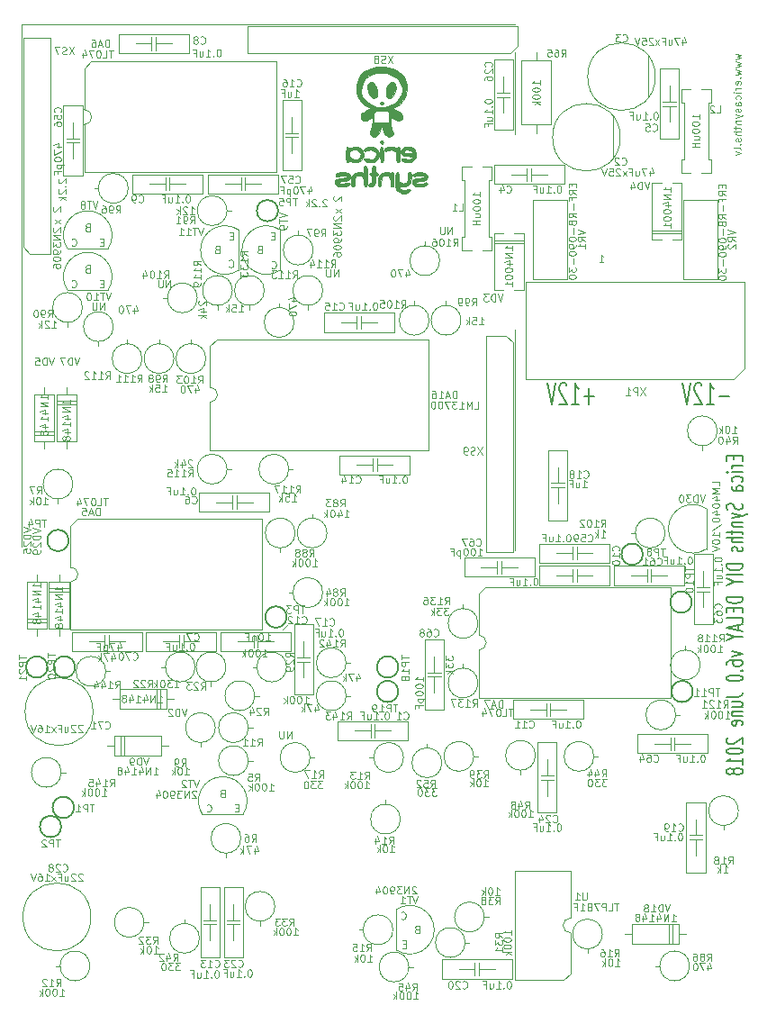
<source format=gbo>
G04 #@! TF.FileFunction,Legend,Bot*
%FSLAX46Y46*%
G04 Gerber Fmt 4.6, Leading zero omitted, Abs format (unit mm)*
G04 Created by KiCad (PCBNEW (2016-08-20 BZR 7083)-product) date Wed Jun 27 19:48:58 2018*
%MOMM*%
%LPD*%
G01*
G04 APERTURE LIST*
%ADD10C,0.100000*%
%ADD11C,0.120000*%
%ADD12C,0.200000*%
%ADD13C,0.150000*%
G04 APERTURE END LIST*
D10*
D11*
X25600000Y49000000D02*
X25100000Y48500000D01*
D10*
X17000000Y33316667D02*
X16966666Y33350000D01*
X16900000Y33383334D01*
X16733333Y33383334D01*
X16666666Y33350000D01*
X16633333Y33316667D01*
X16600000Y33250000D01*
X16600000Y33183334D01*
X16633333Y33083334D01*
X17033333Y32683334D01*
X16600000Y32683334D01*
X16300000Y32683334D02*
X16300000Y33383334D01*
X15900000Y32683334D01*
X15900000Y33383334D01*
X15633333Y33383334D02*
X15200000Y33383334D01*
X15433333Y33116667D01*
X15333333Y33116667D01*
X15266666Y33083334D01*
X15233333Y33050000D01*
X15200000Y32983334D01*
X15200000Y32816667D01*
X15233333Y32750000D01*
X15266666Y32716667D01*
X15333333Y32683334D01*
X15533333Y32683334D01*
X15600000Y32716667D01*
X15633333Y32750000D01*
X14866666Y32683334D02*
X14733333Y32683334D01*
X14666666Y32716667D01*
X14633333Y32750000D01*
X14566666Y32850000D01*
X14533333Y32983334D01*
X14533333Y33250000D01*
X14566666Y33316667D01*
X14600000Y33350000D01*
X14666666Y33383334D01*
X14800000Y33383334D01*
X14866666Y33350000D01*
X14900000Y33316667D01*
X14933333Y33250000D01*
X14933333Y33083334D01*
X14900000Y33016667D01*
X14866666Y32983334D01*
X14800000Y32950000D01*
X14666666Y32950000D01*
X14600000Y32983334D01*
X14566666Y33016667D01*
X14533333Y33083334D01*
X14100000Y33383334D02*
X14033333Y33383334D01*
X13966666Y33350000D01*
X13933333Y33316667D01*
X13900000Y33250000D01*
X13866666Y33116667D01*
X13866666Y32950000D01*
X13900000Y32816667D01*
X13933333Y32750000D01*
X13966666Y32716667D01*
X14033333Y32683334D01*
X14100000Y32683334D01*
X14166666Y32716667D01*
X14200000Y32750000D01*
X14233333Y32816667D01*
X14266666Y32950000D01*
X14266666Y33116667D01*
X14233333Y33250000D01*
X14200000Y33316667D01*
X14166666Y33350000D01*
X14100000Y33383334D01*
X13266666Y33150000D02*
X13266666Y32683334D01*
X13433333Y33416667D02*
X13600000Y32916667D01*
X13166666Y32916667D01*
X20950000Y31750000D02*
X20716666Y31750000D01*
X20616666Y31383334D02*
X20950000Y31383334D01*
X20950000Y32083334D01*
X20616666Y32083334D01*
X19450000Y33150000D02*
X19350000Y33116667D01*
X19316666Y33083334D01*
X19283333Y33016667D01*
X19283333Y32916667D01*
X19316666Y32850000D01*
X19350000Y32816667D01*
X19416666Y32783334D01*
X19683333Y32783334D01*
X19683333Y33483334D01*
X19450000Y33483334D01*
X19383333Y33450000D01*
X19350000Y33416667D01*
X19316666Y33350000D01*
X19316666Y33283334D01*
X19350000Y33216667D01*
X19383333Y33183334D01*
X19450000Y33150000D01*
X19683333Y33150000D01*
X17983333Y31450000D02*
X18016666Y31416667D01*
X18116666Y31383334D01*
X18183333Y31383334D01*
X18283333Y31416667D01*
X18350000Y31483334D01*
X18383333Y31550000D01*
X18416666Y31683334D01*
X18416666Y31783334D01*
X18383333Y31916667D01*
X18350000Y31983334D01*
X18283333Y32050000D01*
X18183333Y32083334D01*
X18116666Y32083334D01*
X18016666Y32050000D01*
X17983333Y32016667D01*
X66216666Y62050000D02*
X66216666Y62383334D01*
X65516666Y62383334D01*
X66216666Y61816667D02*
X65516666Y61816667D01*
X66016666Y61583334D01*
X65516666Y61350000D01*
X66216666Y61350000D01*
X65750000Y60716667D02*
X66216666Y60716667D01*
X65483333Y60883334D02*
X65983333Y61050000D01*
X65983333Y60616667D01*
X65516666Y60216667D02*
X65516666Y60150000D01*
X65550000Y60083334D01*
X65583333Y60050000D01*
X65650000Y60016667D01*
X65783333Y59983334D01*
X65950000Y59983334D01*
X66083333Y60016667D01*
X66150000Y60050000D01*
X66183333Y60083334D01*
X66216666Y60150000D01*
X66216666Y60216667D01*
X66183333Y60283334D01*
X66150000Y60316667D01*
X66083333Y60350000D01*
X65950000Y60383334D01*
X65783333Y60383334D01*
X65650000Y60350000D01*
X65583333Y60316667D01*
X65550000Y60283334D01*
X65516666Y60216667D01*
X65750000Y59383334D02*
X66216666Y59383334D01*
X65483333Y59550000D02*
X65983333Y59716667D01*
X65983333Y59283334D01*
X65516666Y58883334D02*
X65516666Y58816667D01*
X65550000Y58750000D01*
X65583333Y58716667D01*
X65650000Y58683334D01*
X65783333Y58650000D01*
X65950000Y58650000D01*
X66083333Y58683334D01*
X66150000Y58716667D01*
X66183333Y58750000D01*
X66216666Y58816667D01*
X66216666Y58883334D01*
X66183333Y58950000D01*
X66150000Y58983334D01*
X66083333Y59016667D01*
X65950000Y59050000D01*
X65783333Y59050000D01*
X65650000Y59016667D01*
X65583333Y58983334D01*
X65550000Y58950000D01*
X65516666Y58883334D01*
X65483333Y57850000D02*
X66383333Y58450000D01*
X66216666Y57250000D02*
X66216666Y57650000D01*
X66216666Y57450000D02*
X65516666Y57450000D01*
X65616666Y57516667D01*
X65683333Y57583334D01*
X65716666Y57650000D01*
X65516666Y56816667D02*
X65516666Y56750000D01*
X65550000Y56683334D01*
X65583333Y56650000D01*
X65650000Y56616667D01*
X65783333Y56583334D01*
X65950000Y56583334D01*
X66083333Y56616667D01*
X66150000Y56650000D01*
X66183333Y56683334D01*
X66216666Y56750000D01*
X66216666Y56816667D01*
X66183333Y56883334D01*
X66150000Y56916667D01*
X66083333Y56950000D01*
X65950000Y56983334D01*
X65783333Y56983334D01*
X65650000Y56950000D01*
X65583333Y56916667D01*
X65550000Y56883334D01*
X65516666Y56816667D01*
X65516666Y56383334D02*
X66216666Y56150000D01*
X65516666Y55916667D01*
X24083333Y82550000D02*
X24116666Y82516667D01*
X24216666Y82483334D01*
X24283333Y82483334D01*
X24383333Y82516667D01*
X24450000Y82583334D01*
X24483333Y82650000D01*
X24516666Y82783334D01*
X24516666Y82883334D01*
X24483333Y83016667D01*
X24450000Y83083334D01*
X24383333Y83150000D01*
X24283333Y83183334D01*
X24216666Y83183334D01*
X24116666Y83150000D01*
X24083333Y83116667D01*
X20083333Y82650000D02*
X20116666Y82616667D01*
X20216666Y82583334D01*
X20283333Y82583334D01*
X20383333Y82616667D01*
X20450000Y82683334D01*
X20483333Y82750000D01*
X20516666Y82883334D01*
X20516666Y82983334D01*
X20483333Y83116667D01*
X20450000Y83183334D01*
X20383333Y83250000D01*
X20283333Y83283334D01*
X20216666Y83283334D01*
X20116666Y83250000D01*
X20083333Y83216667D01*
X22950000Y84250000D02*
X22850000Y84216667D01*
X22816666Y84183334D01*
X22783333Y84116667D01*
X22783333Y84016667D01*
X22816666Y83950000D01*
X22850000Y83916667D01*
X22916666Y83883334D01*
X23183333Y83883334D01*
X23183333Y84583334D01*
X22950000Y84583334D01*
X22883333Y84550000D01*
X22850000Y84516667D01*
X22816666Y84450000D01*
X22816666Y84383334D01*
X22850000Y84316667D01*
X22883333Y84283334D01*
X22950000Y84250000D01*
X23183333Y84250000D01*
X18950000Y84250000D02*
X18850000Y84216667D01*
X18816666Y84183334D01*
X18783333Y84116667D01*
X18783333Y84016667D01*
X18816666Y83950000D01*
X18850000Y83916667D01*
X18916666Y83883334D01*
X19183333Y83883334D01*
X19183333Y84583334D01*
X18950000Y84583334D01*
X18883333Y84550000D01*
X18850000Y84516667D01*
X18816666Y84450000D01*
X18816666Y84383334D01*
X18850000Y84316667D01*
X18883333Y84283334D01*
X18950000Y84250000D01*
X19183333Y84250000D01*
X20450000Y85550000D02*
X20216666Y85550000D01*
X20116666Y85183334D02*
X20450000Y85183334D01*
X20450000Y85883334D01*
X20116666Y85883334D01*
X24350000Y85550000D02*
X24116666Y85550000D01*
X24016666Y85183334D02*
X24350000Y85183334D01*
X24350000Y85883334D01*
X24016666Y85883334D01*
X29983333Y89250000D02*
X29950000Y89216667D01*
X29916666Y89150000D01*
X29916666Y88983334D01*
X29950000Y88916667D01*
X29983333Y88883334D01*
X30050000Y88850000D01*
X30116666Y88850000D01*
X30216666Y88883334D01*
X30616666Y89283334D01*
X30616666Y88850000D01*
X30616666Y88083334D02*
X30150000Y87716667D01*
X30150000Y88083334D02*
X30616666Y87716667D01*
X29983333Y87400000D02*
X29950000Y87366667D01*
X29916666Y87300000D01*
X29916666Y87133334D01*
X29950000Y87066667D01*
X29983333Y87033334D01*
X30050000Y87000000D01*
X30116666Y87000000D01*
X30216666Y87033334D01*
X30616666Y87433334D01*
X30616666Y87000000D01*
X30616666Y86700000D02*
X29916666Y86700000D01*
X30616666Y86300000D01*
X29916666Y86300000D01*
X29916666Y86033334D02*
X29916666Y85600000D01*
X30183333Y85833334D01*
X30183333Y85733334D01*
X30216666Y85666667D01*
X30250000Y85633334D01*
X30316666Y85600000D01*
X30483333Y85600000D01*
X30550000Y85633334D01*
X30583333Y85666667D01*
X30616666Y85733334D01*
X30616666Y85933334D01*
X30583333Y86000000D01*
X30550000Y86033334D01*
X30616666Y85266667D02*
X30616666Y85133334D01*
X30583333Y85066667D01*
X30550000Y85033334D01*
X30450000Y84966667D01*
X30316666Y84933334D01*
X30050000Y84933334D01*
X29983333Y84966667D01*
X29950000Y85000000D01*
X29916666Y85066667D01*
X29916666Y85200000D01*
X29950000Y85266667D01*
X29983333Y85300000D01*
X30050000Y85333334D01*
X30216666Y85333334D01*
X30283333Y85300000D01*
X30316666Y85266667D01*
X30350000Y85200000D01*
X30350000Y85066667D01*
X30316666Y85000000D01*
X30283333Y84966667D01*
X30216666Y84933334D01*
X29916666Y84500000D02*
X29916666Y84433334D01*
X29950000Y84366667D01*
X29983333Y84333334D01*
X30050000Y84300000D01*
X30183333Y84266667D01*
X30350000Y84266667D01*
X30483333Y84300000D01*
X30550000Y84333334D01*
X30583333Y84366667D01*
X30616666Y84433334D01*
X30616666Y84500000D01*
X30583333Y84566667D01*
X30550000Y84600000D01*
X30483333Y84633334D01*
X30350000Y84666667D01*
X30183333Y84666667D01*
X30050000Y84633334D01*
X29983333Y84600000D01*
X29950000Y84566667D01*
X29916666Y84500000D01*
X29916666Y83666667D02*
X29916666Y83800000D01*
X29950000Y83866667D01*
X29983333Y83900000D01*
X30083333Y83966667D01*
X30216666Y84000000D01*
X30483333Y84000000D01*
X30550000Y83966667D01*
X30583333Y83933334D01*
X30616666Y83866667D01*
X30616666Y83733334D01*
X30583333Y83666667D01*
X30550000Y83633334D01*
X30483333Y83600000D01*
X30316666Y83600000D01*
X30250000Y83633334D01*
X30216666Y83666667D01*
X30183333Y83733334D01*
X30183333Y83866667D01*
X30216666Y83933334D01*
X30250000Y83966667D01*
X30316666Y84000000D01*
X5283333Y84650000D02*
X5316666Y84616667D01*
X5416666Y84583334D01*
X5483333Y84583334D01*
X5583333Y84616667D01*
X5650000Y84683334D01*
X5683333Y84750000D01*
X5716666Y84883334D01*
X5716666Y84983334D01*
X5683333Y85116667D01*
X5650000Y85183334D01*
X5583333Y85250000D01*
X5483333Y85283334D01*
X5416666Y85283334D01*
X5316666Y85250000D01*
X5283333Y85216667D01*
X6750000Y86350000D02*
X6650000Y86316667D01*
X6616666Y86283334D01*
X6583333Y86216667D01*
X6583333Y86116667D01*
X6616666Y86050000D01*
X6650000Y86016667D01*
X6716666Y85983334D01*
X6983333Y85983334D01*
X6983333Y86683334D01*
X6750000Y86683334D01*
X6683333Y86650000D01*
X6650000Y86616667D01*
X6616666Y86550000D01*
X6616666Y86483334D01*
X6650000Y86416667D01*
X6683333Y86383334D01*
X6750000Y86350000D01*
X6983333Y86350000D01*
X8250000Y84950000D02*
X8016666Y84950000D01*
X7916666Y84583334D02*
X8250000Y84583334D01*
X8250000Y85283334D01*
X7916666Y85283334D01*
X5283333Y80750000D02*
X5316666Y80716667D01*
X5416666Y80683334D01*
X5483333Y80683334D01*
X5583333Y80716667D01*
X5650000Y80783334D01*
X5683333Y80850000D01*
X5716666Y80983334D01*
X5716666Y81083334D01*
X5683333Y81216667D01*
X5650000Y81283334D01*
X5583333Y81350000D01*
X5483333Y81383334D01*
X5416666Y81383334D01*
X5316666Y81350000D01*
X5283333Y81316667D01*
X6750000Y82450000D02*
X6650000Y82416667D01*
X6616666Y82383334D01*
X6583333Y82316667D01*
X6583333Y82216667D01*
X6616666Y82150000D01*
X6650000Y82116667D01*
X6716666Y82083334D01*
X6983333Y82083334D01*
X6983333Y82783334D01*
X6750000Y82783334D01*
X6683333Y82750000D01*
X6650000Y82716667D01*
X6616666Y82650000D01*
X6616666Y82583334D01*
X6650000Y82516667D01*
X6683333Y82483334D01*
X6750000Y82450000D01*
X6983333Y82450000D01*
X8250000Y81050000D02*
X8016666Y81050000D01*
X7916666Y80683334D02*
X8250000Y80683334D01*
X8250000Y81383334D01*
X7916666Y81383334D01*
X3583333Y88250000D02*
X3550000Y88216667D01*
X3516666Y88150000D01*
X3516666Y87983334D01*
X3550000Y87916667D01*
X3583333Y87883334D01*
X3650000Y87850000D01*
X3716666Y87850000D01*
X3816666Y87883334D01*
X4216666Y88283334D01*
X4216666Y87850000D01*
X4216666Y87083334D02*
X3750000Y86716667D01*
X3750000Y87083334D02*
X4216666Y86716667D01*
X3583333Y86300000D02*
X3550000Y86266667D01*
X3516666Y86200000D01*
X3516666Y86033334D01*
X3550000Y85966667D01*
X3583333Y85933334D01*
X3650000Y85900000D01*
X3716666Y85900000D01*
X3816666Y85933334D01*
X4216666Y86333334D01*
X4216666Y85900000D01*
X4216666Y85600000D02*
X3516666Y85600000D01*
X4216666Y85200000D01*
X3516666Y85200000D01*
X3516666Y84933334D02*
X3516666Y84500000D01*
X3783333Y84733334D01*
X3783333Y84633334D01*
X3816666Y84566667D01*
X3850000Y84533334D01*
X3916666Y84500000D01*
X4083333Y84500000D01*
X4150000Y84533334D01*
X4183333Y84566667D01*
X4216666Y84633334D01*
X4216666Y84833334D01*
X4183333Y84900000D01*
X4150000Y84933334D01*
X4216666Y84166667D02*
X4216666Y84033334D01*
X4183333Y83966667D01*
X4150000Y83933334D01*
X4050000Y83866667D01*
X3916666Y83833334D01*
X3650000Y83833334D01*
X3583333Y83866667D01*
X3550000Y83900000D01*
X3516666Y83966667D01*
X3516666Y84100000D01*
X3550000Y84166667D01*
X3583333Y84200000D01*
X3650000Y84233334D01*
X3816666Y84233334D01*
X3883333Y84200000D01*
X3916666Y84166667D01*
X3950000Y84100000D01*
X3950000Y83966667D01*
X3916666Y83900000D01*
X3883333Y83866667D01*
X3816666Y83833334D01*
X3516666Y83400000D02*
X3516666Y83333334D01*
X3550000Y83266667D01*
X3583333Y83233334D01*
X3650000Y83200000D01*
X3783333Y83166667D01*
X3950000Y83166667D01*
X4083333Y83200000D01*
X4150000Y83233334D01*
X4183333Y83266667D01*
X4216666Y83333334D01*
X4216666Y83400000D01*
X4183333Y83466667D01*
X4150000Y83500000D01*
X4083333Y83533334D01*
X3950000Y83566667D01*
X3783333Y83566667D01*
X3650000Y83533334D01*
X3583333Y83500000D01*
X3550000Y83466667D01*
X3516666Y83400000D01*
X3516666Y82566667D02*
X3516666Y82700000D01*
X3550000Y82766667D01*
X3583333Y82800000D01*
X3683333Y82866667D01*
X3816666Y82900000D01*
X4083333Y82900000D01*
X4150000Y82866667D01*
X4183333Y82833334D01*
X4216666Y82766667D01*
X4216666Y82633334D01*
X4183333Y82566667D01*
X4150000Y82533334D01*
X4083333Y82500000D01*
X3916666Y82500000D01*
X3850000Y82533334D01*
X3816666Y82566667D01*
X3783333Y82633334D01*
X3783333Y82766667D01*
X3816666Y82833334D01*
X3850000Y82866667D01*
X3916666Y82900000D01*
X36283333Y21350000D02*
X36316666Y21316667D01*
X36416666Y21283334D01*
X36483333Y21283334D01*
X36583333Y21316667D01*
X36650000Y21383334D01*
X36683333Y21450000D01*
X36716666Y21583334D01*
X36716666Y21683334D01*
X36683333Y21816667D01*
X36650000Y21883334D01*
X36583333Y21950000D01*
X36483333Y21983334D01*
X36416666Y21983334D01*
X36316666Y21950000D01*
X36283333Y21916667D01*
X37750000Y20350000D02*
X37650000Y20316667D01*
X37616666Y20283334D01*
X37583333Y20216667D01*
X37583333Y20116667D01*
X37616666Y20050000D01*
X37650000Y20016667D01*
X37716666Y19983334D01*
X37983333Y19983334D01*
X37983333Y20683334D01*
X37750000Y20683334D01*
X37683333Y20650000D01*
X37650000Y20616667D01*
X37616666Y20550000D01*
X37616666Y20483334D01*
X37650000Y20416667D01*
X37683333Y20383334D01*
X37750000Y20350000D01*
X37983333Y20350000D01*
X36750000Y18950000D02*
X36516666Y18950000D01*
X36416666Y18583334D02*
X36750000Y18583334D01*
X36750000Y19283334D01*
X36416666Y19283334D01*
X37700000Y24316667D02*
X37666666Y24350000D01*
X37600000Y24383334D01*
X37433333Y24383334D01*
X37366666Y24350000D01*
X37333333Y24316667D01*
X37300000Y24250000D01*
X37300000Y24183334D01*
X37333333Y24083334D01*
X37733333Y23683334D01*
X37300000Y23683334D01*
X37000000Y23683334D02*
X37000000Y24383334D01*
X36600000Y23683334D01*
X36600000Y24383334D01*
X36333333Y24383334D02*
X35900000Y24383334D01*
X36133333Y24116667D01*
X36033333Y24116667D01*
X35966666Y24083334D01*
X35933333Y24050000D01*
X35900000Y23983334D01*
X35900000Y23816667D01*
X35933333Y23750000D01*
X35966666Y23716667D01*
X36033333Y23683334D01*
X36233333Y23683334D01*
X36300000Y23716667D01*
X36333333Y23750000D01*
X35566666Y23683334D02*
X35433333Y23683334D01*
X35366666Y23716667D01*
X35333333Y23750000D01*
X35266666Y23850000D01*
X35233333Y23983334D01*
X35233333Y24250000D01*
X35266666Y24316667D01*
X35300000Y24350000D01*
X35366666Y24383334D01*
X35500000Y24383334D01*
X35566666Y24350000D01*
X35600000Y24316667D01*
X35633333Y24250000D01*
X35633333Y24083334D01*
X35600000Y24016667D01*
X35566666Y23983334D01*
X35500000Y23950000D01*
X35366666Y23950000D01*
X35300000Y23983334D01*
X35266666Y24016667D01*
X35233333Y24083334D01*
X34800000Y24383334D02*
X34733333Y24383334D01*
X34666666Y24350000D01*
X34633333Y24316667D01*
X34600000Y24250000D01*
X34566666Y24116667D01*
X34566666Y23950000D01*
X34600000Y23816667D01*
X34633333Y23750000D01*
X34666666Y23716667D01*
X34733333Y23683334D01*
X34800000Y23683334D01*
X34866666Y23716667D01*
X34900000Y23750000D01*
X34933333Y23816667D01*
X34966666Y23950000D01*
X34966666Y24116667D01*
X34933333Y24250000D01*
X34900000Y24316667D01*
X34866666Y24350000D01*
X34800000Y24383334D01*
X33966666Y24150000D02*
X33966666Y23683334D01*
X34133333Y24416667D02*
X34300000Y23916667D01*
X33866666Y23916667D01*
D11*
X600000Y105400000D02*
X600000Y56300000D01*
X47000000Y105400000D02*
X600000Y105400000D01*
X47000000Y95100000D02*
X47000000Y102800000D01*
X47000000Y56000000D02*
X47000000Y76700000D01*
D10*
X67750000Y102650000D02*
X68216666Y102516667D01*
X67883333Y102383334D01*
X68216666Y102250000D01*
X67750000Y102116667D01*
X67750000Y101916667D02*
X68216666Y101783334D01*
X67883333Y101650000D01*
X68216666Y101516667D01*
X67750000Y101383334D01*
X67750000Y101183334D02*
X68216666Y101050000D01*
X67883333Y100916667D01*
X68216666Y100783334D01*
X67750000Y100650000D01*
X68150000Y100383334D02*
X68183333Y100350000D01*
X68216666Y100383334D01*
X68183333Y100416667D01*
X68150000Y100383334D01*
X68216666Y100383334D01*
X68183333Y99783334D02*
X68216666Y99850000D01*
X68216666Y99983334D01*
X68183333Y100050000D01*
X68116666Y100083334D01*
X67850000Y100083334D01*
X67783333Y100050000D01*
X67750000Y99983334D01*
X67750000Y99850000D01*
X67783333Y99783334D01*
X67850000Y99750000D01*
X67916666Y99750000D01*
X67983333Y100083334D01*
X68216666Y99450000D02*
X67750000Y99450000D01*
X67883333Y99450000D02*
X67816666Y99416667D01*
X67783333Y99383334D01*
X67750000Y99316667D01*
X67750000Y99250000D01*
X68216666Y99016667D02*
X67750000Y99016667D01*
X67516666Y99016667D02*
X67550000Y99050000D01*
X67583333Y99016667D01*
X67550000Y98983334D01*
X67516666Y99016667D01*
X67583333Y99016667D01*
X68183333Y98383334D02*
X68216666Y98450000D01*
X68216666Y98583334D01*
X68183333Y98650000D01*
X68150000Y98683334D01*
X68083333Y98716667D01*
X67883333Y98716667D01*
X67816666Y98683334D01*
X67783333Y98650000D01*
X67750000Y98583334D01*
X67750000Y98450000D01*
X67783333Y98383334D01*
X68216666Y97783334D02*
X67850000Y97783334D01*
X67783333Y97816667D01*
X67750000Y97883334D01*
X67750000Y98016667D01*
X67783333Y98083334D01*
X68183333Y97783334D02*
X68216666Y97850000D01*
X68216666Y98016667D01*
X68183333Y98083334D01*
X68116666Y98116667D01*
X68050000Y98116667D01*
X67983333Y98083334D01*
X67950000Y98016667D01*
X67950000Y97850000D01*
X67916666Y97783334D01*
X68183333Y97483334D02*
X68216666Y97416667D01*
X68216666Y97283334D01*
X68183333Y97216667D01*
X68116666Y97183334D01*
X68083333Y97183334D01*
X68016666Y97216667D01*
X67983333Y97283334D01*
X67983333Y97383334D01*
X67950000Y97450000D01*
X67883333Y97483334D01*
X67850000Y97483334D01*
X67783333Y97450000D01*
X67750000Y97383334D01*
X67750000Y97283334D01*
X67783333Y97216667D01*
X67750000Y96950000D02*
X68216666Y96783334D01*
X67750000Y96616667D02*
X68216666Y96783334D01*
X68383333Y96850000D01*
X68416666Y96883334D01*
X68450000Y96950000D01*
X67750000Y96350000D02*
X68216666Y96350000D01*
X67816666Y96350000D02*
X67783333Y96316667D01*
X67750000Y96250000D01*
X67750000Y96150000D01*
X67783333Y96083334D01*
X67850000Y96050000D01*
X68216666Y96050000D01*
X67750000Y95816667D02*
X67750000Y95550000D01*
X67516666Y95716667D02*
X68116666Y95716667D01*
X68183333Y95683334D01*
X68216666Y95616667D01*
X68216666Y95550000D01*
X68216666Y95316667D02*
X67516666Y95316667D01*
X68216666Y95016667D02*
X67850000Y95016667D01*
X67783333Y95050000D01*
X67750000Y95116667D01*
X67750000Y95216667D01*
X67783333Y95283334D01*
X67816666Y95316667D01*
X68183333Y94716667D02*
X68216666Y94650000D01*
X68216666Y94516667D01*
X68183333Y94450000D01*
X68116666Y94416667D01*
X68083333Y94416667D01*
X68016666Y94450000D01*
X67983333Y94516667D01*
X67983333Y94616667D01*
X67950000Y94683334D01*
X67883333Y94716667D01*
X67850000Y94716667D01*
X67783333Y94683334D01*
X67750000Y94616667D01*
X67750000Y94516667D01*
X67783333Y94450000D01*
X68150000Y94116667D02*
X68183333Y94083334D01*
X68216666Y94116667D01*
X68183333Y94150000D01*
X68150000Y94116667D01*
X68216666Y94116667D01*
X68216666Y93683334D02*
X68183333Y93750000D01*
X68116666Y93783334D01*
X67516666Y93783334D01*
X67750000Y93483334D02*
X68216666Y93316667D01*
X67750000Y93150000D01*
D12*
X67114285Y70457143D02*
X66200000Y70457143D01*
X65000000Y69695239D02*
X65685714Y69695239D01*
X65342857Y69695239D02*
X65342857Y71695239D01*
X65457142Y71409524D01*
X65571428Y71219048D01*
X65685714Y71123810D01*
X64542857Y71504762D02*
X64485714Y71600000D01*
X64371428Y71695239D01*
X64085714Y71695239D01*
X63971428Y71600000D01*
X63914285Y71504762D01*
X63857142Y71314286D01*
X63857142Y71123810D01*
X63914285Y70838096D01*
X64600000Y69695239D01*
X63857142Y69695239D01*
X63514285Y71695239D02*
X63114285Y69695239D01*
X62714285Y71695239D01*
X54414285Y70457143D02*
X53500000Y70457143D01*
X53957142Y69695239D02*
X53957142Y71219048D01*
X52300000Y69695239D02*
X52985714Y69695239D01*
X52642857Y69695239D02*
X52642857Y71695239D01*
X52757142Y71409524D01*
X52871428Y71219048D01*
X52985714Y71123810D01*
X51842857Y71504762D02*
X51785714Y71600000D01*
X51671428Y71695239D01*
X51385714Y71695239D01*
X51271428Y71600000D01*
X51214285Y71504762D01*
X51157142Y71314286D01*
X51157142Y71123810D01*
X51214285Y70838096D01*
X51900000Y69695239D01*
X51157142Y69695239D01*
X50814285Y71695239D02*
X50414285Y69695239D01*
X50014285Y71695239D01*
D13*
X67592857Y64852381D02*
X67592857Y64519048D01*
X68378571Y64376191D02*
X68378571Y64852381D01*
X66878571Y64852381D01*
X66878571Y64376191D01*
X68378571Y63947620D02*
X67378571Y63947620D01*
X67664285Y63947620D02*
X67521428Y63900000D01*
X67450000Y63852381D01*
X67378571Y63757143D01*
X67378571Y63661905D01*
X68378571Y63328572D02*
X67378571Y63328572D01*
X66878571Y63328572D02*
X66950000Y63376191D01*
X67021428Y63328572D01*
X66950000Y63280953D01*
X66878571Y63328572D01*
X67021428Y63328572D01*
X68307142Y62423810D02*
X68378571Y62519048D01*
X68378571Y62709524D01*
X68307142Y62804762D01*
X68235714Y62852381D01*
X68092857Y62900000D01*
X67664285Y62900000D01*
X67521428Y62852381D01*
X67450000Y62804762D01*
X67378571Y62709524D01*
X67378571Y62519048D01*
X67450000Y62423810D01*
X68378571Y61566667D02*
X67592857Y61566667D01*
X67450000Y61614286D01*
X67378571Y61709524D01*
X67378571Y61900000D01*
X67450000Y61995239D01*
X68307142Y61566667D02*
X68378571Y61661905D01*
X68378571Y61900000D01*
X68307142Y61995239D01*
X68164285Y62042858D01*
X68021428Y62042858D01*
X67878571Y61995239D01*
X67807142Y61900000D01*
X67807142Y61661905D01*
X67735714Y61566667D01*
X68307142Y60376191D02*
X68378571Y60233334D01*
X68378571Y59995239D01*
X68307142Y59900000D01*
X68235714Y59852381D01*
X68092857Y59804762D01*
X67950000Y59804762D01*
X67807142Y59852381D01*
X67735714Y59900000D01*
X67664285Y59995239D01*
X67592857Y60185715D01*
X67521428Y60280953D01*
X67450000Y60328572D01*
X67307142Y60376191D01*
X67164285Y60376191D01*
X67021428Y60328572D01*
X66950000Y60280953D01*
X66878571Y60185715D01*
X66878571Y59947620D01*
X66950000Y59804762D01*
X67378571Y59471429D02*
X68378571Y59233334D01*
X67378571Y58995239D02*
X68378571Y59233334D01*
X68735714Y59328572D01*
X68807142Y59376191D01*
X68878571Y59471429D01*
X67378571Y58614286D02*
X68378571Y58614286D01*
X67521428Y58614286D02*
X67450000Y58566667D01*
X67378571Y58471429D01*
X67378571Y58328572D01*
X67450000Y58233334D01*
X67592857Y58185715D01*
X68378571Y58185715D01*
X67378571Y57852381D02*
X67378571Y57471429D01*
X66878571Y57709524D02*
X68164285Y57709524D01*
X68307142Y57661905D01*
X68378571Y57566667D01*
X68378571Y57471429D01*
X68378571Y57138096D02*
X66878571Y57138096D01*
X68378571Y56709524D02*
X67592857Y56709524D01*
X67450000Y56757143D01*
X67378571Y56852381D01*
X67378571Y56995239D01*
X67450000Y57090477D01*
X67521428Y57138096D01*
X68307142Y56280953D02*
X68378571Y56185715D01*
X68378571Y55995239D01*
X68307142Y55900001D01*
X68164285Y55852381D01*
X68092857Y55852381D01*
X67950000Y55900001D01*
X67878571Y55995239D01*
X67878571Y56138096D01*
X67807142Y56233334D01*
X67664285Y56280953D01*
X67592857Y56280953D01*
X67450000Y56233334D01*
X67378571Y56138096D01*
X67378571Y55995239D01*
X67450000Y55900001D01*
X68378571Y54661905D02*
X66878571Y54661905D01*
X66878571Y54423810D01*
X66950000Y54280953D01*
X67092857Y54185715D01*
X67235714Y54138096D01*
X67521428Y54090477D01*
X67735714Y54090477D01*
X68021428Y54138096D01*
X68164285Y54185715D01*
X68307142Y54280953D01*
X68378571Y54423810D01*
X68378571Y54661905D01*
X68378571Y53661905D02*
X66878571Y53661905D01*
X67664285Y52995239D02*
X68378571Y52995239D01*
X66878571Y53328572D02*
X67664285Y52995239D01*
X66878571Y52661905D01*
X68378571Y51566667D02*
X66878571Y51566667D01*
X66878571Y51328572D01*
X66950000Y51185715D01*
X67092857Y51090477D01*
X67235714Y51042858D01*
X67521428Y50995239D01*
X67735714Y50995239D01*
X68021428Y51042858D01*
X68164285Y51090477D01*
X68307142Y51185715D01*
X68378571Y51328572D01*
X68378571Y51566667D01*
X67592857Y50566667D02*
X67592857Y50233334D01*
X68378571Y50090477D02*
X68378571Y50566667D01*
X66878571Y50566667D01*
X66878571Y50090477D01*
X68378571Y49185715D02*
X68378571Y49661905D01*
X66878571Y49661905D01*
X67950000Y48900001D02*
X67950000Y48423810D01*
X68378571Y48995239D02*
X66878571Y48661905D01*
X68378571Y48328572D01*
X67664285Y47804762D02*
X68378571Y47804762D01*
X66878571Y48138096D02*
X67664285Y47804762D01*
X66878571Y47471429D01*
X67378571Y46471429D02*
X68378571Y46233334D01*
X67378571Y45995239D01*
X66878571Y45185715D02*
X66878571Y45376191D01*
X66950000Y45471429D01*
X67021428Y45519048D01*
X67235714Y45614286D01*
X67521428Y45661905D01*
X68092857Y45661905D01*
X68235714Y45614286D01*
X68307142Y45566667D01*
X68378571Y45471429D01*
X68378571Y45280953D01*
X68307142Y45185715D01*
X68235714Y45138096D01*
X68092857Y45090477D01*
X67735714Y45090477D01*
X67592857Y45138096D01*
X67521428Y45185715D01*
X67450000Y45280953D01*
X67450000Y45471429D01*
X67521428Y45566667D01*
X67592857Y45614286D01*
X67735714Y45661905D01*
X68235714Y44661905D02*
X68307142Y44614286D01*
X68378571Y44661905D01*
X68307142Y44709524D01*
X68235714Y44661905D01*
X68378571Y44661905D01*
X66878571Y43995239D02*
X66878571Y43900001D01*
X66950000Y43804762D01*
X67021428Y43757143D01*
X67164285Y43709524D01*
X67450000Y43661905D01*
X67807142Y43661905D01*
X68092857Y43709524D01*
X68235714Y43757143D01*
X68307142Y43804762D01*
X68378571Y43900001D01*
X68378571Y43995239D01*
X68307142Y44090477D01*
X68235714Y44138096D01*
X68092857Y44185715D01*
X67807142Y44233334D01*
X67450000Y44233334D01*
X67164285Y44185715D01*
X67021428Y44138096D01*
X66950000Y44090477D01*
X66878571Y43995239D01*
X66878571Y42185715D02*
X67950000Y42185715D01*
X68164285Y42233334D01*
X68307142Y42328572D01*
X68378571Y42471429D01*
X68378571Y42566667D01*
X67378571Y41280953D02*
X68378571Y41280953D01*
X67378571Y41709524D02*
X68164285Y41709524D01*
X68307142Y41661905D01*
X68378571Y41566667D01*
X68378571Y41423810D01*
X68307142Y41328572D01*
X68235714Y41280953D01*
X67378571Y40804762D02*
X68378571Y40804762D01*
X67521428Y40804762D02*
X67450000Y40757143D01*
X67378571Y40661905D01*
X67378571Y40519048D01*
X67450000Y40423810D01*
X67592857Y40376191D01*
X68378571Y40376191D01*
X68307142Y39519048D02*
X68378571Y39614286D01*
X68378571Y39804762D01*
X68307142Y39900001D01*
X68164285Y39947620D01*
X67592857Y39947620D01*
X67450000Y39900001D01*
X67378571Y39804762D01*
X67378571Y39614286D01*
X67450000Y39519048D01*
X67592857Y39471429D01*
X67735714Y39471429D01*
X67878571Y39947620D01*
X67021428Y38328572D02*
X66950000Y38280953D01*
X66878571Y38185715D01*
X66878571Y37947620D01*
X66950000Y37852381D01*
X67021428Y37804762D01*
X67164285Y37757143D01*
X67307142Y37757143D01*
X67521428Y37804762D01*
X68378571Y38376191D01*
X68378571Y37757143D01*
X66878571Y37138096D02*
X66878571Y37042858D01*
X66950000Y36947620D01*
X67021428Y36900001D01*
X67164285Y36852381D01*
X67450000Y36804762D01*
X67807142Y36804762D01*
X68092857Y36852381D01*
X68235714Y36900001D01*
X68307142Y36947620D01*
X68378571Y37042858D01*
X68378571Y37138096D01*
X68307142Y37233334D01*
X68235714Y37280953D01*
X68092857Y37328572D01*
X67807142Y37376191D01*
X67450000Y37376191D01*
X67164285Y37328572D01*
X67021428Y37280953D01*
X66950000Y37233334D01*
X66878571Y37138096D01*
X68378571Y35852381D02*
X68378571Y36423810D01*
X68378571Y36138096D02*
X66878571Y36138096D01*
X67092857Y36233334D01*
X67235714Y36328572D01*
X67307142Y36423810D01*
X67521428Y35280953D02*
X67450000Y35376191D01*
X67378571Y35423810D01*
X67235714Y35471429D01*
X67164285Y35471429D01*
X67021428Y35423810D01*
X66950000Y35376191D01*
X66878571Y35280953D01*
X66878571Y35090477D01*
X66950000Y34995239D01*
X67021428Y34947620D01*
X67164285Y34900001D01*
X67235714Y34900001D01*
X67378571Y34947620D01*
X67450000Y34995239D01*
X67521428Y35090477D01*
X67521428Y35280953D01*
X67592857Y35376191D01*
X67664285Y35423810D01*
X67807142Y35471429D01*
X68092857Y35471429D01*
X68235714Y35423810D01*
X68307142Y35376191D01*
X68378571Y35280953D01*
X68378571Y35090477D01*
X68307142Y34995239D01*
X68235714Y34947620D01*
X68092857Y34900001D01*
X67807142Y34900001D01*
X67664285Y34947620D01*
X67592857Y34995239D01*
X67521428Y35090477D01*
D10*
G36*
X35732782Y90873353D02*
X35734600Y90703799D01*
X35743211Y90400886D01*
X35758139Y90180944D01*
X35781599Y90025429D01*
X35815808Y89915795D01*
X35832933Y89880751D01*
X35974904Y89719142D01*
X36183932Y89602781D01*
X36432090Y89540846D01*
X36691451Y89542517D01*
X36796094Y89564144D01*
X36972284Y89637983D01*
X37086256Y89737637D01*
X37121279Y89846498D01*
X37113590Y89879254D01*
X37067970Y89943717D01*
X36986493Y89956413D01*
X36848178Y89917482D01*
X36758147Y89881633D01*
X36597118Y89831146D01*
X36453616Y89836654D01*
X36376969Y89856466D01*
X36207877Y89925683D01*
X36108097Y90024488D01*
X36054312Y90151671D01*
X36038476Y90225415D01*
X36071282Y90241343D01*
X36175603Y90210023D01*
X36178453Y90209030D01*
X36390241Y90170459D01*
X36621540Y90182511D01*
X36832546Y90239427D01*
X36971723Y90323803D01*
X37082417Y90439707D01*
X37152569Y90555741D01*
X37194327Y90703226D01*
X37219837Y90913484D01*
X37224878Y90976596D01*
X37228625Y91247405D01*
X37193144Y91431332D01*
X37119300Y91525303D01*
X37067000Y91537600D01*
X36978116Y91492567D01*
X36920088Y91355903D01*
X36892155Y91125264D01*
X36889200Y90990014D01*
X36882733Y90784762D01*
X36859621Y90654443D01*
X36814300Y90572992D01*
X36796300Y90554874D01*
X36659085Y90489000D01*
X36477161Y90472327D01*
X36294219Y90503978D01*
X36171531Y90567424D01*
X36110566Y90628921D01*
X36072227Y90709807D01*
X36049543Y90835897D01*
X36035542Y91033011D01*
X36033355Y91079148D01*
X36018168Y91301418D01*
X35994684Y91439166D01*
X35959210Y91509364D01*
X35936506Y91524178D01*
X35856496Y91532381D01*
X35798366Y91480530D01*
X35759868Y91359494D01*
X35738756Y91160145D01*
X35732782Y90873353D01*
X35732782Y90873353D01*
X35732782Y90873353D01*
G37*
X35732782Y90873353D02*
X35734600Y90703799D01*
X35743211Y90400886D01*
X35758139Y90180944D01*
X35781599Y90025429D01*
X35815808Y89915795D01*
X35832933Y89880751D01*
X35974904Y89719142D01*
X36183932Y89602781D01*
X36432090Y89540846D01*
X36691451Y89542517D01*
X36796094Y89564144D01*
X36972284Y89637983D01*
X37086256Y89737637D01*
X37121279Y89846498D01*
X37113590Y89879254D01*
X37067970Y89943717D01*
X36986493Y89956413D01*
X36848178Y89917482D01*
X36758147Y89881633D01*
X36597118Y89831146D01*
X36453616Y89836654D01*
X36376969Y89856466D01*
X36207877Y89925683D01*
X36108097Y90024488D01*
X36054312Y90151671D01*
X36038476Y90225415D01*
X36071282Y90241343D01*
X36175603Y90210023D01*
X36178453Y90209030D01*
X36390241Y90170459D01*
X36621540Y90182511D01*
X36832546Y90239427D01*
X36971723Y90323803D01*
X37082417Y90439707D01*
X37152569Y90555741D01*
X37194327Y90703226D01*
X37219837Y90913484D01*
X37224878Y90976596D01*
X37228625Y91247405D01*
X37193144Y91431332D01*
X37119300Y91525303D01*
X37067000Y91537600D01*
X36978116Y91492567D01*
X36920088Y91355903D01*
X36892155Y91125264D01*
X36889200Y90990014D01*
X36882733Y90784762D01*
X36859621Y90654443D01*
X36814300Y90572992D01*
X36796300Y90554874D01*
X36659085Y90489000D01*
X36477161Y90472327D01*
X36294219Y90503978D01*
X36171531Y90567424D01*
X36110566Y90628921D01*
X36072227Y90709807D01*
X36049543Y90835897D01*
X36035542Y91033011D01*
X36033355Y91079148D01*
X36018168Y91301418D01*
X35994684Y91439166D01*
X35959210Y91509364D01*
X35936506Y91524178D01*
X35856496Y91532381D01*
X35798366Y91480530D01*
X35759868Y91359494D01*
X35738756Y91160145D01*
X35732782Y90873353D01*
X35732782Y90873353D01*
G36*
X37296540Y90621686D02*
X37337640Y90444341D01*
X37458457Y90295084D01*
X37651750Y90192140D01*
X37897172Y90140515D01*
X38174375Y90145211D01*
X38384481Y90186904D01*
X38585880Y90262646D01*
X38705138Y90351306D01*
X38735285Y90445506D01*
X38694974Y90515599D01*
X38612723Y90563248D01*
X38505334Y90538054D01*
X38497897Y90534715D01*
X38318060Y90475597D01*
X38119601Y90445455D01*
X37926919Y90443133D01*
X37764411Y90467474D01*
X37656475Y90517321D01*
X37625800Y90576055D01*
X37652671Y90615732D01*
X37743205Y90644497D01*
X37912285Y90665903D01*
X38043571Y90675790D01*
X38352557Y90715048D01*
X38570889Y90788529D01*
X38704643Y90899364D01*
X38759232Y91044812D01*
X38737602Y91232632D01*
X38628602Y91379863D01*
X38440204Y91481024D01*
X38180380Y91530635D01*
X38046532Y91534733D01*
X37807706Y91514999D01*
X37605942Y91466483D01*
X37454542Y91397112D01*
X37366812Y91314808D01*
X37356054Y91227497D01*
X37413823Y91157856D01*
X37493803Y91117173D01*
X37587186Y91126552D01*
X37678892Y91160832D01*
X37856827Y91211308D01*
X38054357Y91231747D01*
X38238197Y91222516D01*
X38375063Y91183980D01*
X38416414Y91152729D01*
X38449825Y91075900D01*
X38398446Y91022798D01*
X38257349Y90991415D01*
X38021608Y90979741D01*
X37991578Y90979578D01*
X37699052Y90954358D01*
X37481961Y90883240D01*
X37345920Y90770818D01*
X37296540Y90621686D01*
X37296540Y90621686D01*
X37296540Y90621686D01*
G37*
X37296540Y90621686D02*
X37337640Y90444341D01*
X37458457Y90295084D01*
X37651750Y90192140D01*
X37897172Y90140515D01*
X38174375Y90145211D01*
X38384481Y90186904D01*
X38585880Y90262646D01*
X38705138Y90351306D01*
X38735285Y90445506D01*
X38694974Y90515599D01*
X38612723Y90563248D01*
X38505334Y90538054D01*
X38497897Y90534715D01*
X38318060Y90475597D01*
X38119601Y90445455D01*
X37926919Y90443133D01*
X37764411Y90467474D01*
X37656475Y90517321D01*
X37625800Y90576055D01*
X37652671Y90615732D01*
X37743205Y90644497D01*
X37912285Y90665903D01*
X38043571Y90675790D01*
X38352557Y90715048D01*
X38570889Y90788529D01*
X38704643Y90899364D01*
X38759232Y91044812D01*
X38737602Y91232632D01*
X38628602Y91379863D01*
X38440204Y91481024D01*
X38180380Y91530635D01*
X38046532Y91534733D01*
X37807706Y91514999D01*
X37605942Y91466483D01*
X37454542Y91397112D01*
X37366812Y91314808D01*
X37356054Y91227497D01*
X37413823Y91157856D01*
X37493803Y91117173D01*
X37587186Y91126552D01*
X37678892Y91160832D01*
X37856827Y91211308D01*
X38054357Y91231747D01*
X38238197Y91222516D01*
X38375063Y91183980D01*
X38416414Y91152729D01*
X38449825Y91075900D01*
X38398446Y91022798D01*
X38257349Y90991415D01*
X38021608Y90979741D01*
X37991578Y90979578D01*
X37699052Y90954358D01*
X37481961Y90883240D01*
X37345920Y90770818D01*
X37296540Y90621686D01*
X37296540Y90621686D01*
G36*
X30032140Y90621686D02*
X30073240Y90444341D01*
X30194428Y90294735D01*
X30389215Y90191782D01*
X30638263Y90141083D01*
X30922234Y90148237D01*
X31032136Y90166639D01*
X31262480Y90229851D01*
X31399864Y90307461D01*
X31452492Y90404468D01*
X31453600Y90423382D01*
X31426824Y90517222D01*
X31339751Y90552602D01*
X31182266Y90531363D01*
X31058840Y90495192D01*
X30870155Y90453482D01*
X30680537Y90443979D01*
X30515544Y90463795D01*
X30400735Y90510042D01*
X30361400Y90574007D01*
X30386172Y90614561D01*
X30471107Y90643481D01*
X30632131Y90664699D01*
X30772146Y90675384D01*
X31071067Y90710924D01*
X31282354Y90775863D01*
X31417056Y90875442D01*
X31486005Y91014023D01*
X31482646Y91190626D01*
X31392821Y91346693D01*
X31231607Y91458300D01*
X31197886Y91471233D01*
X30989213Y91520100D01*
X30770340Y91533485D01*
X30557494Y91516269D01*
X30366902Y91473335D01*
X30214790Y91409563D01*
X30117386Y91329837D01*
X30090916Y91239037D01*
X30140046Y91152983D01*
X30204980Y91102304D01*
X30274366Y91104372D01*
X30377962Y91152030D01*
X30546968Y91207418D01*
X30749975Y91229884D01*
X30947221Y91219134D01*
X31098943Y91174875D01*
X31126391Y91157566D01*
X31185170Y91084056D01*
X31145476Y91029525D01*
X31008766Y90994623D01*
X30776500Y90980001D01*
X30727178Y90979578D01*
X30434652Y90954358D01*
X30217561Y90883240D01*
X30081520Y90770818D01*
X30032140Y90621686D01*
X30032140Y90621686D01*
X30032140Y90621686D01*
G37*
X30032140Y90621686D02*
X30073240Y90444341D01*
X30194428Y90294735D01*
X30389215Y90191782D01*
X30638263Y90141083D01*
X30922234Y90148237D01*
X31032136Y90166639D01*
X31262480Y90229851D01*
X31399864Y90307461D01*
X31452492Y90404468D01*
X31453600Y90423382D01*
X31426824Y90517222D01*
X31339751Y90552602D01*
X31182266Y90531363D01*
X31058840Y90495192D01*
X30870155Y90453482D01*
X30680537Y90443979D01*
X30515544Y90463795D01*
X30400735Y90510042D01*
X30361400Y90574007D01*
X30386172Y90614561D01*
X30471107Y90643481D01*
X30632131Y90664699D01*
X30772146Y90675384D01*
X31071067Y90710924D01*
X31282354Y90775863D01*
X31417056Y90875442D01*
X31486005Y91014023D01*
X31482646Y91190626D01*
X31392821Y91346693D01*
X31231607Y91458300D01*
X31197886Y91471233D01*
X30989213Y91520100D01*
X30770340Y91533485D01*
X30557494Y91516269D01*
X30366902Y91473335D01*
X30214790Y91409563D01*
X30117386Y91329837D01*
X30090916Y91239037D01*
X30140046Y91152983D01*
X30204980Y91102304D01*
X30274366Y91104372D01*
X30377962Y91152030D01*
X30546968Y91207418D01*
X30749975Y91229884D01*
X30947221Y91219134D01*
X31098943Y91174875D01*
X31126391Y91157566D01*
X31185170Y91084056D01*
X31145476Y91029525D01*
X31008766Y90994623D01*
X30776500Y90980001D01*
X30727178Y90979578D01*
X30434652Y90954358D01*
X30217561Y90883240D01*
X30081520Y90770818D01*
X30032140Y90621686D01*
X30032140Y90621686D01*
G36*
X34096741Y90482829D02*
X34115202Y90300841D01*
X34165652Y90200598D01*
X34250219Y90174102D01*
X34262096Y90175403D01*
X34317757Y90191586D01*
X34353735Y90234773D01*
X34376644Y90325801D01*
X34393101Y90485511D01*
X34402230Y90616794D01*
X34432384Y90883589D01*
X34488907Y91064242D01*
X34582192Y91172947D01*
X34722630Y91223897D01*
X34853249Y91232800D01*
X35039952Y91207450D01*
X35164760Y91123669D01*
X35236223Y90969859D01*
X35262890Y90734426D01*
X35263600Y90676176D01*
X35268740Y90440709D01*
X35288272Y90289331D01*
X35328367Y90204864D01*
X35395193Y90170131D01*
X35446836Y90166000D01*
X35568400Y90166000D01*
X35568400Y90827995D01*
X35566460Y91107121D01*
X35559486Y91300277D01*
X35545746Y91423037D01*
X35523510Y91490976D01*
X35491554Y91519478D01*
X35390461Y91515543D01*
X35342401Y91488959D01*
X35248288Y91455478D01*
X35168587Y91483275D01*
X34998584Y91530462D01*
X34786349Y91531260D01*
X34578449Y91488658D01*
X34466261Y91438236D01*
X34294408Y91301124D01*
X34184204Y91126064D01*
X34123085Y90889069D01*
X34108146Y90754559D01*
X34096741Y90482829D01*
X34096741Y90482829D01*
X34096741Y90482829D01*
G37*
X34096741Y90482829D02*
X34115202Y90300841D01*
X34165652Y90200598D01*
X34250219Y90174102D01*
X34262096Y90175403D01*
X34317757Y90191586D01*
X34353735Y90234773D01*
X34376644Y90325801D01*
X34393101Y90485511D01*
X34402230Y90616794D01*
X34432384Y90883589D01*
X34488907Y91064242D01*
X34582192Y91172947D01*
X34722630Y91223897D01*
X34853249Y91232800D01*
X35039952Y91207450D01*
X35164760Y91123669D01*
X35236223Y90969859D01*
X35262890Y90734426D01*
X35263600Y90676176D01*
X35268740Y90440709D01*
X35288272Y90289331D01*
X35328367Y90204864D01*
X35395193Y90170131D01*
X35446836Y90166000D01*
X35568400Y90166000D01*
X35568400Y90827995D01*
X35566460Y91107121D01*
X35559486Y91300277D01*
X35545746Y91423037D01*
X35523510Y91490976D01*
X35491554Y91519478D01*
X35390461Y91515543D01*
X35342401Y91488959D01*
X35248288Y91455478D01*
X35168587Y91483275D01*
X34998584Y91530462D01*
X34786349Y91531260D01*
X34578449Y91488658D01*
X34466261Y91438236D01*
X34294408Y91301124D01*
X34184204Y91126064D01*
X34123085Y90889069D01*
X34108146Y90754559D01*
X34096741Y90482829D01*
X34096741Y90482829D01*
G36*
X33155988Y90343561D02*
X33159959Y90248639D01*
X33231953Y90187297D01*
X33362098Y90165348D01*
X33515295Y90181853D01*
X33656444Y90235874D01*
X33695873Y90262960D01*
X33756975Y90324791D01*
X33796325Y90407014D01*
X33821014Y90535044D01*
X33838136Y90734296D01*
X33841200Y90783660D01*
X33856865Y90994122D01*
X33876019Y91120868D01*
X33903345Y91181779D01*
X33943529Y91194731D01*
X33948724Y91194030D01*
X34052216Y91219834D01*
X34117582Y91306483D01*
X34117182Y91401191D01*
X34046765Y91472212D01*
X33976605Y91496530D01*
X33913504Y91518513D01*
X33875582Y91578196D01*
X33852509Y91699999D01*
X33841200Y91816554D01*
X33820370Y91993331D01*
X33789496Y92091440D01*
X33739986Y92133802D01*
X33720288Y92139052D01*
X33626146Y92128072D01*
X33568005Y92044823D01*
X33540790Y91878718D01*
X33537178Y91757034D01*
X33531716Y91600704D01*
X33509145Y91518915D01*
X33458396Y91484790D01*
X33422100Y91477634D01*
X33324727Y91429873D01*
X33286499Y91346874D01*
X33311553Y91265559D01*
X33393682Y91224029D01*
X33455190Y91207882D01*
X33490364Y91165873D01*
X33506499Y91074865D01*
X33510884Y90911720D01*
X33511000Y90851800D01*
X33509140Y90665770D01*
X33497902Y90558169D01*
X33468802Y90505831D01*
X33413357Y90485589D01*
X33375018Y90480485D01*
X33230559Y90433158D01*
X33155988Y90343561D01*
X33155988Y90343561D01*
X33155988Y90343561D01*
G37*
X33155988Y90343561D02*
X33159959Y90248639D01*
X33231953Y90187297D01*
X33362098Y90165348D01*
X33515295Y90181853D01*
X33656444Y90235874D01*
X33695873Y90262960D01*
X33756975Y90324791D01*
X33796325Y90407014D01*
X33821014Y90535044D01*
X33838136Y90734296D01*
X33841200Y90783660D01*
X33856865Y90994122D01*
X33876019Y91120868D01*
X33903345Y91181779D01*
X33943529Y91194731D01*
X33948724Y91194030D01*
X34052216Y91219834D01*
X34117582Y91306483D01*
X34117182Y91401191D01*
X34046765Y91472212D01*
X33976605Y91496530D01*
X33913504Y91518513D01*
X33875582Y91578196D01*
X33852509Y91699999D01*
X33841200Y91816554D01*
X33820370Y91993331D01*
X33789496Y92091440D01*
X33739986Y92133802D01*
X33720288Y92139052D01*
X33626146Y92128072D01*
X33568005Y92044823D01*
X33540790Y91878718D01*
X33537178Y91757034D01*
X33531716Y91600704D01*
X33509145Y91518915D01*
X33458396Y91484790D01*
X33422100Y91477634D01*
X33324727Y91429873D01*
X33286499Y91346874D01*
X33311553Y91265559D01*
X33393682Y91224029D01*
X33455190Y91207882D01*
X33490364Y91165873D01*
X33506499Y91074865D01*
X33510884Y90911720D01*
X33511000Y90851800D01*
X33509140Y90665770D01*
X33497902Y90558169D01*
X33468802Y90505831D01*
X33413357Y90485589D01*
X33375018Y90480485D01*
X33230559Y90433158D01*
X33155988Y90343561D01*
X33155988Y90343561D01*
G36*
X31576506Y90463459D02*
X31606134Y90286294D01*
X31670940Y90190098D01*
X31754263Y90166000D01*
X31826666Y90192366D01*
X31874320Y90280015D01*
X31900885Y90441779D01*
X31910024Y90690487D01*
X31910107Y90712100D01*
X31930264Y90955294D01*
X31995531Y91115272D01*
X32114992Y91203815D01*
X32297730Y91232706D01*
X32311573Y91232800D01*
X32494425Y91214480D01*
X32621569Y91149877D01*
X32703819Y91024530D01*
X32751988Y90823976D01*
X32772171Y90616794D01*
X32788120Y90407570D01*
X32806882Y90279180D01*
X32834821Y90210920D01*
X32878301Y90182086D01*
X32907635Y90176015D01*
X33011068Y90197937D01*
X33047335Y90243669D01*
X33058137Y90320870D01*
X33067372Y90480442D01*
X33074363Y90703160D01*
X33078437Y90969798D01*
X33079200Y91151046D01*
X33075747Y91510880D01*
X33063875Y91779356D01*
X33041315Y91966529D01*
X33005798Y92082453D01*
X32955056Y92137185D01*
X32886819Y92140779D01*
X32857947Y92131649D01*
X32810910Y92091153D01*
X32784900Y92000554D01*
X32774983Y91838040D01*
X32774400Y91762360D01*
X32771736Y91583521D01*
X32759925Y91487075D01*
X32733244Y91453874D01*
X32685968Y91464767D01*
X32685500Y91464976D01*
X32486005Y91515911D01*
X32253091Y91520971D01*
X32038402Y91481168D01*
X31965212Y91450858D01*
X31791266Y91335816D01*
X31677439Y91192579D01*
X31611044Y90997421D01*
X31579570Y90729612D01*
X31576506Y90463459D01*
X31576506Y90463459D01*
X31576506Y90463459D01*
G37*
X31576506Y90463459D02*
X31606134Y90286294D01*
X31670940Y90190098D01*
X31754263Y90166000D01*
X31826666Y90192366D01*
X31874320Y90280015D01*
X31900885Y90441779D01*
X31910024Y90690487D01*
X31910107Y90712100D01*
X31930264Y90955294D01*
X31995531Y91115272D01*
X32114992Y91203815D01*
X32297730Y91232706D01*
X32311573Y91232800D01*
X32494425Y91214480D01*
X32621569Y91149877D01*
X32703819Y91024530D01*
X32751988Y90823976D01*
X32772171Y90616794D01*
X32788120Y90407570D01*
X32806882Y90279180D01*
X32834821Y90210920D01*
X32878301Y90182086D01*
X32907635Y90176015D01*
X33011068Y90197937D01*
X33047335Y90243669D01*
X33058137Y90320870D01*
X33067372Y90480442D01*
X33074363Y90703160D01*
X33078437Y90969798D01*
X33079200Y91151046D01*
X33075747Y91510880D01*
X33063875Y91779356D01*
X33041315Y91966529D01*
X33005798Y92082453D01*
X32955056Y92137185D01*
X32886819Y92140779D01*
X32857947Y92131649D01*
X32810910Y92091153D01*
X32784900Y92000554D01*
X32774983Y91838040D01*
X32774400Y91762360D01*
X32771736Y91583521D01*
X32759925Y91487075D01*
X32733244Y91453874D01*
X32685968Y91464767D01*
X32685500Y91464976D01*
X32486005Y91515911D01*
X32253091Y91520971D01*
X32038402Y91481168D01*
X31965212Y91450858D01*
X31791266Y91335816D01*
X31677439Y91192579D01*
X31611044Y90997421D01*
X31579570Y90729612D01*
X31576506Y90463459D01*
X31576506Y90463459D01*
G36*
X36250361Y93520121D02*
X36253241Y93370767D01*
X36314353Y93222795D01*
X36430528Y93120890D01*
X36551723Y93079969D01*
X36551723Y93392447D01*
X36554502Y93493005D01*
X36633214Y93568017D01*
X36764496Y93613455D01*
X36924986Y93625292D01*
X37091322Y93599501D01*
X37240140Y93532056D01*
X37263350Y93515113D01*
X37354771Y93430422D01*
X37396884Y93366207D01*
X37397200Y93362713D01*
X37350415Y93340874D01*
X37226050Y93324411D01*
X37048092Y93316093D01*
X36989206Y93315600D01*
X36773104Y93320074D01*
X36639711Y93335672D01*
X36570442Y93365659D01*
X36551723Y93392447D01*
X36551723Y93079969D01*
X36615135Y93058558D01*
X36881541Y93029303D01*
X36961883Y93026411D01*
X37197625Y93013083D01*
X37336650Y92985862D01*
X37383201Y92942248D01*
X37341521Y92879742D01*
X37283399Y92836977D01*
X37041266Y92734621D01*
X36779578Y92731933D01*
X36610056Y92779403D01*
X36434043Y92832506D01*
X36329442Y92825031D01*
X36284007Y92754051D01*
X36279600Y92700410D01*
X36325865Y92605726D01*
X36449198Y92531024D01*
X36626408Y92479836D01*
X36834304Y92455696D01*
X37049696Y92462134D01*
X37249391Y92502684D01*
X37340229Y92538864D01*
X37526381Y92681435D01*
X37646118Y92877481D01*
X37699182Y93103569D01*
X37685318Y93336267D01*
X37604268Y93552141D01*
X37455776Y93727759D01*
X37353980Y93794281D01*
X37116427Y93880675D01*
X36877291Y93905372D01*
X36653844Y93875020D01*
X36463359Y93796264D01*
X36323107Y93675749D01*
X36250361Y93520121D01*
X36250361Y93520121D01*
X36250361Y93520121D01*
G37*
X36250361Y93520121D02*
X36253241Y93370767D01*
X36314353Y93222795D01*
X36430528Y93120890D01*
X36551723Y93079969D01*
X36551723Y93392447D01*
X36554502Y93493005D01*
X36633214Y93568017D01*
X36764496Y93613455D01*
X36924986Y93625292D01*
X37091322Y93599501D01*
X37240140Y93532056D01*
X37263350Y93515113D01*
X37354771Y93430422D01*
X37396884Y93366207D01*
X37397200Y93362713D01*
X37350415Y93340874D01*
X37226050Y93324411D01*
X37048092Y93316093D01*
X36989206Y93315600D01*
X36773104Y93320074D01*
X36639711Y93335672D01*
X36570442Y93365659D01*
X36551723Y93392447D01*
X36551723Y93079969D01*
X36615135Y93058558D01*
X36881541Y93029303D01*
X36961883Y93026411D01*
X37197625Y93013083D01*
X37336650Y92985862D01*
X37383201Y92942248D01*
X37341521Y92879742D01*
X37283399Y92836977D01*
X37041266Y92734621D01*
X36779578Y92731933D01*
X36610056Y92779403D01*
X36434043Y92832506D01*
X36329442Y92825031D01*
X36284007Y92754051D01*
X36279600Y92700410D01*
X36325865Y92605726D01*
X36449198Y92531024D01*
X36626408Y92479836D01*
X36834304Y92455696D01*
X37049696Y92462134D01*
X37249391Y92502684D01*
X37340229Y92538864D01*
X37526381Y92681435D01*
X37646118Y92877481D01*
X37699182Y93103569D01*
X37685318Y93336267D01*
X37604268Y93552141D01*
X37455776Y93727759D01*
X37353980Y93794281D01*
X37116427Y93880675D01*
X36877291Y93905372D01*
X36653844Y93875020D01*
X36463359Y93796264D01*
X36323107Y93675749D01*
X36250361Y93520121D01*
X36250361Y93520121D01*
G36*
X34664635Y93634090D02*
X34680991Y93574541D01*
X34714581Y93538049D01*
X34778579Y93489333D01*
X34849275Y93493125D01*
X34949962Y93539630D01*
X35141789Y93601601D01*
X35351050Y93611565D01*
X35548787Y93574693D01*
X35706038Y93496154D01*
X35790844Y93389525D01*
X35807835Y93296590D01*
X35819566Y93139898D01*
X35823094Y92993946D01*
X35828366Y92806253D01*
X35841282Y92645216D01*
X35854419Y92566300D01*
X35918066Y92477337D01*
X36017171Y92450528D01*
X36093334Y92485867D01*
X36105897Y92546633D01*
X36116351Y92689016D01*
X36123737Y92893040D01*
X36127096Y93138728D01*
X36127200Y93191632D01*
X36125768Y93468090D01*
X36120104Y93659488D01*
X36108158Y93782342D01*
X36087881Y93853167D01*
X36057223Y93888481D01*
X36039641Y93897130D01*
X35936573Y93889033D01*
X35891404Y93847750D01*
X35814081Y93792734D01*
X35737664Y93813686D01*
X35525458Y93884266D01*
X35282195Y93903054D01*
X35040997Y93873345D01*
X34834984Y93798434D01*
X34721714Y93712623D01*
X34664635Y93634090D01*
X34664635Y93634090D01*
X34664635Y93634090D01*
G37*
X34664635Y93634090D02*
X34680991Y93574541D01*
X34714581Y93538049D01*
X34778579Y93489333D01*
X34849275Y93493125D01*
X34949962Y93539630D01*
X35141789Y93601601D01*
X35351050Y93611565D01*
X35548787Y93574693D01*
X35706038Y93496154D01*
X35790844Y93389525D01*
X35807835Y93296590D01*
X35819566Y93139898D01*
X35823094Y92993946D01*
X35828366Y92806253D01*
X35841282Y92645216D01*
X35854419Y92566300D01*
X35918066Y92477337D01*
X36017171Y92450528D01*
X36093334Y92485867D01*
X36105897Y92546633D01*
X36116351Y92689016D01*
X36123737Y92893040D01*
X36127096Y93138728D01*
X36127200Y93191632D01*
X36125768Y93468090D01*
X36120104Y93659488D01*
X36108158Y93782342D01*
X36087881Y93853167D01*
X36057223Y93888481D01*
X36039641Y93897130D01*
X35936573Y93889033D01*
X35891404Y93847750D01*
X35814081Y93792734D01*
X35737664Y93813686D01*
X35525458Y93884266D01*
X35282195Y93903054D01*
X35040997Y93873345D01*
X34834984Y93798434D01*
X34721714Y93712623D01*
X34664635Y93634090D01*
X34664635Y93634090D01*
G36*
X34305181Y93589917D02*
X34306150Y93369225D01*
X34309706Y93169930D01*
X34316145Y92892636D01*
X34324076Y92700726D01*
X34336286Y92577992D01*
X34355565Y92508228D01*
X34384699Y92475225D01*
X34426478Y92462776D01*
X34431479Y92462035D01*
X34527471Y92482538D01*
X34570485Y92563635D01*
X34583672Y92662255D01*
X34594265Y92835003D01*
X34600919Y93054418D01*
X34602507Y93216991D01*
X34595618Y93518682D01*
X34572187Y93728400D01*
X34529427Y93854834D01*
X34464550Y93906677D01*
X34384566Y93896595D01*
X34348849Y93873509D01*
X34324840Y93825644D01*
X34310848Y93736584D01*
X34305181Y93589917D01*
X34305181Y93589917D01*
X34305181Y93589917D01*
G37*
X34305181Y93589917D02*
X34306150Y93369225D01*
X34309706Y93169930D01*
X34316145Y92892636D01*
X34324076Y92700726D01*
X34336286Y92577992D01*
X34355565Y92508228D01*
X34384699Y92475225D01*
X34426478Y92462776D01*
X34431479Y92462035D01*
X34527471Y92482538D01*
X34570485Y92563635D01*
X34583672Y92662255D01*
X34594265Y92835003D01*
X34600919Y93054418D01*
X34602507Y93216991D01*
X34595618Y93518682D01*
X34572187Y93728400D01*
X34529427Y93854834D01*
X34464550Y93906677D01*
X34384566Y93896595D01*
X34348849Y93873509D01*
X34324840Y93825644D01*
X34310848Y93736584D01*
X34305181Y93589917D01*
X34305181Y93589917D01*
G36*
X32774400Y92700410D02*
X32820534Y92605315D01*
X32942933Y92530166D01*
X33117595Y92478512D01*
X33320518Y92453897D01*
X33527699Y92459870D01*
X33715137Y92499978D01*
X33815800Y92546517D01*
X34009924Y92692469D01*
X34123569Y92853491D01*
X34176555Y93060870D01*
X34182814Y93125888D01*
X34161757Y93401065D01*
X34057893Y93620844D01*
X33876896Y93779760D01*
X33624442Y93872349D01*
X33384000Y93895008D01*
X33144334Y93874044D01*
X32950527Y93815801D01*
X32822699Y93728391D01*
X32782958Y93652718D01*
X32790105Y93538118D01*
X32864159Y93495897D01*
X32997547Y93529327D01*
X33030976Y93545532D01*
X33210858Y93599999D01*
X33422371Y93609569D01*
X33624727Y93576939D01*
X33777139Y93504799D01*
X33788036Y93495541D01*
X33900187Y93335789D01*
X33927170Y93156685D01*
X33875667Y92982314D01*
X33752356Y92836762D01*
X33580975Y92748933D01*
X33434047Y92715590D01*
X33304587Y92721186D01*
X33140575Y92768659D01*
X33123137Y92774804D01*
X32941095Y92828234D01*
X32832368Y92827636D01*
X32782350Y92769895D01*
X32774400Y92700410D01*
X32774400Y92700410D01*
X32774400Y92700410D01*
G37*
X32774400Y92700410D02*
X32820534Y92605315D01*
X32942933Y92530166D01*
X33117595Y92478512D01*
X33320518Y92453897D01*
X33527699Y92459870D01*
X33715137Y92499978D01*
X33815800Y92546517D01*
X34009924Y92692469D01*
X34123569Y92853491D01*
X34176555Y93060870D01*
X34182814Y93125888D01*
X34161757Y93401065D01*
X34057893Y93620844D01*
X33876896Y93779760D01*
X33624442Y93872349D01*
X33384000Y93895008D01*
X33144334Y93874044D01*
X32950527Y93815801D01*
X32822699Y93728391D01*
X32782958Y93652718D01*
X32790105Y93538118D01*
X32864159Y93495897D01*
X32997547Y93529327D01*
X33030976Y93545532D01*
X33210858Y93599999D01*
X33422371Y93609569D01*
X33624727Y93576939D01*
X33777139Y93504799D01*
X33788036Y93495541D01*
X33900187Y93335789D01*
X33927170Y93156685D01*
X33875667Y92982314D01*
X33752356Y92836762D01*
X33580975Y92748933D01*
X33434047Y92715590D01*
X33304587Y92721186D01*
X33140575Y92768659D01*
X33123137Y92774804D01*
X32941095Y92828234D01*
X32832368Y92827636D01*
X32782350Y92769895D01*
X32774400Y92700410D01*
X32774400Y92700410D01*
G36*
X31090176Y93270202D02*
X31091600Y93035073D01*
X31101780Y92814329D01*
X31120682Y92631090D01*
X31148271Y92508474D01*
X31174847Y92470123D01*
X31274647Y92474666D01*
X31328752Y92504586D01*
X31379337Y92526790D01*
X31379337Y93226940D01*
X31436488Y93397334D01*
X31566610Y93532094D01*
X31606000Y93554665D01*
X31813718Y93617857D01*
X32025321Y93613185D01*
X32218164Y93550071D01*
X32369603Y93437935D01*
X32456989Y93286198D01*
X32469600Y93195388D01*
X32426677Y92987032D01*
X32308853Y92831435D01*
X32132554Y92736828D01*
X31914200Y92711442D01*
X31670216Y92763507D01*
X31635331Y92777284D01*
X31479798Y92889381D01*
X31394121Y93048444D01*
X31379337Y93226940D01*
X31379337Y92526790D01*
X31415589Y92542701D01*
X31530727Y92511615D01*
X31533695Y92510269D01*
X31684602Y92472197D01*
X31889592Y92457273D01*
X32103806Y92465566D01*
X32282382Y92497144D01*
X32317174Y92509072D01*
X32534351Y92647798D01*
X32684350Y92856089D01*
X32727274Y92973643D01*
X32756012Y93231729D01*
X32690566Y93463846D01*
X32564405Y93645778D01*
X32375509Y93790365D01*
X32131308Y93877642D01*
X31863585Y93902631D01*
X31604123Y93860352D01*
X31490501Y93814016D01*
X31383829Y93802957D01*
X31323931Y93844413D01*
X31230497Y93894537D01*
X31172730Y93892207D01*
X31138785Y93830720D01*
X31113734Y93691144D01*
X31097543Y93496599D01*
X31090176Y93270202D01*
X31090176Y93270202D01*
X31090176Y93270202D01*
G37*
X31090176Y93270202D02*
X31091600Y93035073D01*
X31101780Y92814329D01*
X31120682Y92631090D01*
X31148271Y92508474D01*
X31174847Y92470123D01*
X31274647Y92474666D01*
X31328752Y92504586D01*
X31379337Y92526790D01*
X31379337Y93226940D01*
X31436488Y93397334D01*
X31566610Y93532094D01*
X31606000Y93554665D01*
X31813718Y93617857D01*
X32025321Y93613185D01*
X32218164Y93550071D01*
X32369603Y93437935D01*
X32456989Y93286198D01*
X32469600Y93195388D01*
X32426677Y92987032D01*
X32308853Y92831435D01*
X32132554Y92736828D01*
X31914200Y92711442D01*
X31670216Y92763507D01*
X31635331Y92777284D01*
X31479798Y92889381D01*
X31394121Y93048444D01*
X31379337Y93226940D01*
X31379337Y92526790D01*
X31415589Y92542701D01*
X31530727Y92511615D01*
X31533695Y92510269D01*
X31684602Y92472197D01*
X31889592Y92457273D01*
X32103806Y92465566D01*
X32282382Y92497144D01*
X32317174Y92509072D01*
X32534351Y92647798D01*
X32684350Y92856089D01*
X32727274Y92973643D01*
X32756012Y93231729D01*
X32690566Y93463846D01*
X32564405Y93645778D01*
X32375509Y93790365D01*
X32131308Y93877642D01*
X31863585Y93902631D01*
X31604123Y93860352D01*
X31490501Y93814016D01*
X31383829Y93802957D01*
X31323931Y93844413D01*
X31230497Y93894537D01*
X31172730Y93892207D01*
X31138785Y93830720D01*
X31113734Y93691144D01*
X31097543Y93496599D01*
X31090176Y93270202D01*
X31090176Y93270202D01*
G36*
X34302311Y94328262D02*
X34341946Y94235025D01*
X34378755Y94210036D01*
X34457082Y94183474D01*
X34501833Y94200578D01*
X34542240Y94240160D01*
X34592823Y94343711D01*
X34569098Y94443901D01*
X34490929Y94508110D01*
X34381039Y94504842D01*
X34315471Y94434809D01*
X34302311Y94328262D01*
X34302311Y94328262D01*
X34302311Y94328262D01*
G37*
X34302311Y94328262D02*
X34341946Y94235025D01*
X34378755Y94210036D01*
X34457082Y94183474D01*
X34501833Y94200578D01*
X34542240Y94240160D01*
X34592823Y94343711D01*
X34569098Y94443901D01*
X34490929Y94508110D01*
X34381039Y94504842D01*
X34315471Y94434809D01*
X34302311Y94328262D01*
X34302311Y94328262D01*
G36*
X32036490Y99603810D02*
X32046312Y99164971D01*
X32063483Y99054440D01*
X32183955Y98642098D01*
X32382429Y98274293D01*
X32490717Y98148480D01*
X32490717Y99279063D01*
X32543320Y99613784D01*
X32663527Y99937085D01*
X32846452Y100225283D01*
X32952912Y100342078D01*
X33261098Y100573805D01*
X33629563Y100739732D01*
X34039424Y100837747D01*
X34471797Y100865733D01*
X34907799Y100821577D01*
X35328545Y100703165D01*
X35502768Y100627582D01*
X35824732Y100421709D01*
X36076141Y100160538D01*
X36253974Y99858744D01*
X36355208Y99531000D01*
X36376823Y99191981D01*
X36315797Y98856360D01*
X36169109Y98538811D01*
X35981775Y98301161D01*
X35617359Y97988418D01*
X35225249Y97764787D01*
X34815198Y97632435D01*
X34396963Y97593527D01*
X33980299Y97650230D01*
X33627926Y97778422D01*
X33350510Y97937683D01*
X33079137Y98140432D01*
X32840011Y98363762D01*
X32659336Y98584767D01*
X32607871Y98670083D01*
X32510605Y98956602D01*
X32490717Y99279063D01*
X32490717Y98148480D01*
X32648321Y97965368D01*
X32971046Y97729665D01*
X33083116Y97672724D01*
X33221536Y97604883D01*
X33312355Y97552051D01*
X33333200Y97532211D01*
X33292305Y97496068D01*
X33187325Y97431019D01*
X33096669Y97380946D01*
X32910658Y97274286D01*
X32723634Y97155010D01*
X32664869Y97114015D01*
X32541423Y97011917D01*
X32484204Y96916826D01*
X32469633Y96788234D01*
X32469600Y96778537D01*
X32511389Y96583668D01*
X32624678Y96440683D01*
X32791351Y96369100D01*
X32853875Y96364467D01*
X32980732Y96390804D01*
X33146827Y96457534D01*
X33257000Y96516000D01*
X33401698Y96597752D01*
X33512324Y96652826D01*
X33555314Y96667534D01*
X33572585Y96621097D01*
X33581199Y96496180D01*
X33580083Y96315619D01*
X33576204Y96223900D01*
X33551513Y95941882D01*
X33507154Y95726739D01*
X33436039Y95544530D01*
X33433051Y95538478D01*
X33355365Y95321952D01*
X33364953Y95146087D01*
X33464730Y94994923D01*
X33544678Y94927073D01*
X33689808Y94863371D01*
X33689808Y96646794D01*
X33692024Y96847996D01*
X33705785Y97027920D01*
X33731359Y97155981D01*
X33741388Y97179740D01*
X33772350Y97221192D01*
X33824729Y97249094D01*
X33916604Y97266074D01*
X34066054Y97274762D01*
X34291157Y97277786D01*
X34417028Y97278000D01*
X34738455Y97272639D01*
X34959624Y97256509D01*
X35081311Y97229541D01*
X35101041Y97217040D01*
X35127655Y97141588D01*
X35147550Y96994308D01*
X35159812Y96804805D01*
X35163528Y96602686D01*
X35157783Y96417557D01*
X35141665Y96279024D01*
X35131165Y96240755D01*
X35103382Y96206812D01*
X35039915Y96183738D01*
X34924521Y96169600D01*
X34740953Y96162466D01*
X34472966Y96160405D01*
X34455525Y96160400D01*
X34130649Y96165400D01*
X33905039Y96180506D01*
X33776849Y96205877D01*
X33749761Y96221360D01*
X33718944Y96302892D01*
X33698870Y96454898D01*
X33689808Y96646794D01*
X33689808Y94863371D01*
X33711571Y94853818D01*
X33876836Y94876485D01*
X34033254Y94989548D01*
X34173609Y95187483D01*
X34290681Y95464765D01*
X34304525Y95508688D01*
X34370581Y95699141D01*
X34428877Y95818097D01*
X34473460Y95858086D01*
X34498375Y95811639D01*
X34501600Y95755906D01*
X34530286Y95589286D01*
X34604153Y95384545D01*
X34704913Y95181409D01*
X34814282Y95019604D01*
X34863959Y94968709D01*
X35013732Y94869116D01*
X35153458Y94849329D01*
X35298380Y94890755D01*
X35439997Y94995778D01*
X35506447Y95157900D01*
X35495367Y95363353D01*
X35416000Y95576200D01*
X35361324Y95711482D01*
X35329532Y95871963D01*
X35315892Y96087939D01*
X35314400Y96226791D01*
X35314400Y96678099D01*
X35593031Y96520850D01*
X35853706Y96402220D01*
X36064604Y96369788D01*
X36229252Y96423262D01*
X36278308Y96463908D01*
X36396019Y96624887D01*
X36420784Y96783367D01*
X36350729Y96943336D01*
X36183980Y97108783D01*
X35918663Y97283699D01*
X35883896Y97303400D01*
X35716591Y97399914D01*
X35590149Y97478398D01*
X35525474Y97525676D01*
X35521234Y97532000D01*
X35563570Y97565419D01*
X35672580Y97625679D01*
X35786383Y97681512D01*
X36132657Y97897537D01*
X36416281Y98183990D01*
X36631121Y98526868D01*
X36771043Y98912169D01*
X36829914Y99325890D01*
X36801599Y99754029D01*
X36766408Y99918746D01*
X36612277Y100322779D01*
X36374042Y100676435D01*
X36060324Y100970867D01*
X35679743Y101197232D01*
X35423849Y101296391D01*
X35080936Y101377088D01*
X34688000Y101423593D01*
X34285074Y101434094D01*
X33912193Y101406778D01*
X33726900Y101373232D01*
X33265637Y101221185D01*
X32868524Y101001316D01*
X32541308Y100721636D01*
X32289733Y100390152D01*
X32119546Y100014874D01*
X32036490Y99603810D01*
X32036490Y99603810D01*
X32036490Y99603810D01*
G37*
X32036490Y99603810D02*
X32046312Y99164971D01*
X32063483Y99054440D01*
X32183955Y98642098D01*
X32382429Y98274293D01*
X32490717Y98148480D01*
X32490717Y99279063D01*
X32543320Y99613784D01*
X32663527Y99937085D01*
X32846452Y100225283D01*
X32952912Y100342078D01*
X33261098Y100573805D01*
X33629563Y100739732D01*
X34039424Y100837747D01*
X34471797Y100865733D01*
X34907799Y100821577D01*
X35328545Y100703165D01*
X35502768Y100627582D01*
X35824732Y100421709D01*
X36076141Y100160538D01*
X36253974Y99858744D01*
X36355208Y99531000D01*
X36376823Y99191981D01*
X36315797Y98856360D01*
X36169109Y98538811D01*
X35981775Y98301161D01*
X35617359Y97988418D01*
X35225249Y97764787D01*
X34815198Y97632435D01*
X34396963Y97593527D01*
X33980299Y97650230D01*
X33627926Y97778422D01*
X33350510Y97937683D01*
X33079137Y98140432D01*
X32840011Y98363762D01*
X32659336Y98584767D01*
X32607871Y98670083D01*
X32510605Y98956602D01*
X32490717Y99279063D01*
X32490717Y98148480D01*
X32648321Y97965368D01*
X32971046Y97729665D01*
X33083116Y97672724D01*
X33221536Y97604883D01*
X33312355Y97552051D01*
X33333200Y97532211D01*
X33292305Y97496068D01*
X33187325Y97431019D01*
X33096669Y97380946D01*
X32910658Y97274286D01*
X32723634Y97155010D01*
X32664869Y97114015D01*
X32541423Y97011917D01*
X32484204Y96916826D01*
X32469633Y96788234D01*
X32469600Y96778537D01*
X32511389Y96583668D01*
X32624678Y96440683D01*
X32791351Y96369100D01*
X32853875Y96364467D01*
X32980732Y96390804D01*
X33146827Y96457534D01*
X33257000Y96516000D01*
X33401698Y96597752D01*
X33512324Y96652826D01*
X33555314Y96667534D01*
X33572585Y96621097D01*
X33581199Y96496180D01*
X33580083Y96315619D01*
X33576204Y96223900D01*
X33551513Y95941882D01*
X33507154Y95726739D01*
X33436039Y95544530D01*
X33433051Y95538478D01*
X33355365Y95321952D01*
X33364953Y95146087D01*
X33464730Y94994923D01*
X33544678Y94927073D01*
X33689808Y94863371D01*
X33689808Y96646794D01*
X33692024Y96847996D01*
X33705785Y97027920D01*
X33731359Y97155981D01*
X33741388Y97179740D01*
X33772350Y97221192D01*
X33824729Y97249094D01*
X33916604Y97266074D01*
X34066054Y97274762D01*
X34291157Y97277786D01*
X34417028Y97278000D01*
X34738455Y97272639D01*
X34959624Y97256509D01*
X35081311Y97229541D01*
X35101041Y97217040D01*
X35127655Y97141588D01*
X35147550Y96994308D01*
X35159812Y96804805D01*
X35163528Y96602686D01*
X35157783Y96417557D01*
X35141665Y96279024D01*
X35131165Y96240755D01*
X35103382Y96206812D01*
X35039915Y96183738D01*
X34924521Y96169600D01*
X34740953Y96162466D01*
X34472966Y96160405D01*
X34455525Y96160400D01*
X34130649Y96165400D01*
X33905039Y96180506D01*
X33776849Y96205877D01*
X33749761Y96221360D01*
X33718944Y96302892D01*
X33698870Y96454898D01*
X33689808Y96646794D01*
X33689808Y94863371D01*
X33711571Y94853818D01*
X33876836Y94876485D01*
X34033254Y94989548D01*
X34173609Y95187483D01*
X34290681Y95464765D01*
X34304525Y95508688D01*
X34370581Y95699141D01*
X34428877Y95818097D01*
X34473460Y95858086D01*
X34498375Y95811639D01*
X34501600Y95755906D01*
X34530286Y95589286D01*
X34604153Y95384545D01*
X34704913Y95181409D01*
X34814282Y95019604D01*
X34863959Y94968709D01*
X35013732Y94869116D01*
X35153458Y94849329D01*
X35298380Y94890755D01*
X35439997Y94995778D01*
X35506447Y95157900D01*
X35495367Y95363353D01*
X35416000Y95576200D01*
X35361324Y95711482D01*
X35329532Y95871963D01*
X35315892Y96087939D01*
X35314400Y96226791D01*
X35314400Y96678099D01*
X35593031Y96520850D01*
X35853706Y96402220D01*
X36064604Y96369788D01*
X36229252Y96423262D01*
X36278308Y96463908D01*
X36396019Y96624887D01*
X36420784Y96783367D01*
X36350729Y96943336D01*
X36183980Y97108783D01*
X35918663Y97283699D01*
X35883896Y97303400D01*
X35716591Y97399914D01*
X35590149Y97478398D01*
X35525474Y97525676D01*
X35521234Y97532000D01*
X35563570Y97565419D01*
X35672580Y97625679D01*
X35786383Y97681512D01*
X36132657Y97897537D01*
X36416281Y98183990D01*
X36631121Y98526868D01*
X36771043Y98912169D01*
X36829914Y99325890D01*
X36801599Y99754029D01*
X36766408Y99918746D01*
X36612277Y100322779D01*
X36374042Y100676435D01*
X36060324Y100970867D01*
X35679743Y101197232D01*
X35423849Y101296391D01*
X35080936Y101377088D01*
X34688000Y101423593D01*
X34285074Y101434094D01*
X33912193Y101406778D01*
X33726900Y101373232D01*
X33265637Y101221185D01*
X32868524Y101001316D01*
X32541308Y100721636D01*
X32289733Y100390152D01*
X32119546Y100014874D01*
X32036490Y99603810D01*
X32036490Y99603810D01*
G36*
X34273420Y97995116D02*
X34280417Y97962791D01*
X34356427Y97878765D01*
X34469168Y97876683D01*
X34530317Y97909144D01*
X34589242Y98001206D01*
X34565574Y98102686D01*
X34470007Y98176407D01*
X34378360Y98166443D01*
X34301837Y98093624D01*
X34273420Y97995116D01*
X34273420Y97995116D01*
X34273420Y97995116D01*
G37*
X34273420Y97995116D02*
X34280417Y97962791D01*
X34356427Y97878765D01*
X34469168Y97876683D01*
X34530317Y97909144D01*
X34589242Y98001206D01*
X34565574Y98102686D01*
X34470007Y98176407D01*
X34378360Y98166443D01*
X34301837Y98093624D01*
X34273420Y97995116D01*
X34273420Y97995116D01*
G36*
X34848981Y98869528D02*
X34904308Y98666707D01*
X34927314Y98626360D01*
X35049150Y98517743D01*
X35201577Y98496641D01*
X35365056Y98562197D01*
X35467183Y98650010D01*
X35629322Y98886780D01*
X35729990Y99167506D01*
X35762659Y99460234D01*
X35720797Y99733014D01*
X35700038Y99789337D01*
X35600285Y99941779D01*
X35466753Y99998627D01*
X35296616Y99960878D01*
X35261675Y99944005D01*
X35111149Y99815340D01*
X34987439Y99615277D01*
X34897723Y99372097D01*
X34849178Y99114086D01*
X34848981Y98869528D01*
X34848981Y98869528D01*
X34848981Y98869528D01*
G37*
X34848981Y98869528D02*
X34904308Y98666707D01*
X34927314Y98626360D01*
X35049150Y98517743D01*
X35201577Y98496641D01*
X35365056Y98562197D01*
X35467183Y98650010D01*
X35629322Y98886780D01*
X35729990Y99167506D01*
X35762659Y99460234D01*
X35720797Y99733014D01*
X35700038Y99789337D01*
X35600285Y99941779D01*
X35466753Y99998627D01*
X35296616Y99960878D01*
X35261675Y99944005D01*
X35111149Y99815340D01*
X34987439Y99615277D01*
X34897723Y99372097D01*
X34849178Y99114086D01*
X34848981Y98869528D01*
X34848981Y98869528D01*
G36*
X33109535Y99506460D02*
X33149838Y99146549D01*
X33269170Y98844748D01*
X33394641Y98670643D01*
X33554901Y98538632D01*
X33715832Y98497294D01*
X33862939Y98548745D01*
X33913832Y98594858D01*
X34002663Y98762826D01*
X34031312Y98982160D01*
X34007013Y99228211D01*
X33937000Y99476333D01*
X33828508Y99701880D01*
X33688769Y99880205D01*
X33525019Y99986661D01*
X33503277Y99993671D01*
X33375057Y99983121D01*
X33251091Y99902003D01*
X33165193Y99813692D01*
X33122815Y99715725D01*
X33109812Y99568577D01*
X33109535Y99506460D01*
X33109535Y99506460D01*
X33109535Y99506460D01*
G37*
X33109535Y99506460D02*
X33149838Y99146549D01*
X33269170Y98844748D01*
X33394641Y98670643D01*
X33554901Y98538632D01*
X33715832Y98497294D01*
X33862939Y98548745D01*
X33913832Y98594858D01*
X34002663Y98762826D01*
X34031312Y98982160D01*
X34007013Y99228211D01*
X33937000Y99476333D01*
X33828508Y99701880D01*
X33688769Y99880205D01*
X33525019Y99986661D01*
X33503277Y99993671D01*
X33375057Y99983121D01*
X33251091Y99902003D01*
X33165193Y99813692D01*
X33122815Y99715725D01*
X33109812Y99568577D01*
X33109535Y99506460D01*
X33109535Y99506460D01*
X33800000Y39000000D02*
X35300000Y39000000D01*
X33400000Y39000000D02*
X31900000Y39000000D01*
X33400000Y39600000D02*
X33400000Y38400000D01*
X33800000Y39600000D02*
X33800000Y38400000D01*
X36900000Y39900000D02*
X30300000Y39900000D01*
X30300000Y39900000D02*
X30300000Y38100000D01*
X30300000Y38100000D02*
X36900000Y38100000D01*
X36900000Y38100000D02*
X36900000Y39900000D01*
X56176500Y92831500D02*
X56176500Y96768500D01*
X56880710Y94800000D02*
G75*
G03X56880710Y94800000I-3180710J0D01*
G01*
X59476500Y98531500D02*
X59476500Y102468500D01*
X60180710Y100500000D02*
G75*
G03X60180710Y100500000I-3180710J0D01*
G01*
X48100000Y91300000D02*
X46600000Y91300000D01*
X48500000Y91300000D02*
X50000000Y91300000D01*
X48500000Y90700000D02*
X48500000Y91900000D01*
X48100000Y90700000D02*
X48100000Y91900000D01*
X45000000Y90400000D02*
X51600000Y90400000D01*
X51600000Y90400000D02*
X51600000Y92200000D01*
X51600000Y92200000D02*
X45000000Y92200000D01*
X45000000Y92200000D02*
X45000000Y90400000D01*
X61500000Y97750000D02*
X61500000Y96250000D01*
X61500000Y98150000D02*
X61500000Y99650000D01*
X62100000Y98150000D02*
X60900000Y98150000D01*
X62100000Y97750000D02*
X60900000Y97750000D01*
X62400000Y94650000D02*
X62400000Y101250000D01*
X62400000Y101250000D02*
X60600000Y101250000D01*
X60600000Y101250000D02*
X60600000Y94650000D01*
X60600000Y94650000D02*
X62400000Y94650000D01*
X20400000Y60500000D02*
X18900000Y60500000D01*
X20800000Y60500000D02*
X22300000Y60500000D01*
X20800000Y59900000D02*
X20800000Y61100000D01*
X20400000Y59900000D02*
X20400000Y61100000D01*
X17300000Y59600000D02*
X23900000Y59600000D01*
X23900000Y59600000D02*
X23900000Y61400000D01*
X23900000Y61400000D02*
X17300000Y61400000D01*
X17300000Y61400000D02*
X17300000Y59600000D01*
X15800000Y47400000D02*
X17300000Y47400000D01*
X15400000Y47400000D02*
X13900000Y47400000D01*
X15400000Y48000000D02*
X15400000Y46800000D01*
X15800000Y48000000D02*
X15800000Y46800000D01*
X18900000Y48300000D02*
X12300000Y48300000D01*
X12300000Y48300000D02*
X12300000Y46500000D01*
X12300000Y46500000D02*
X18900000Y46500000D01*
X18900000Y46500000D02*
X18900000Y48300000D01*
X13200000Y103600000D02*
X14700000Y103600000D01*
X12800000Y103600000D02*
X11300000Y103600000D01*
X12800000Y104200000D02*
X12800000Y103000000D01*
X13200000Y104200000D02*
X13200000Y103000000D01*
X16300000Y104500000D02*
X9700000Y104500000D01*
X9700000Y104500000D02*
X9700000Y102700000D01*
X9700000Y102700000D02*
X16300000Y102700000D01*
X16300000Y102700000D02*
X16300000Y104500000D01*
X14100000Y90400000D02*
X12600000Y90400000D01*
X14500000Y90400000D02*
X16000000Y90400000D01*
X14500000Y89800000D02*
X14500000Y91000000D01*
X14100000Y89800000D02*
X14100000Y91000000D01*
X11000000Y89500000D02*
X17600000Y89500000D01*
X17600000Y89500000D02*
X17600000Y91300000D01*
X17600000Y91300000D02*
X11000000Y91300000D01*
X11000000Y91300000D02*
X11000000Y89500000D01*
X52800000Y53600000D02*
X54300000Y53600000D01*
X52400000Y53600000D02*
X50900000Y53600000D01*
X52400000Y54200000D02*
X52400000Y53000000D01*
X52800000Y54200000D02*
X52800000Y53000000D01*
X55900000Y54500000D02*
X49300000Y54500000D01*
X49300000Y54500000D02*
X49300000Y52700000D01*
X49300000Y52700000D02*
X55900000Y52700000D01*
X55900000Y52700000D02*
X55900000Y54500000D01*
X49900000Y41000000D02*
X48400000Y41000000D01*
X50300000Y41000000D02*
X51800000Y41000000D01*
X50300000Y40400000D02*
X50300000Y41600000D01*
X49900000Y40400000D02*
X49900000Y41600000D01*
X46800000Y40100000D02*
X53400000Y40100000D01*
X53400000Y40100000D02*
X53400000Y41900000D01*
X53400000Y41900000D02*
X46800000Y41900000D01*
X46800000Y41900000D02*
X46800000Y40100000D01*
X22400000Y47400000D02*
X20900000Y47400000D01*
X22800000Y47400000D02*
X24300000Y47400000D01*
X22800000Y46800000D02*
X22800000Y48000000D01*
X22400000Y46800000D02*
X22400000Y48000000D01*
X19300000Y46500000D02*
X25900000Y46500000D01*
X25900000Y46500000D02*
X25900000Y48300000D01*
X25900000Y48300000D02*
X19300000Y48300000D01*
X19300000Y48300000D02*
X19300000Y46500000D01*
X18300000Y20800000D02*
X18300000Y19300000D01*
X18300000Y21200000D02*
X18300000Y22700000D01*
X18900000Y21200000D02*
X17700000Y21200000D01*
X18900000Y20800000D02*
X17700000Y20800000D01*
X19200000Y17700000D02*
X19200000Y24300000D01*
X19200000Y24300000D02*
X17400000Y24300000D01*
X17400000Y24300000D02*
X17400000Y17700000D01*
X17400000Y17700000D02*
X19200000Y17700000D01*
X33600000Y64000000D02*
X32100000Y64000000D01*
X34000000Y64000000D02*
X35500000Y64000000D01*
X34000000Y63400000D02*
X34000000Y64600000D01*
X33600000Y63400000D02*
X33600000Y64600000D01*
X30500000Y63100000D02*
X37100000Y63100000D01*
X37100000Y63100000D02*
X37100000Y64900000D01*
X37100000Y64900000D02*
X30500000Y64900000D01*
X30500000Y64900000D02*
X30500000Y63100000D01*
X32100000Y77400000D02*
X30600000Y77400000D01*
X32500000Y77400000D02*
X34000000Y77400000D01*
X32500000Y76800000D02*
X32500000Y78000000D01*
X32100000Y76800000D02*
X32100000Y78000000D01*
X29000000Y76500000D02*
X35600000Y76500000D01*
X35600000Y76500000D02*
X35600000Y78300000D01*
X35600000Y78300000D02*
X29000000Y78300000D01*
X29000000Y78300000D02*
X29000000Y76500000D01*
X26000000Y95200000D02*
X26000000Y96700000D01*
X26000000Y94800000D02*
X26000000Y93300000D01*
X25400000Y94800000D02*
X26600000Y94800000D01*
X25400000Y95200000D02*
X26600000Y95200000D01*
X25100000Y98300000D02*
X25100000Y91700000D01*
X25100000Y91700000D02*
X26900000Y91700000D01*
X26900000Y91700000D02*
X26900000Y98300000D01*
X26900000Y98300000D02*
X25100000Y98300000D01*
X27100000Y45500000D02*
X27100000Y44000000D01*
X27100000Y45900000D02*
X27100000Y47400000D01*
X27700000Y45900000D02*
X26500000Y45900000D01*
X27700000Y45500000D02*
X26500000Y45500000D01*
X28000000Y42400000D02*
X28000000Y49000000D01*
X28000000Y49000000D02*
X26200000Y49000000D01*
X26200000Y49000000D02*
X26200000Y42400000D01*
X26200000Y42400000D02*
X28000000Y42400000D01*
X51000000Y61900000D02*
X51000000Y60400000D01*
X51000000Y62300000D02*
X51000000Y63800000D01*
X51600000Y62300000D02*
X50400000Y62300000D01*
X51600000Y61900000D02*
X50400000Y61900000D01*
X51900000Y58800000D02*
X51900000Y65400000D01*
X51900000Y65400000D02*
X50100000Y65400000D01*
X50100000Y65400000D02*
X50100000Y58800000D01*
X50100000Y58800000D02*
X51900000Y58800000D01*
X64000000Y29200000D02*
X64000000Y30700000D01*
X64000000Y28800000D02*
X64000000Y27300000D01*
X63400000Y28800000D02*
X64600000Y28800000D01*
X63400000Y29200000D02*
X64600000Y29200000D01*
X63100000Y32300000D02*
X63100000Y25700000D01*
X63100000Y25700000D02*
X64900000Y25700000D01*
X64900000Y25700000D02*
X64900000Y32300000D01*
X64900000Y32300000D02*
X63100000Y32300000D01*
X43200000Y16600000D02*
X41700000Y16600000D01*
X43600000Y16600000D02*
X45100000Y16600000D01*
X43600000Y16000000D02*
X43600000Y17200000D01*
X43200000Y16000000D02*
X43200000Y17200000D01*
X40100000Y15700000D02*
X46700000Y15700000D01*
X46700000Y15700000D02*
X46700000Y17500000D01*
X46700000Y17500000D02*
X40100000Y17500000D01*
X40100000Y17500000D02*
X40100000Y15700000D01*
X20500000Y21200000D02*
X20500000Y22700000D01*
X20500000Y20800000D02*
X20500000Y19300000D01*
X19900000Y20800000D02*
X21100000Y20800000D01*
X19900000Y21200000D02*
X21100000Y21200000D01*
X19600000Y24300000D02*
X19600000Y17700000D01*
X19600000Y17700000D02*
X21400000Y17700000D01*
X21400000Y17700000D02*
X21400000Y24300000D01*
X21400000Y24300000D02*
X19600000Y24300000D01*
X50000000Y34800000D02*
X50000000Y36300000D01*
X50000000Y34400000D02*
X50000000Y32900000D01*
X49400000Y34400000D02*
X50600000Y34400000D01*
X49400000Y34800000D02*
X50600000Y34800000D01*
X49100000Y37900000D02*
X49100000Y31300000D01*
X49100000Y31300000D02*
X50900000Y31300000D01*
X50900000Y31300000D02*
X50900000Y37900000D01*
X50900000Y37900000D02*
X49100000Y37900000D01*
X45900000Y99000000D02*
X45900000Y100500000D01*
X45900000Y98600000D02*
X45900000Y97100000D01*
X45300000Y98600000D02*
X46500000Y98600000D01*
X45300000Y99000000D02*
X46500000Y99000000D01*
X45000000Y102100000D02*
X45000000Y95500000D01*
X45000000Y95500000D02*
X46800000Y95500000D01*
X46800000Y95500000D02*
X46800000Y102100000D01*
X46800000Y102100000D02*
X45000000Y102100000D01*
D11*
X7097778Y21500000D02*
G75*
G03X7097778Y21500000I-3197778J0D01*
G01*
D10*
X5400000Y94700000D02*
X5400000Y96200000D01*
X5400000Y94300000D02*
X5400000Y92800000D01*
X4800000Y94300000D02*
X6000000Y94300000D01*
X4800000Y94700000D02*
X6000000Y94700000D01*
X4500000Y97800000D02*
X4500000Y91200000D01*
X4500000Y91200000D02*
X6300000Y91200000D01*
X6300000Y91200000D02*
X6300000Y97800000D01*
X6300000Y97800000D02*
X4500000Y97800000D01*
X21200000Y90400000D02*
X19700000Y90400000D01*
X21600000Y90400000D02*
X23100000Y90400000D01*
X21600000Y89800000D02*
X21600000Y91000000D01*
X21200000Y89800000D02*
X21200000Y91000000D01*
X18100000Y89500000D02*
X24700000Y89500000D01*
X24700000Y89500000D02*
X24700000Y91300000D01*
X24700000Y91300000D02*
X18100000Y91300000D01*
X18100000Y91300000D02*
X18100000Y89500000D01*
X52800000Y55700000D02*
X54300000Y55700000D01*
X52400000Y55700000D02*
X50900000Y55700000D01*
X52400000Y56300000D02*
X52400000Y55100000D01*
X52800000Y56300000D02*
X52800000Y55100000D01*
X55900000Y56600000D02*
X49300000Y56600000D01*
X49300000Y56600000D02*
X49300000Y54800000D01*
X49300000Y54800000D02*
X55900000Y54800000D01*
X55900000Y54800000D02*
X55900000Y56600000D01*
X59400000Y53600000D02*
X57900000Y53600000D01*
X59800000Y53600000D02*
X61300000Y53600000D01*
X59800000Y53000000D02*
X59800000Y54200000D01*
X59400000Y53000000D02*
X59400000Y54200000D01*
X56300000Y52700000D02*
X62900000Y52700000D01*
X62900000Y52700000D02*
X62900000Y54500000D01*
X62900000Y54500000D02*
X56300000Y54500000D01*
X56300000Y54500000D02*
X56300000Y52700000D01*
X64700000Y52100000D02*
X64700000Y50600000D01*
X64700000Y52500000D02*
X64700000Y54000000D01*
X65300000Y52500000D02*
X64100000Y52500000D01*
X65300000Y52100000D02*
X64100000Y52100000D01*
X65600000Y49000000D02*
X65600000Y55600000D01*
X65600000Y55600000D02*
X63800000Y55600000D01*
X63800000Y55600000D02*
X63800000Y49000000D01*
X63800000Y49000000D02*
X65600000Y49000000D01*
X61600000Y37800000D02*
X60100000Y37800000D01*
X62000000Y37800000D02*
X63500000Y37800000D01*
X62000000Y37200000D02*
X62000000Y38400000D01*
X61600000Y37200000D02*
X61600000Y38400000D01*
X58500000Y36900000D02*
X65100000Y36900000D01*
X65100000Y36900000D02*
X65100000Y38700000D01*
X65100000Y38700000D02*
X58500000Y38700000D01*
X58500000Y38700000D02*
X58500000Y36900000D01*
X45300000Y54400000D02*
X43800000Y54400000D01*
X45700000Y54400000D02*
X47200000Y54400000D01*
X45700000Y53800000D02*
X45700000Y55000000D01*
X45300000Y53800000D02*
X45300000Y55000000D01*
X42200000Y53500000D02*
X48800000Y53500000D01*
X48800000Y53500000D02*
X48800000Y55300000D01*
X48800000Y55300000D02*
X42200000Y55300000D01*
X42200000Y55300000D02*
X42200000Y53500000D01*
X39400000Y44500000D02*
X39400000Y46000000D01*
X39400000Y44100000D02*
X39400000Y42600000D01*
X38800000Y44100000D02*
X40000000Y44100000D01*
X38800000Y44500000D02*
X40000000Y44500000D01*
X38500000Y47600000D02*
X38500000Y41000000D01*
X38500000Y41000000D02*
X40300000Y41000000D01*
X40300000Y41000000D02*
X40300000Y47600000D01*
X40300000Y47600000D02*
X38500000Y47600000D01*
X8800000Y47400000D02*
X10300000Y47400000D01*
X8400000Y47400000D02*
X6900000Y47400000D01*
X8400000Y48000000D02*
X8400000Y46800000D01*
X8800000Y48000000D02*
X8800000Y46800000D01*
X11900000Y48300000D02*
X5300000Y48300000D01*
X5300000Y48300000D02*
X5300000Y46500000D01*
X5300000Y46500000D02*
X11900000Y46500000D01*
X11900000Y46500000D02*
X11900000Y48300000D01*
D11*
X7297778Y40800000D02*
G75*
G03X7297778Y40800000I-3197778J0D01*
G01*
D10*
X5183000Y54398500D02*
X5183000Y58272000D01*
X5183000Y58272000D02*
X5818000Y58907000D01*
X5818000Y58907000D02*
X23217000Y58907000D01*
X5183000Y53001500D02*
X5183000Y48493000D01*
X5183000Y54398500D02*
G75*
G02X5881500Y53700000I0J-698500D01*
G01*
X5881500Y53700000D02*
G75*
G02X5183000Y53001500I-698500J0D01*
G01*
X23217000Y48493000D02*
X23217000Y58907000D01*
X23217000Y48493000D02*
X5183000Y48493000D01*
X6483000Y97398500D02*
X6483000Y101272000D01*
X6483000Y101272000D02*
X7118000Y101907000D01*
X7118000Y101907000D02*
X24517000Y101907000D01*
X6483000Y96001500D02*
X6483000Y91493000D01*
X6483000Y97398500D02*
G75*
G02X7181500Y96700000I0J-698500D01*
G01*
X7181500Y96700000D02*
G75*
G02X6483000Y96001500I-698500J0D01*
G01*
X24517000Y91493000D02*
X24517000Y101907000D01*
X24517000Y91493000D02*
X6483000Y91493000D01*
X43583000Y47998500D02*
X43583000Y51872000D01*
X43583000Y51872000D02*
X44218000Y52507000D01*
X44218000Y52507000D02*
X61617000Y52507000D01*
X43583000Y46601500D02*
X43583000Y42093000D01*
X43583000Y47998500D02*
G75*
G02X44281500Y47300000I0J-698500D01*
G01*
X44281500Y47300000D02*
G75*
G02X43583000Y46601500I-698500J0D01*
G01*
X61617000Y42093000D02*
X61617000Y52507000D01*
X61617000Y42093000D02*
X43583000Y42093000D01*
X18313000Y71298500D02*
X18313000Y75172000D01*
X18313000Y75172000D02*
X18948000Y75807000D01*
X18948000Y75807000D02*
X38887000Y75807000D01*
X18313000Y69901500D02*
X18313000Y65393000D01*
X18313000Y71298500D02*
G75*
G02X19011500Y70600000I0J-698500D01*
G01*
X19011500Y70600000D02*
G75*
G02X18313000Y69901500I-698500J0D01*
G01*
X38887000Y65393000D02*
X38887000Y75807000D01*
X38887000Y65393000D02*
X18313000Y65393000D01*
X42003000Y84163000D02*
X42003000Y85433000D01*
X42003000Y85433000D02*
X42257000Y85433000D01*
X42257000Y85433000D02*
X42257000Y90767000D01*
X42257000Y90767000D02*
X42003000Y90767000D01*
X42003000Y90767000D02*
X42003000Y92037000D01*
X42003000Y92037000D02*
X42892000Y92037000D01*
X42892000Y84163000D02*
X42003000Y84163000D01*
X44797000Y84163000D02*
X43908000Y84163000D01*
X44797000Y84163000D02*
X44797000Y85433000D01*
X44797000Y85433000D02*
X44543000Y85433000D01*
X44543000Y85433000D02*
X44543000Y90767000D01*
X44543000Y90767000D02*
X44797000Y90767000D01*
X44797000Y90767000D02*
X44797000Y92037000D01*
X44797000Y92037000D02*
X43908000Y92037000D01*
X62603000Y91463000D02*
X62603000Y92733000D01*
X62603000Y92733000D02*
X62857000Y92733000D01*
X62857000Y92733000D02*
X62857000Y98067000D01*
X62857000Y98067000D02*
X62603000Y98067000D01*
X62603000Y98067000D02*
X62603000Y99337000D01*
X62603000Y99337000D02*
X63492000Y99337000D01*
X63492000Y91463000D02*
X62603000Y91463000D01*
X65397000Y91463000D02*
X64508000Y91463000D01*
X65397000Y91463000D02*
X65397000Y92733000D01*
X65397000Y92733000D02*
X65143000Y92733000D01*
X65143000Y92733000D02*
X65143000Y98067000D01*
X65143000Y98067000D02*
X65397000Y98067000D01*
X65397000Y98067000D02*
X65397000Y99337000D01*
X65397000Y99337000D02*
X64508000Y99337000D01*
D11*
X21900000Y36200000D02*
X22300000Y36200000D01*
X21900000Y36200000D02*
G75*
G03X21900000Y36200000I-1400000J0D01*
G01*
X19800000Y27500000D02*
X19800000Y27100000D01*
X21200000Y28900000D02*
G75*
G03X21200000Y28900000I-1400000J0D01*
G01*
X4000000Y60800000D02*
X4000000Y60400000D01*
X5400000Y62200000D02*
G75*
G03X5400000Y62200000I-1400000J0D01*
G01*
X17400000Y37900000D02*
X17400000Y37500000D01*
X18800000Y39300000D02*
G75*
G03X18800000Y39300000I-1400000J0D01*
G01*
X21900000Y39300000D02*
X22300000Y39300000D01*
X21900000Y39300000D02*
G75*
G03X21900000Y39300000I-1400000J0D01*
G01*
X4200000Y16900000D02*
X3800000Y16900000D01*
X7000000Y16900000D02*
G75*
G03X7000000Y16900000I-1400000J0D01*
G01*
X33700000Y36500000D02*
X33300000Y36500000D01*
X36500000Y36500000D02*
G75*
G03X36500000Y36500000I-1400000J0D01*
G01*
X34800000Y32100000D02*
X34800000Y32500000D01*
X36200000Y30700000D02*
G75*
G03X36200000Y30700000I-1400000J0D01*
G01*
X32700000Y20300000D02*
X32300000Y20300000D01*
X35500000Y20300000D02*
G75*
G03X35500000Y20300000I-1400000J0D01*
G01*
X53800000Y18500000D02*
X53800000Y18100000D01*
X55200000Y19900000D02*
G75*
G03X55200000Y19900000I-1400000J0D01*
G01*
X27700000Y36500000D02*
X28100000Y36500000D01*
X27700000Y36500000D02*
G75*
G03X27700000Y36500000I-1400000J0D01*
G01*
X66600000Y30100000D02*
X66600000Y29700000D01*
X68000000Y31500000D02*
G75*
G03X68000000Y31500000I-1400000J0D01*
G01*
X14100000Y45000000D02*
X13700000Y45000000D01*
X16900000Y45000000D02*
G75*
G03X16900000Y45000000I-1400000J0D01*
G01*
X18400000Y43600000D02*
X18400000Y43200000D01*
X19800000Y45000000D02*
G75*
G03X19800000Y45000000I-1400000J0D01*
G01*
X22500000Y42300000D02*
X22900000Y42300000D01*
X22500000Y42300000D02*
G75*
G03X22500000Y42300000I-1400000J0D01*
G01*
X22700000Y45000000D02*
X22300000Y45000000D01*
X25500000Y45000000D02*
G75*
G03X25500000Y45000000I-1400000J0D01*
G01*
X42300000Y19100000D02*
X42700000Y19100000D01*
X42300000Y19100000D02*
G75*
G03X42300000Y19100000I-1400000J0D01*
G01*
X12100000Y21000000D02*
X12500000Y21000000D01*
X12100000Y21000000D02*
G75*
G03X12100000Y21000000I-1400000J0D01*
G01*
X23000000Y21100000D02*
X23000000Y20700000D01*
X24400000Y22500000D02*
G75*
G03X24400000Y22500000I-1400000J0D01*
G01*
X44100000Y21500000D02*
X44500000Y21500000D01*
X44100000Y21500000D02*
G75*
G03X44100000Y21500000I-1400000J0D01*
G01*
X43100000Y36600000D02*
X43500000Y36600000D01*
X43100000Y36600000D02*
G75*
G03X43100000Y36600000I-1400000J0D01*
G01*
X64600000Y65800000D02*
X64600000Y65400000D01*
X66000000Y67200000D02*
G75*
G03X66000000Y67200000I-1400000J0D01*
G01*
X15900000Y20900000D02*
X15900000Y21300000D01*
X17300000Y19500000D02*
G75*
G03X17300000Y19500000I-1400000J0D01*
G01*
X54400000Y36600000D02*
X54800000Y36600000D01*
X54400000Y36600000D02*
G75*
G03X54400000Y36600000I-1400000J0D01*
G01*
X37000000Y16800000D02*
X37400000Y16800000D01*
X37000000Y16800000D02*
G75*
G03X37000000Y16800000I-1400000J0D01*
G01*
X47500000Y35300000D02*
X47500000Y34900000D01*
X48900000Y36700000D02*
G75*
G03X48900000Y36700000I-1400000J0D01*
G01*
X38700000Y37400000D02*
X38700000Y37800000D01*
X40100000Y36000000D02*
G75*
G03X40100000Y36000000I-1400000J0D01*
G01*
D10*
X49000000Y102000000D02*
X49000000Y102800000D01*
X49000000Y96000000D02*
X49000000Y95200000D01*
X50400000Y102000000D02*
X47600000Y102000000D01*
X47600000Y102000000D02*
X47600000Y96000000D01*
X47600000Y96000000D02*
X50400000Y96000000D01*
X50400000Y96000000D02*
X50400000Y102000000D01*
D11*
X27900000Y59000000D02*
X27900000Y59400000D01*
X29300000Y57600000D02*
G75*
G03X29300000Y57600000I-1400000J0D01*
G01*
X26100000Y52000000D02*
X25700000Y52000000D01*
X28900000Y52000000D02*
G75*
G03X28900000Y52000000I-1400000J0D01*
G01*
X60600000Y16900000D02*
X60200000Y16900000D01*
X63400000Y16900000D02*
G75*
G03X63400000Y16900000I-1400000J0D01*
G01*
X24900000Y56200000D02*
X24900000Y55800000D01*
X26300000Y57600000D02*
G75*
G03X26300000Y57600000I-1400000J0D01*
G01*
X4900000Y77400000D02*
X4900000Y77000000D01*
X6300000Y78800000D02*
G75*
G03X6300000Y78800000I-1400000J0D01*
G01*
X19900000Y87900000D02*
X20300000Y87900000D01*
X19900000Y87900000D02*
G75*
G03X19900000Y87900000I-1400000J0D01*
G01*
X7800000Y90000000D02*
X7400000Y90000000D01*
X10600000Y90000000D02*
G75*
G03X10600000Y90000000I-1400000J0D01*
G01*
X26600000Y85600000D02*
X26600000Y86000000D01*
X28000000Y84200000D02*
G75*
G03X28000000Y84200000I-1400000J0D01*
G01*
X13500000Y75400000D02*
X13500000Y75800000D01*
X14900000Y74000000D02*
G75*
G03X14900000Y74000000I-1400000J0D01*
G01*
X40500000Y79000000D02*
X40500000Y79400000D01*
X41900000Y77600000D02*
G75*
G03X41900000Y77600000I-1400000J0D01*
G01*
X58300000Y57600000D02*
X57900000Y57600000D01*
X61100000Y57600000D02*
G75*
G03X61100000Y57600000I-1400000J0D01*
G01*
X16500000Y75400000D02*
X16500000Y75800000D01*
X17900000Y74000000D02*
G75*
G03X17900000Y74000000I-1400000J0D01*
G01*
X14300000Y79700000D02*
X13900000Y79700000D01*
X17100000Y79700000D02*
G75*
G03X17100000Y79700000I-1400000J0D01*
G01*
X37500000Y79000000D02*
X37500000Y79400000D01*
X38900000Y77600000D02*
G75*
G03X38900000Y77600000I-1400000J0D01*
G01*
X38500000Y84600000D02*
X38500000Y85000000D01*
X39900000Y83200000D02*
G75*
G03X39900000Y83200000I-1400000J0D01*
G01*
X10500000Y75400000D02*
X10500000Y75800000D01*
X11900000Y74000000D02*
G75*
G03X11900000Y74000000I-1400000J0D01*
G01*
X7800000Y75600000D02*
X7800000Y75200000D01*
X9200000Y77000000D02*
G75*
G03X9200000Y77000000I-1400000J0D01*
G01*
X24800000Y78800000D02*
X24800000Y79200000D01*
X26200000Y77400000D02*
G75*
G03X26200000Y77400000I-1400000J0D01*
G01*
X27500000Y79000000D02*
X27500000Y78600000D01*
X28900000Y80400000D02*
G75*
G03X28900000Y80400000I-1400000J0D01*
G01*
X19900000Y63600000D02*
X20300000Y63600000D01*
X19900000Y63600000D02*
G75*
G03X19900000Y63600000I-1400000J0D01*
G01*
X25700000Y63600000D02*
X26100000Y63600000D01*
X25700000Y63600000D02*
G75*
G03X25700000Y63600000I-1400000J0D01*
G01*
X63000000Y46600000D02*
X63000000Y47000000D01*
X64400000Y45200000D02*
G75*
G03X64400000Y45200000I-1400000J0D01*
G01*
X19000000Y79000000D02*
X19000000Y78600000D01*
X20400000Y80400000D02*
G75*
G03X20400000Y80400000I-1400000J0D01*
G01*
X62100000Y40500000D02*
X62500000Y40500000D01*
X62100000Y40500000D02*
G75*
G03X62100000Y40500000I-1400000J0D01*
G01*
X22000000Y79000000D02*
X22000000Y78600000D01*
X23400000Y80400000D02*
G75*
G03X23400000Y80400000I-1400000J0D01*
G01*
X42100000Y50500000D02*
X42100000Y50900000D01*
X43500000Y49100000D02*
G75*
G03X43500000Y49100000I-1400000J0D01*
G01*
X42100000Y44900000D02*
X42100000Y45300000D01*
X43500000Y43500000D02*
G75*
G03X43500000Y43500000I-1400000J0D01*
G01*
X31100000Y45400000D02*
X31500000Y45400000D01*
X31100000Y45400000D02*
G75*
G03X31100000Y45400000I-1400000J0D01*
G01*
X31100000Y42300000D02*
X31500000Y42300000D01*
X31100000Y42300000D02*
G75*
G03X31100000Y42300000I-1400000J0D01*
G01*
X8500000Y44600000D02*
X8900000Y44600000D01*
X8500000Y44600000D02*
G75*
G03X8500000Y44600000I-1400000J0D01*
G01*
X4300000Y35100000D02*
X4700000Y35100000D01*
X4300000Y35100000D02*
G75*
G03X4300000Y35100000I-1400000J0D01*
G01*
D13*
X5500000Y31800000D02*
G75*
G03X5500000Y31800000I-1000000J0D01*
G01*
X4300000Y30000000D02*
G75*
G03X4300000Y30000000I-1000000J0D01*
G01*
X25500000Y49700000D02*
G75*
G03X25500000Y49700000I-1000000J0D01*
G01*
X5000000Y56900000D02*
G75*
G03X5000000Y56900000I-1000000J0D01*
G01*
X24700000Y87900000D02*
G75*
G03X24700000Y87900000I-1000000J0D01*
G01*
X59000000Y55600000D02*
G75*
G03X59000000Y55600000I-1000000J0D01*
G01*
X63600000Y51100000D02*
G75*
G03X63600000Y51100000I-1000000J0D01*
G01*
X63700000Y42700000D02*
G75*
G03X63700000Y42700000I-1000000J0D01*
G01*
X36000000Y45000000D02*
G75*
G03X36000000Y45000000I-1000000J0D01*
G01*
X36000000Y42700000D02*
G75*
G03X36000000Y42700000I-1000000J0D01*
G01*
X5600000Y45000000D02*
G75*
G03X5600000Y45000000I-1000000J0D01*
G01*
X3000000Y45000000D02*
G75*
G03X3000000Y45000000I-1000000J0D01*
G01*
D10*
X51568500Y15556500D02*
X46996500Y15556500D01*
X46996500Y25843500D02*
X52203500Y25843500D01*
X52203500Y16191500D02*
X51568500Y15556500D01*
X52203500Y20001500D02*
X52203500Y16191500D01*
X52203500Y21398500D02*
X52203500Y25843500D01*
X51505000Y20700000D02*
G75*
G02X52203500Y21398500I698500J0D01*
G01*
X52203500Y20001500D02*
G75*
G02X51505000Y20700000I0J698500D01*
G01*
X46996500Y25843500D02*
X46996500Y15556500D01*
X13270000Y41047500D02*
X13270000Y42952500D01*
X13587500Y41047500D02*
X13587500Y42952500D01*
X9777500Y42000000D02*
X9100000Y42000000D01*
X14222500Y42000000D02*
X14900000Y42000000D01*
X9777500Y41047500D02*
X14222500Y41047500D01*
X14222500Y41047500D02*
X14222500Y42952500D01*
X14222500Y42952500D02*
X9777500Y42952500D01*
X9777500Y42952500D02*
X9777500Y41047500D01*
X45892000Y85767000D02*
X45003000Y85767000D01*
X47797000Y85767000D02*
X46908000Y85767000D01*
X45892000Y80433000D02*
X45003000Y80433000D01*
X47797000Y80433000D02*
X46908000Y80433000D01*
X47797000Y84878000D02*
X45003000Y84878000D01*
X47797000Y85132000D02*
X45003000Y85132000D01*
X47797000Y80433000D02*
X47797000Y85767000D01*
X45003000Y85767000D02*
X45003000Y80433000D01*
X61758000Y85183000D02*
X62647000Y85183000D01*
X59853000Y85183000D02*
X60742000Y85183000D01*
X61758000Y90517000D02*
X62647000Y90517000D01*
X59853000Y90517000D02*
X60742000Y90517000D01*
X59853000Y86072000D02*
X62647000Y86072000D01*
X59853000Y85818000D02*
X62647000Y85818000D01*
X59853000Y90517000D02*
X59853000Y85183000D01*
X62647000Y85183000D02*
X62647000Y90517000D01*
X1747500Y67130000D02*
X3652500Y67130000D01*
X1747500Y66812500D02*
X3652500Y66812500D01*
X2700000Y70622500D02*
X2700000Y71300000D01*
X2700000Y66177500D02*
X2700000Y65500000D01*
X1747500Y70622500D02*
X1747500Y66177500D01*
X1747500Y66177500D02*
X3652500Y66177500D01*
X3652500Y66177500D02*
X3652500Y70622500D01*
X3652500Y70622500D02*
X1747500Y70622500D01*
X5752500Y69670000D02*
X3847500Y69670000D01*
X5752500Y69987500D02*
X3847500Y69987500D01*
X4800000Y66177500D02*
X4800000Y65500000D01*
X4800000Y70622500D02*
X4800000Y71300000D01*
X5752500Y66177500D02*
X5752500Y70622500D01*
X5752500Y70622500D02*
X3847500Y70622500D01*
X3847500Y70622500D02*
X3847500Y66177500D01*
X3847500Y66177500D02*
X5752500Y66177500D01*
X10230000Y38552500D02*
X10230000Y36647500D01*
X9912500Y38552500D02*
X9912500Y36647500D01*
X13722500Y37600000D02*
X14400000Y37600000D01*
X9277500Y37600000D02*
X8600000Y37600000D01*
X13722500Y38552500D02*
X9277500Y38552500D01*
X9277500Y38552500D02*
X9277500Y36647500D01*
X9277500Y36647500D02*
X13722500Y36647500D01*
X13722500Y36647500D02*
X13722500Y38552500D01*
X61470000Y18947500D02*
X61470000Y20852500D01*
X61787500Y18947500D02*
X61787500Y20852500D01*
X57977500Y19900000D02*
X57300000Y19900000D01*
X62422500Y19900000D02*
X63100000Y19900000D01*
X57977500Y18947500D02*
X62422500Y18947500D01*
X62422500Y18947500D02*
X62422500Y20852500D01*
X62422500Y20852500D02*
X57977500Y20852500D01*
X57977500Y20852500D02*
X57977500Y18947500D01*
X1047500Y49530000D02*
X2952500Y49530000D01*
X1047500Y49212500D02*
X2952500Y49212500D01*
X2000000Y53022500D02*
X2000000Y53700000D01*
X2000000Y48577500D02*
X2000000Y47900000D01*
X1047500Y53022500D02*
X1047500Y48577500D01*
X1047500Y48577500D02*
X2952500Y48577500D01*
X2952500Y48577500D02*
X2952500Y53022500D01*
X2952500Y53022500D02*
X1047500Y53022500D01*
X5052500Y52070000D02*
X3147500Y52070000D01*
X5052500Y52387500D02*
X3147500Y52387500D01*
X4100000Y48577500D02*
X4100000Y47900000D01*
X4100000Y53022500D02*
X4100000Y53700000D01*
X5052500Y48577500D02*
X5052500Y53022500D01*
X5052500Y53022500D02*
X3147500Y53022500D01*
X3147500Y53022500D02*
X3147500Y48577500D01*
X3147500Y48577500D02*
X5052500Y48577500D01*
X64970000Y59905000D02*
X64970000Y56095000D01*
X64973983Y56097661D02*
G75*
G02X64970000Y59905000I-1273983J1902339D01*
G01*
X51887500Y88946500D02*
X51887500Y81453500D01*
X51887500Y81453500D02*
X48712500Y81453500D01*
X48712500Y81453500D02*
X48712500Y88946500D01*
X48712500Y88946500D02*
X51887500Y88946500D01*
X65987500Y88946500D02*
X65987500Y81453500D01*
X65987500Y81453500D02*
X62812500Y81453500D01*
X62812500Y81453500D02*
X62812500Y88946500D01*
X62812500Y88946500D02*
X65987500Y88946500D01*
X35830000Y18395000D02*
X35830000Y22205000D01*
X35826017Y22202339D02*
G75*
G02X35830000Y18395000I1273983J-1902339D01*
G01*
X21405000Y31130000D02*
X17595000Y31130000D01*
X17597661Y31126017D02*
G75*
G02X21405000Y31130000I1902339J1273983D01*
G01*
X8705000Y84330000D02*
X4895000Y84330000D01*
X4897661Y84326017D02*
G75*
G02X8705000Y84330000I1902339J1273983D01*
G01*
X24870000Y86105000D02*
X24870000Y82295000D01*
X24873983Y82297661D02*
G75*
G02X24870000Y86105000I-1273983J1902339D01*
G01*
X8705000Y80430000D02*
X4895000Y80430000D01*
X4897661Y80426017D02*
G75*
G02X8705000Y80430000I1902339J1273983D01*
G01*
X20970000Y86105000D02*
X20970000Y82295000D01*
X20973983Y82297661D02*
G75*
G02X20970000Y86105000I-1273983J1902339D01*
G01*
X67571000Y72028000D02*
X68587000Y73044000D01*
X48013000Y72028000D02*
X67571000Y72028000D01*
X68587000Y81172000D02*
X68587000Y73044000D01*
X48013000Y81172000D02*
X48013000Y72028000D01*
X68587000Y81172000D02*
X48013000Y81172000D01*
X730000Y104160000D02*
X3270000Y104160000D01*
X3270000Y104160000D02*
X3270000Y83840000D01*
X3270000Y83840000D02*
X1365000Y83840000D01*
X1365000Y83840000D02*
X730000Y84475000D01*
X730000Y84475000D02*
X730000Y104160000D01*
X21800000Y102730000D02*
X21800000Y105270000D01*
X21800000Y105270000D02*
X47200000Y105270000D01*
X47200000Y105270000D02*
X47200000Y103365000D01*
X47200000Y103365000D02*
X46565000Y102730000D01*
X46565000Y102730000D02*
X21800000Y102730000D01*
X46770000Y55840000D02*
X44230000Y55840000D01*
X44230000Y55840000D02*
X44230000Y76160000D01*
X44230000Y76160000D02*
X46135000Y76160000D01*
X46135000Y76160000D02*
X46770000Y75525000D01*
X46770000Y75525000D02*
X46770000Y55840000D01*
X34950000Y40783334D02*
X34883333Y40783334D01*
X34816666Y40750000D01*
X34783333Y40716667D01*
X34750000Y40650000D01*
X34716666Y40516667D01*
X34716666Y40350000D01*
X34750000Y40216667D01*
X34783333Y40150000D01*
X34816666Y40116667D01*
X34883333Y40083334D01*
X34950000Y40083334D01*
X35016666Y40116667D01*
X35050000Y40150000D01*
X35083333Y40216667D01*
X35116666Y40350000D01*
X35116666Y40516667D01*
X35083333Y40650000D01*
X35050000Y40716667D01*
X35016666Y40750000D01*
X34950000Y40783334D01*
X34416666Y40150000D02*
X34383333Y40116667D01*
X34416666Y40083334D01*
X34450000Y40116667D01*
X34416666Y40150000D01*
X34416666Y40083334D01*
X33716666Y40083334D02*
X34116666Y40083334D01*
X33916666Y40083334D02*
X33916666Y40783334D01*
X33983333Y40683334D01*
X34050000Y40616667D01*
X34116666Y40583334D01*
X33116666Y40550000D02*
X33116666Y40083334D01*
X33416666Y40550000D02*
X33416666Y40183334D01*
X33383333Y40116667D01*
X33316666Y40083334D01*
X33216666Y40083334D01*
X33150000Y40116667D01*
X33116666Y40150000D01*
X32550000Y40450000D02*
X32783333Y40450000D01*
X32783333Y40083334D02*
X32783333Y40783334D01*
X32450000Y40783334D01*
X36516666Y40150000D02*
X36550000Y40116667D01*
X36650000Y40083334D01*
X36716666Y40083334D01*
X36816666Y40116667D01*
X36883333Y40183334D01*
X36916666Y40250000D01*
X36950000Y40383334D01*
X36950000Y40483334D01*
X36916666Y40616667D01*
X36883333Y40683334D01*
X36816666Y40750000D01*
X36716666Y40783334D01*
X36650000Y40783334D01*
X36550000Y40750000D01*
X36516666Y40716667D01*
X35850000Y40083334D02*
X36250000Y40083334D01*
X36050000Y40083334D02*
X36050000Y40783334D01*
X36116666Y40683334D01*
X36183333Y40616667D01*
X36250000Y40583334D01*
X59666666Y91650000D02*
X59666666Y91183334D01*
X59833333Y91916667D02*
X60000000Y91416667D01*
X59566666Y91416667D01*
X59366666Y91883334D02*
X58900000Y91883334D01*
X59200000Y91183334D01*
X58333333Y91650000D02*
X58333333Y91183334D01*
X58633333Y91650000D02*
X58633333Y91283334D01*
X58600000Y91216667D01*
X58533333Y91183334D01*
X58433333Y91183334D01*
X58366666Y91216667D01*
X58333333Y91250000D01*
X57766666Y91550000D02*
X58000000Y91550000D01*
X58000000Y91183334D02*
X58000000Y91883334D01*
X57666666Y91883334D01*
X57466666Y91183334D02*
X57100000Y91650000D01*
X57466666Y91650000D02*
X57100000Y91183334D01*
X56866666Y91816667D02*
X56833333Y91850000D01*
X56766666Y91883334D01*
X56600000Y91883334D01*
X56533333Y91850000D01*
X56500000Y91816667D01*
X56466666Y91750000D01*
X56466666Y91683334D01*
X56500000Y91583334D01*
X56900000Y91183334D01*
X56466666Y91183334D01*
X55833333Y91883334D02*
X56166666Y91883334D01*
X56200000Y91550000D01*
X56166666Y91583334D01*
X56100000Y91616667D01*
X55933333Y91616667D01*
X55866666Y91583334D01*
X55833333Y91550000D01*
X55800000Y91483334D01*
X55800000Y91316667D01*
X55833333Y91250000D01*
X55866666Y91216667D01*
X55933333Y91183334D01*
X56100000Y91183334D01*
X56166666Y91216667D01*
X56200000Y91250000D01*
X55600000Y91883334D02*
X55366666Y91183334D01*
X55133333Y91883334D01*
X57016666Y92250000D02*
X57050000Y92216667D01*
X57150000Y92183334D01*
X57216666Y92183334D01*
X57316666Y92216667D01*
X57383333Y92283334D01*
X57416666Y92350000D01*
X57450000Y92483334D01*
X57450000Y92583334D01*
X57416666Y92716667D01*
X57383333Y92783334D01*
X57316666Y92850000D01*
X57216666Y92883334D01*
X57150000Y92883334D01*
X57050000Y92850000D01*
X57016666Y92816667D01*
X56750000Y92816667D02*
X56716666Y92850000D01*
X56650000Y92883334D01*
X56483333Y92883334D01*
X56416666Y92850000D01*
X56383333Y92816667D01*
X56350000Y92750000D01*
X56350000Y92683334D01*
X56383333Y92583334D01*
X56783333Y92183334D01*
X56350000Y92183334D01*
X62766666Y103950000D02*
X62766666Y103483334D01*
X62933333Y104216667D02*
X63100000Y103716667D01*
X62666666Y103716667D01*
X62466666Y104183334D02*
X62000000Y104183334D01*
X62300000Y103483334D01*
X61433333Y103950000D02*
X61433333Y103483334D01*
X61733333Y103950000D02*
X61733333Y103583334D01*
X61700000Y103516667D01*
X61633333Y103483334D01*
X61533333Y103483334D01*
X61466666Y103516667D01*
X61433333Y103550000D01*
X60866666Y103850000D02*
X61100000Y103850000D01*
X61100000Y103483334D02*
X61100000Y104183334D01*
X60766666Y104183334D01*
X60566666Y103483334D02*
X60200000Y103950000D01*
X60566666Y103950000D02*
X60200000Y103483334D01*
X59966666Y104116667D02*
X59933333Y104150000D01*
X59866666Y104183334D01*
X59700000Y104183334D01*
X59633333Y104150000D01*
X59600000Y104116667D01*
X59566666Y104050000D01*
X59566666Y103983334D01*
X59600000Y103883334D01*
X60000000Y103483334D01*
X59566666Y103483334D01*
X58933333Y104183334D02*
X59266666Y104183334D01*
X59300000Y103850000D01*
X59266666Y103883334D01*
X59200000Y103916667D01*
X59033333Y103916667D01*
X58966666Y103883334D01*
X58933333Y103850000D01*
X58900000Y103783334D01*
X58900000Y103616667D01*
X58933333Y103550000D01*
X58966666Y103516667D01*
X59033333Y103483334D01*
X59200000Y103483334D01*
X59266666Y103516667D01*
X59300000Y103550000D01*
X58700000Y104183334D02*
X58466666Y103483334D01*
X58233333Y104183334D01*
X57116666Y103850000D02*
X57150000Y103816667D01*
X57250000Y103783334D01*
X57316666Y103783334D01*
X57416666Y103816667D01*
X57483333Y103883334D01*
X57516666Y103950000D01*
X57550000Y104083334D01*
X57550000Y104183334D01*
X57516666Y104316667D01*
X57483333Y104383334D01*
X57416666Y104450000D01*
X57316666Y104483334D01*
X57250000Y104483334D01*
X57150000Y104450000D01*
X57116666Y104416667D01*
X56883333Y104483334D02*
X56450000Y104483334D01*
X56683333Y104216667D01*
X56583333Y104216667D01*
X56516666Y104183334D01*
X56483333Y104150000D01*
X56450000Y104083334D01*
X56450000Y103916667D01*
X56483333Y103850000D01*
X56516666Y103816667D01*
X56583333Y103783334D01*
X56783333Y103783334D01*
X56850000Y103816667D01*
X56883333Y103850000D01*
X51164500Y90286334D02*
X51097833Y90286334D01*
X51031166Y90253000D01*
X50997833Y90219667D01*
X50964500Y90153000D01*
X50931166Y90019667D01*
X50931166Y89853000D01*
X50964500Y89719667D01*
X50997833Y89653000D01*
X51031166Y89619667D01*
X51097833Y89586334D01*
X51164500Y89586334D01*
X51231166Y89619667D01*
X51264500Y89653000D01*
X51297833Y89719667D01*
X51331166Y89853000D01*
X51331166Y90019667D01*
X51297833Y90153000D01*
X51264500Y90219667D01*
X51231166Y90253000D01*
X51164500Y90286334D01*
X50631166Y89653000D02*
X50597833Y89619667D01*
X50631166Y89586334D01*
X50664500Y89619667D01*
X50631166Y89653000D01*
X50631166Y89586334D01*
X49931166Y89586334D02*
X50331166Y89586334D01*
X50131166Y89586334D02*
X50131166Y90286334D01*
X50197833Y90186334D01*
X50264500Y90119667D01*
X50331166Y90086334D01*
X49331166Y90053000D02*
X49331166Y89586334D01*
X49631166Y90053000D02*
X49631166Y89686334D01*
X49597833Y89619667D01*
X49531166Y89586334D01*
X49431166Y89586334D01*
X49364500Y89619667D01*
X49331166Y89653000D01*
X48764500Y89953000D02*
X48997833Y89953000D01*
X48997833Y89586334D02*
X48997833Y90286334D01*
X48664500Y90286334D01*
X46194166Y89653000D02*
X46227500Y89619667D01*
X46327500Y89586334D01*
X46394166Y89586334D01*
X46494166Y89619667D01*
X46560833Y89686334D01*
X46594166Y89753000D01*
X46627500Y89886334D01*
X46627500Y89986334D01*
X46594166Y90119667D01*
X46560833Y90186334D01*
X46494166Y90253000D01*
X46394166Y90286334D01*
X46327500Y90286334D01*
X46227500Y90253000D01*
X46194166Y90219667D01*
X45594166Y90053000D02*
X45594166Y89586334D01*
X45760833Y90319667D02*
X45927500Y89819667D01*
X45494166Y89819667D01*
X60250000Y97183334D02*
X60183333Y97183334D01*
X60116666Y97150000D01*
X60083333Y97116667D01*
X60050000Y97050000D01*
X60016666Y96916667D01*
X60016666Y96750000D01*
X60050000Y96616667D01*
X60083333Y96550000D01*
X60116666Y96516667D01*
X60183333Y96483334D01*
X60250000Y96483334D01*
X60316666Y96516667D01*
X60350000Y96550000D01*
X60383333Y96616667D01*
X60416666Y96750000D01*
X60416666Y96916667D01*
X60383333Y97050000D01*
X60350000Y97116667D01*
X60316666Y97150000D01*
X60250000Y97183334D01*
X59716666Y96550000D02*
X59683333Y96516667D01*
X59716666Y96483334D01*
X59750000Y96516667D01*
X59716666Y96550000D01*
X59716666Y96483334D01*
X59016666Y96483334D02*
X59416666Y96483334D01*
X59216666Y96483334D02*
X59216666Y97183334D01*
X59283333Y97083334D01*
X59350000Y97016667D01*
X59416666Y96983334D01*
X58416666Y96950000D02*
X58416666Y96483334D01*
X58716666Y96950000D02*
X58716666Y96583334D01*
X58683333Y96516667D01*
X58616666Y96483334D01*
X58516666Y96483334D01*
X58450000Y96516667D01*
X58416666Y96550000D01*
X57850000Y96850000D02*
X58083333Y96850000D01*
X58083333Y96483334D02*
X58083333Y97183334D01*
X57750000Y97183334D01*
X59916666Y95450000D02*
X59950000Y95416667D01*
X60050000Y95383334D01*
X60116666Y95383334D01*
X60216666Y95416667D01*
X60283333Y95483334D01*
X60316666Y95550000D01*
X60350000Y95683334D01*
X60350000Y95783334D01*
X60316666Y95916667D01*
X60283333Y95983334D01*
X60216666Y96050000D01*
X60116666Y96083334D01*
X60050000Y96083334D01*
X59950000Y96050000D01*
X59916666Y96016667D01*
X59283333Y96083334D02*
X59616666Y96083334D01*
X59650000Y95750000D01*
X59616666Y95783334D01*
X59550000Y95816667D01*
X59383333Y95816667D01*
X59316666Y95783334D01*
X59283333Y95750000D01*
X59250000Y95683334D01*
X59250000Y95516667D01*
X59283333Y95450000D01*
X59316666Y95416667D01*
X59383333Y95383334D01*
X59550000Y95383334D01*
X59616666Y95416667D01*
X59650000Y95450000D01*
X16750000Y61883334D02*
X16683333Y61883334D01*
X16616666Y61850000D01*
X16583333Y61816667D01*
X16550000Y61750000D01*
X16516666Y61616667D01*
X16516666Y61450000D01*
X16550000Y61316667D01*
X16583333Y61250000D01*
X16616666Y61216667D01*
X16683333Y61183334D01*
X16750000Y61183334D01*
X16816666Y61216667D01*
X16850000Y61250000D01*
X16883333Y61316667D01*
X16916666Y61450000D01*
X16916666Y61616667D01*
X16883333Y61750000D01*
X16850000Y61816667D01*
X16816666Y61850000D01*
X16750000Y61883334D01*
X16216666Y61250000D02*
X16183333Y61216667D01*
X16216666Y61183334D01*
X16250000Y61216667D01*
X16216666Y61250000D01*
X16216666Y61183334D01*
X15516666Y61183334D02*
X15916666Y61183334D01*
X15716666Y61183334D02*
X15716666Y61883334D01*
X15783333Y61783334D01*
X15850000Y61716667D01*
X15916666Y61683334D01*
X14916666Y61650000D02*
X14916666Y61183334D01*
X15216666Y61650000D02*
X15216666Y61283334D01*
X15183333Y61216667D01*
X15116666Y61183334D01*
X15016666Y61183334D01*
X14950000Y61216667D01*
X14916666Y61250000D01*
X14350000Y61550000D02*
X14583333Y61550000D01*
X14583333Y61183334D02*
X14583333Y61883334D01*
X14250000Y61883334D01*
X16616666Y60450000D02*
X16650000Y60416667D01*
X16750000Y60383334D01*
X16816666Y60383334D01*
X16916666Y60416667D01*
X16983333Y60483334D01*
X17016666Y60550000D01*
X17050000Y60683334D01*
X17050000Y60783334D01*
X17016666Y60916667D01*
X16983333Y60983334D01*
X16916666Y61050000D01*
X16816666Y61083334D01*
X16750000Y61083334D01*
X16650000Y61050000D01*
X16616666Y61016667D01*
X16016666Y61083334D02*
X16150000Y61083334D01*
X16216666Y61050000D01*
X16250000Y61016667D01*
X16316666Y60916667D01*
X16350000Y60783334D01*
X16350000Y60516667D01*
X16316666Y60450000D01*
X16283333Y60416667D01*
X16216666Y60383334D01*
X16083333Y60383334D01*
X16016666Y60416667D01*
X15983333Y60450000D01*
X15950000Y60516667D01*
X15950000Y60683334D01*
X15983333Y60750000D01*
X16016666Y60783334D01*
X16083333Y60816667D01*
X16216666Y60816667D01*
X16283333Y60783334D01*
X16316666Y60750000D01*
X16350000Y60683334D01*
X16650000Y47283334D02*
X16583333Y47283334D01*
X16516666Y47250000D01*
X16483333Y47216667D01*
X16450000Y47150000D01*
X16416666Y47016667D01*
X16416666Y46850000D01*
X16450000Y46716667D01*
X16483333Y46650000D01*
X16516666Y46616667D01*
X16583333Y46583334D01*
X16650000Y46583334D01*
X16716666Y46616667D01*
X16750000Y46650000D01*
X16783333Y46716667D01*
X16816666Y46850000D01*
X16816666Y47016667D01*
X16783333Y47150000D01*
X16750000Y47216667D01*
X16716666Y47250000D01*
X16650000Y47283334D01*
X16116666Y46650000D02*
X16083333Y46616667D01*
X16116666Y46583334D01*
X16150000Y46616667D01*
X16116666Y46650000D01*
X16116666Y46583334D01*
X15416666Y46583334D02*
X15816666Y46583334D01*
X15616666Y46583334D02*
X15616666Y47283334D01*
X15683333Y47183334D01*
X15750000Y47116667D01*
X15816666Y47083334D01*
X14816666Y47050000D02*
X14816666Y46583334D01*
X15116666Y47050000D02*
X15116666Y46683334D01*
X15083333Y46616667D01*
X15016666Y46583334D01*
X14916666Y46583334D01*
X14850000Y46616667D01*
X14816666Y46650000D01*
X14250000Y46950000D02*
X14483333Y46950000D01*
X14483333Y46583334D02*
X14483333Y47283334D01*
X14150000Y47283334D01*
X16816666Y47550000D02*
X16850000Y47516667D01*
X16950000Y47483334D01*
X17016666Y47483334D01*
X17116666Y47516667D01*
X17183333Y47583334D01*
X17216666Y47650000D01*
X17250000Y47783334D01*
X17250000Y47883334D01*
X17216666Y48016667D01*
X17183333Y48083334D01*
X17116666Y48150000D01*
X17016666Y48183334D01*
X16950000Y48183334D01*
X16850000Y48150000D01*
X16816666Y48116667D01*
X16583333Y48183334D02*
X16116666Y48183334D01*
X16416666Y47483334D01*
X19150000Y103083334D02*
X19083333Y103083334D01*
X19016666Y103050000D01*
X18983333Y103016667D01*
X18950000Y102950000D01*
X18916666Y102816667D01*
X18916666Y102650000D01*
X18950000Y102516667D01*
X18983333Y102450000D01*
X19016666Y102416667D01*
X19083333Y102383334D01*
X19150000Y102383334D01*
X19216666Y102416667D01*
X19250000Y102450000D01*
X19283333Y102516667D01*
X19316666Y102650000D01*
X19316666Y102816667D01*
X19283333Y102950000D01*
X19250000Y103016667D01*
X19216666Y103050000D01*
X19150000Y103083334D01*
X18616666Y102450000D02*
X18583333Y102416667D01*
X18616666Y102383334D01*
X18650000Y102416667D01*
X18616666Y102450000D01*
X18616666Y102383334D01*
X17916666Y102383334D02*
X18316666Y102383334D01*
X18116666Y102383334D02*
X18116666Y103083334D01*
X18183333Y102983334D01*
X18250000Y102916667D01*
X18316666Y102883334D01*
X17316666Y102850000D02*
X17316666Y102383334D01*
X17616666Y102850000D02*
X17616666Y102483334D01*
X17583333Y102416667D01*
X17516666Y102383334D01*
X17416666Y102383334D01*
X17350000Y102416667D01*
X17316666Y102450000D01*
X16750000Y102750000D02*
X16983333Y102750000D01*
X16983333Y102383334D02*
X16983333Y103083334D01*
X16650000Y103083334D01*
X17416666Y103650000D02*
X17450000Y103616667D01*
X17550000Y103583334D01*
X17616666Y103583334D01*
X17716666Y103616667D01*
X17783333Y103683334D01*
X17816666Y103750000D01*
X17850000Y103883334D01*
X17850000Y103983334D01*
X17816666Y104116667D01*
X17783333Y104183334D01*
X17716666Y104250000D01*
X17616666Y104283334D01*
X17550000Y104283334D01*
X17450000Y104250000D01*
X17416666Y104216667D01*
X17016666Y103983334D02*
X17083333Y104016667D01*
X17116666Y104050000D01*
X17150000Y104116667D01*
X17150000Y104150000D01*
X17116666Y104216667D01*
X17083333Y104250000D01*
X17016666Y104283334D01*
X16883333Y104283334D01*
X16816666Y104250000D01*
X16783333Y104216667D01*
X16750000Y104150000D01*
X16750000Y104116667D01*
X16783333Y104050000D01*
X16816666Y104016667D01*
X16883333Y103983334D01*
X17016666Y103983334D01*
X17083333Y103950000D01*
X17116666Y103916667D01*
X17150000Y103850000D01*
X17150000Y103716667D01*
X17116666Y103650000D01*
X17083333Y103616667D01*
X17016666Y103583334D01*
X16883333Y103583334D01*
X16816666Y103616667D01*
X16783333Y103650000D01*
X16750000Y103716667D01*
X16750000Y103850000D01*
X16783333Y103916667D01*
X16816666Y103950000D01*
X16883333Y103983334D01*
X16250000Y89383334D02*
X16183333Y89383334D01*
X16116666Y89350000D01*
X16083333Y89316667D01*
X16050000Y89250000D01*
X16016666Y89116667D01*
X16016666Y88950000D01*
X16050000Y88816667D01*
X16083333Y88750000D01*
X16116666Y88716667D01*
X16183333Y88683334D01*
X16250000Y88683334D01*
X16316666Y88716667D01*
X16350000Y88750000D01*
X16383333Y88816667D01*
X16416666Y88950000D01*
X16416666Y89116667D01*
X16383333Y89250000D01*
X16350000Y89316667D01*
X16316666Y89350000D01*
X16250000Y89383334D01*
X15716666Y88750000D02*
X15683333Y88716667D01*
X15716666Y88683334D01*
X15750000Y88716667D01*
X15716666Y88750000D01*
X15716666Y88683334D01*
X15016666Y88683334D02*
X15416666Y88683334D01*
X15216666Y88683334D02*
X15216666Y89383334D01*
X15283333Y89283334D01*
X15350000Y89216667D01*
X15416666Y89183334D01*
X14416666Y89150000D02*
X14416666Y88683334D01*
X14716666Y89150000D02*
X14716666Y88783334D01*
X14683333Y88716667D01*
X14616666Y88683334D01*
X14516666Y88683334D01*
X14450000Y88716667D01*
X14416666Y88750000D01*
X13850000Y89050000D02*
X14083333Y89050000D01*
X14083333Y88683334D02*
X14083333Y89383334D01*
X13750000Y89383334D01*
X11616666Y88750000D02*
X11650000Y88716667D01*
X11750000Y88683334D01*
X11816666Y88683334D01*
X11916666Y88716667D01*
X11983333Y88783334D01*
X12016666Y88850000D01*
X12050000Y88983334D01*
X12050000Y89083334D01*
X12016666Y89216667D01*
X11983333Y89283334D01*
X11916666Y89350000D01*
X11816666Y89383334D01*
X11750000Y89383334D01*
X11650000Y89350000D01*
X11616666Y89316667D01*
X11283333Y88683334D02*
X11150000Y88683334D01*
X11083333Y88716667D01*
X11050000Y88750000D01*
X10983333Y88850000D01*
X10950000Y88983334D01*
X10950000Y89250000D01*
X10983333Y89316667D01*
X11016666Y89350000D01*
X11083333Y89383334D01*
X11216666Y89383334D01*
X11283333Y89350000D01*
X11316666Y89316667D01*
X11350000Y89250000D01*
X11350000Y89083334D01*
X11316666Y89016667D01*
X11283333Y88983334D01*
X11216666Y88950000D01*
X11083333Y88950000D01*
X11016666Y88983334D01*
X10983333Y89016667D01*
X10950000Y89083334D01*
X48950000Y53383334D02*
X48883333Y53383334D01*
X48816666Y53350000D01*
X48783333Y53316667D01*
X48750000Y53250000D01*
X48716666Y53116667D01*
X48716666Y52950000D01*
X48750000Y52816667D01*
X48783333Y52750000D01*
X48816666Y52716667D01*
X48883333Y52683334D01*
X48950000Y52683334D01*
X49016666Y52716667D01*
X49050000Y52750000D01*
X49083333Y52816667D01*
X49116666Y52950000D01*
X49116666Y53116667D01*
X49083333Y53250000D01*
X49050000Y53316667D01*
X49016666Y53350000D01*
X48950000Y53383334D01*
X48416666Y52750000D02*
X48383333Y52716667D01*
X48416666Y52683334D01*
X48450000Y52716667D01*
X48416666Y52750000D01*
X48416666Y52683334D01*
X47716666Y52683334D02*
X48116666Y52683334D01*
X47916666Y52683334D02*
X47916666Y53383334D01*
X47983333Y53283334D01*
X48050000Y53216667D01*
X48116666Y53183334D01*
X47116666Y53150000D02*
X47116666Y52683334D01*
X47416666Y53150000D02*
X47416666Y52783334D01*
X47383333Y52716667D01*
X47316666Y52683334D01*
X47216666Y52683334D01*
X47150000Y52716667D01*
X47116666Y52750000D01*
X46550000Y53050000D02*
X46783333Y53050000D01*
X46783333Y52683334D02*
X46783333Y53383334D01*
X46450000Y53383334D01*
X56750000Y55950000D02*
X56783333Y55983334D01*
X56816666Y56083334D01*
X56816666Y56150000D01*
X56783333Y56250000D01*
X56716666Y56316667D01*
X56650000Y56350000D01*
X56516666Y56383334D01*
X56416666Y56383334D01*
X56283333Y56350000D01*
X56216666Y56316667D01*
X56150000Y56250000D01*
X56116666Y56150000D01*
X56116666Y56083334D01*
X56150000Y55983334D01*
X56183333Y55950000D01*
X56816666Y55283334D02*
X56816666Y55683334D01*
X56816666Y55483334D02*
X56116666Y55483334D01*
X56216666Y55550000D01*
X56283333Y55616667D01*
X56316666Y55683334D01*
X56116666Y54850000D02*
X56116666Y54783334D01*
X56150000Y54716667D01*
X56183333Y54683334D01*
X56250000Y54650000D01*
X56383333Y54616667D01*
X56550000Y54616667D01*
X56683333Y54650000D01*
X56750000Y54683334D01*
X56783333Y54716667D01*
X56816666Y54783334D01*
X56816666Y54850000D01*
X56783333Y54916667D01*
X56750000Y54950000D01*
X56683333Y54983334D01*
X56550000Y55016667D01*
X56383333Y55016667D01*
X56250000Y54983334D01*
X56183333Y54950000D01*
X56150000Y54916667D01*
X56116666Y54850000D01*
X52964500Y39986334D02*
X52897833Y39986334D01*
X52831166Y39953000D01*
X52797833Y39919667D01*
X52764500Y39853000D01*
X52731166Y39719667D01*
X52731166Y39553000D01*
X52764500Y39419667D01*
X52797833Y39353000D01*
X52831166Y39319667D01*
X52897833Y39286334D01*
X52964500Y39286334D01*
X53031166Y39319667D01*
X53064500Y39353000D01*
X53097833Y39419667D01*
X53131166Y39553000D01*
X53131166Y39719667D01*
X53097833Y39853000D01*
X53064500Y39919667D01*
X53031166Y39953000D01*
X52964500Y39986334D01*
X52431166Y39353000D02*
X52397833Y39319667D01*
X52431166Y39286334D01*
X52464500Y39319667D01*
X52431166Y39353000D01*
X52431166Y39286334D01*
X51731166Y39286334D02*
X52131166Y39286334D01*
X51931166Y39286334D02*
X51931166Y39986334D01*
X51997833Y39886334D01*
X52064500Y39819667D01*
X52131166Y39786334D01*
X51131166Y39753000D02*
X51131166Y39286334D01*
X51431166Y39753000D02*
X51431166Y39386334D01*
X51397833Y39319667D01*
X51331166Y39286334D01*
X51231166Y39286334D01*
X51164500Y39319667D01*
X51131166Y39353000D01*
X50564500Y39653000D02*
X50797833Y39653000D01*
X50797833Y39286334D02*
X50797833Y39986334D01*
X50464500Y39986334D01*
X48327500Y39353000D02*
X48360833Y39319667D01*
X48460833Y39286334D01*
X48527500Y39286334D01*
X48627500Y39319667D01*
X48694166Y39386334D01*
X48727500Y39453000D01*
X48760833Y39586334D01*
X48760833Y39686334D01*
X48727500Y39819667D01*
X48694166Y39886334D01*
X48627500Y39953000D01*
X48527500Y39986334D01*
X48460833Y39986334D01*
X48360833Y39953000D01*
X48327500Y39919667D01*
X47660833Y39286334D02*
X48060833Y39286334D01*
X47860833Y39286334D02*
X47860833Y39986334D01*
X47927500Y39886334D01*
X47994166Y39819667D01*
X48060833Y39786334D01*
X46994166Y39286334D02*
X47394166Y39286334D01*
X47194166Y39286334D02*
X47194166Y39986334D01*
X47260833Y39886334D01*
X47327500Y39819667D01*
X47394166Y39786334D01*
X23550000Y47483334D02*
X23950000Y47483334D01*
X23750000Y47483334D02*
X23750000Y48183334D01*
X23816666Y48083334D01*
X23883333Y48016667D01*
X23950000Y47983334D01*
X23116666Y48183334D02*
X23050000Y48183334D01*
X22983333Y48150000D01*
X22950000Y48116667D01*
X22916666Y48050000D01*
X22883333Y47916667D01*
X22883333Y47750000D01*
X22916666Y47616667D01*
X22950000Y47550000D01*
X22983333Y47516667D01*
X23050000Y47483334D01*
X23116666Y47483334D01*
X23183333Y47516667D01*
X23216666Y47550000D01*
X23250000Y47616667D01*
X23283333Y47750000D01*
X23283333Y47916667D01*
X23250000Y48050000D01*
X23216666Y48116667D01*
X23183333Y48150000D01*
X23116666Y48183334D01*
X22583333Y47950000D02*
X22583333Y47483334D01*
X22583333Y47883334D02*
X22550000Y47916667D01*
X22483333Y47950000D01*
X22383333Y47950000D01*
X22316666Y47916667D01*
X22283333Y47850000D01*
X22283333Y47483334D01*
X21716666Y47850000D02*
X21950000Y47850000D01*
X21950000Y47483334D02*
X21950000Y48183334D01*
X21616666Y48183334D01*
X26950000Y49150000D02*
X26983333Y49116667D01*
X27083333Y49083334D01*
X27150000Y49083334D01*
X27250000Y49116667D01*
X27316666Y49183334D01*
X27350000Y49250000D01*
X27383333Y49383334D01*
X27383333Y49483334D01*
X27350000Y49616667D01*
X27316666Y49683334D01*
X27250000Y49750000D01*
X27150000Y49783334D01*
X27083333Y49783334D01*
X26983333Y49750000D01*
X26950000Y49716667D01*
X26283333Y49083334D02*
X26683333Y49083334D01*
X26483333Y49083334D02*
X26483333Y49783334D01*
X26550000Y49683334D01*
X26616666Y49616667D01*
X26683333Y49583334D01*
X26016666Y49716667D02*
X25983333Y49750000D01*
X25916666Y49783334D01*
X25750000Y49783334D01*
X25683333Y49750000D01*
X25650000Y49716667D01*
X25616666Y49650000D01*
X25616666Y49583334D01*
X25650000Y49483334D01*
X26050000Y49083334D01*
X25616666Y49083334D01*
X18950000Y16483334D02*
X18883333Y16483334D01*
X18816666Y16450000D01*
X18783333Y16416667D01*
X18750000Y16350000D01*
X18716666Y16216667D01*
X18716666Y16050000D01*
X18750000Y15916667D01*
X18783333Y15850000D01*
X18816666Y15816667D01*
X18883333Y15783334D01*
X18950000Y15783334D01*
X19016666Y15816667D01*
X19050000Y15850000D01*
X19083333Y15916667D01*
X19116666Y16050000D01*
X19116666Y16216667D01*
X19083333Y16350000D01*
X19050000Y16416667D01*
X19016666Y16450000D01*
X18950000Y16483334D01*
X18416666Y15850000D02*
X18383333Y15816667D01*
X18416666Y15783334D01*
X18450000Y15816667D01*
X18416666Y15850000D01*
X18416666Y15783334D01*
X17716666Y15783334D02*
X18116666Y15783334D01*
X17916666Y15783334D02*
X17916666Y16483334D01*
X17983333Y16383334D01*
X18050000Y16316667D01*
X18116666Y16283334D01*
X17116666Y16250000D02*
X17116666Y15783334D01*
X17416666Y16250000D02*
X17416666Y15883334D01*
X17383333Y15816667D01*
X17316666Y15783334D01*
X17216666Y15783334D01*
X17150000Y15816667D01*
X17116666Y15850000D01*
X16550000Y16150000D02*
X16783333Y16150000D01*
X16783333Y15783334D02*
X16783333Y16483334D01*
X16450000Y16483334D01*
X18750000Y16850000D02*
X18783333Y16816667D01*
X18883333Y16783334D01*
X18950000Y16783334D01*
X19050000Y16816667D01*
X19116666Y16883334D01*
X19150000Y16950000D01*
X19183333Y17083334D01*
X19183333Y17183334D01*
X19150000Y17316667D01*
X19116666Y17383334D01*
X19050000Y17450000D01*
X18950000Y17483334D01*
X18883333Y17483334D01*
X18783333Y17450000D01*
X18750000Y17416667D01*
X18083333Y16783334D02*
X18483333Y16783334D01*
X18283333Y16783334D02*
X18283333Y17483334D01*
X18350000Y17383334D01*
X18416666Y17316667D01*
X18483333Y17283334D01*
X17850000Y17483334D02*
X17416666Y17483334D01*
X17650000Y17216667D01*
X17550000Y17216667D01*
X17483333Y17183334D01*
X17450000Y17150000D01*
X17416666Y17083334D01*
X17416666Y16916667D01*
X17450000Y16850000D01*
X17483333Y16816667D01*
X17550000Y16783334D01*
X17750000Y16783334D01*
X17816666Y16816667D01*
X17850000Y16850000D01*
X36664500Y62986334D02*
X36597833Y62986334D01*
X36531166Y62953000D01*
X36497833Y62919667D01*
X36464500Y62853000D01*
X36431166Y62719667D01*
X36431166Y62553000D01*
X36464500Y62419667D01*
X36497833Y62353000D01*
X36531166Y62319667D01*
X36597833Y62286334D01*
X36664500Y62286334D01*
X36731166Y62319667D01*
X36764500Y62353000D01*
X36797833Y62419667D01*
X36831166Y62553000D01*
X36831166Y62719667D01*
X36797833Y62853000D01*
X36764500Y62919667D01*
X36731166Y62953000D01*
X36664500Y62986334D01*
X36131166Y62353000D02*
X36097833Y62319667D01*
X36131166Y62286334D01*
X36164500Y62319667D01*
X36131166Y62353000D01*
X36131166Y62286334D01*
X35431166Y62286334D02*
X35831166Y62286334D01*
X35631166Y62286334D02*
X35631166Y62986334D01*
X35697833Y62886334D01*
X35764500Y62819667D01*
X35831166Y62786334D01*
X34831166Y62753000D02*
X34831166Y62286334D01*
X35131166Y62753000D02*
X35131166Y62386334D01*
X35097833Y62319667D01*
X35031166Y62286334D01*
X34931166Y62286334D01*
X34864500Y62319667D01*
X34831166Y62353000D01*
X34264500Y62653000D02*
X34497833Y62653000D01*
X34497833Y62286334D02*
X34497833Y62986334D01*
X34164500Y62986334D01*
X32027500Y62353000D02*
X32060833Y62319667D01*
X32160833Y62286334D01*
X32227500Y62286334D01*
X32327500Y62319667D01*
X32394166Y62386334D01*
X32427500Y62453000D01*
X32460833Y62586334D01*
X32460833Y62686334D01*
X32427500Y62819667D01*
X32394166Y62886334D01*
X32327500Y62953000D01*
X32227500Y62986334D01*
X32160833Y62986334D01*
X32060833Y62953000D01*
X32027500Y62919667D01*
X31360833Y62286334D02*
X31760833Y62286334D01*
X31560833Y62286334D02*
X31560833Y62986334D01*
X31627500Y62886334D01*
X31694166Y62819667D01*
X31760833Y62786334D01*
X30760833Y62753000D02*
X30760833Y62286334D01*
X30927500Y63019667D02*
X31094166Y62519667D01*
X30660833Y62519667D01*
X33850000Y79283334D02*
X33783333Y79283334D01*
X33716666Y79250000D01*
X33683333Y79216667D01*
X33650000Y79150000D01*
X33616666Y79016667D01*
X33616666Y78850000D01*
X33650000Y78716667D01*
X33683333Y78650000D01*
X33716666Y78616667D01*
X33783333Y78583334D01*
X33850000Y78583334D01*
X33916666Y78616667D01*
X33950000Y78650000D01*
X33983333Y78716667D01*
X34016666Y78850000D01*
X34016666Y79016667D01*
X33983333Y79150000D01*
X33950000Y79216667D01*
X33916666Y79250000D01*
X33850000Y79283334D01*
X33316666Y78650000D02*
X33283333Y78616667D01*
X33316666Y78583334D01*
X33350000Y78616667D01*
X33316666Y78650000D01*
X33316666Y78583334D01*
X32616666Y78583334D02*
X33016666Y78583334D01*
X32816666Y78583334D02*
X32816666Y79283334D01*
X32883333Y79183334D01*
X32950000Y79116667D01*
X33016666Y79083334D01*
X32016666Y79050000D02*
X32016666Y78583334D01*
X32316666Y79050000D02*
X32316666Y78683334D01*
X32283333Y78616667D01*
X32216666Y78583334D01*
X32116666Y78583334D01*
X32050000Y78616667D01*
X32016666Y78650000D01*
X31450000Y78950000D02*
X31683333Y78950000D01*
X31683333Y78583334D02*
X31683333Y79283334D01*
X31350000Y79283334D01*
X30450000Y78650000D02*
X30483333Y78616667D01*
X30583333Y78583334D01*
X30650000Y78583334D01*
X30750000Y78616667D01*
X30816666Y78683334D01*
X30850000Y78750000D01*
X30883333Y78883334D01*
X30883333Y78983334D01*
X30850000Y79116667D01*
X30816666Y79183334D01*
X30750000Y79250000D01*
X30650000Y79283334D01*
X30583333Y79283334D01*
X30483333Y79250000D01*
X30450000Y79216667D01*
X29783333Y78583334D02*
X30183333Y78583334D01*
X29983333Y78583334D02*
X29983333Y79283334D01*
X30050000Y79183334D01*
X30116666Y79116667D01*
X30183333Y79083334D01*
X29150000Y79283334D02*
X29483333Y79283334D01*
X29516666Y78950000D01*
X29483333Y78983334D01*
X29416666Y79016667D01*
X29250000Y79016667D01*
X29183333Y78983334D01*
X29150000Y78950000D01*
X29116666Y78883334D01*
X29116666Y78716667D01*
X29150000Y78650000D01*
X29183333Y78616667D01*
X29250000Y78583334D01*
X29416666Y78583334D01*
X29483333Y78616667D01*
X29516666Y78650000D01*
X26216666Y98583334D02*
X26616666Y98583334D01*
X26416666Y98583334D02*
X26416666Y99283334D01*
X26483333Y99183334D01*
X26550000Y99116667D01*
X26616666Y99083334D01*
X25616666Y99050000D02*
X25616666Y98583334D01*
X25916666Y99050000D02*
X25916666Y98683334D01*
X25883333Y98616667D01*
X25816666Y98583334D01*
X25716666Y98583334D01*
X25650000Y98616667D01*
X25616666Y98650000D01*
X25050000Y98950000D02*
X25283333Y98950000D01*
X25283333Y98583334D02*
X25283333Y99283334D01*
X24950000Y99283334D01*
X26450000Y99650000D02*
X26483333Y99616667D01*
X26583333Y99583334D01*
X26650000Y99583334D01*
X26750000Y99616667D01*
X26816666Y99683334D01*
X26850000Y99750000D01*
X26883333Y99883334D01*
X26883333Y99983334D01*
X26850000Y100116667D01*
X26816666Y100183334D01*
X26750000Y100250000D01*
X26650000Y100283334D01*
X26583333Y100283334D01*
X26483333Y100250000D01*
X26450000Y100216667D01*
X25783333Y99583334D02*
X26183333Y99583334D01*
X25983333Y99583334D02*
X25983333Y100283334D01*
X26050000Y100183334D01*
X26116666Y100116667D01*
X26183333Y100083334D01*
X25183333Y100283334D02*
X25316666Y100283334D01*
X25383333Y100250000D01*
X25416666Y100216667D01*
X25483333Y100116667D01*
X25516666Y99983334D01*
X25516666Y99716667D01*
X25483333Y99650000D01*
X25450000Y99616667D01*
X25383333Y99583334D01*
X25250000Y99583334D01*
X25183333Y99616667D01*
X25150000Y99650000D01*
X25116666Y99716667D01*
X25116666Y99883334D01*
X25150000Y99950000D01*
X25183333Y99983334D01*
X25250000Y100016667D01*
X25383333Y100016667D01*
X25450000Y99983334D01*
X25483333Y99950000D01*
X25516666Y99883334D01*
X30650000Y48583334D02*
X30583333Y48583334D01*
X30516666Y48550000D01*
X30483333Y48516667D01*
X30450000Y48450000D01*
X30416666Y48316667D01*
X30416666Y48150000D01*
X30450000Y48016667D01*
X30483333Y47950000D01*
X30516666Y47916667D01*
X30583333Y47883334D01*
X30650000Y47883334D01*
X30716666Y47916667D01*
X30750000Y47950000D01*
X30783333Y48016667D01*
X30816666Y48150000D01*
X30816666Y48316667D01*
X30783333Y48450000D01*
X30750000Y48516667D01*
X30716666Y48550000D01*
X30650000Y48583334D01*
X30116666Y47950000D02*
X30083333Y47916667D01*
X30116666Y47883334D01*
X30150000Y47916667D01*
X30116666Y47950000D01*
X30116666Y47883334D01*
X29416666Y47883334D02*
X29816666Y47883334D01*
X29616666Y47883334D02*
X29616666Y48583334D01*
X29683333Y48483334D01*
X29750000Y48416667D01*
X29816666Y48383334D01*
X28816666Y48350000D02*
X28816666Y47883334D01*
X29116666Y48350000D02*
X29116666Y47983334D01*
X29083333Y47916667D01*
X29016666Y47883334D01*
X28916666Y47883334D01*
X28850000Y47916667D01*
X28816666Y47950000D01*
X28250000Y48250000D02*
X28483333Y48250000D01*
X28483333Y47883334D02*
X28483333Y48583334D01*
X28150000Y48583334D01*
X29550000Y48950000D02*
X29583333Y48916667D01*
X29683333Y48883334D01*
X29750000Y48883334D01*
X29850000Y48916667D01*
X29916666Y48983334D01*
X29950000Y49050000D01*
X29983333Y49183334D01*
X29983333Y49283334D01*
X29950000Y49416667D01*
X29916666Y49483334D01*
X29850000Y49550000D01*
X29750000Y49583334D01*
X29683333Y49583334D01*
X29583333Y49550000D01*
X29550000Y49516667D01*
X28883333Y48883334D02*
X29283333Y48883334D01*
X29083333Y48883334D02*
X29083333Y49583334D01*
X29150000Y49483334D01*
X29216666Y49416667D01*
X29283333Y49383334D01*
X28650000Y49583334D02*
X28183333Y49583334D01*
X28483333Y48883334D01*
X53316666Y61883334D02*
X53716666Y61883334D01*
X53516666Y61883334D02*
X53516666Y62583334D01*
X53583333Y62483334D01*
X53650000Y62416667D01*
X53716666Y62383334D01*
X52716666Y62350000D02*
X52716666Y61883334D01*
X53016666Y62350000D02*
X53016666Y61983334D01*
X52983333Y61916667D01*
X52916666Y61883334D01*
X52816666Y61883334D01*
X52750000Y61916667D01*
X52716666Y61950000D01*
X52150000Y62250000D02*
X52383333Y62250000D01*
X52383333Y61883334D02*
X52383333Y62583334D01*
X52050000Y62583334D01*
X53450000Y62850000D02*
X53483333Y62816667D01*
X53583333Y62783334D01*
X53650000Y62783334D01*
X53750000Y62816667D01*
X53816666Y62883334D01*
X53850000Y62950000D01*
X53883333Y63083334D01*
X53883333Y63183334D01*
X53850000Y63316667D01*
X53816666Y63383334D01*
X53750000Y63450000D01*
X53650000Y63483334D01*
X53583333Y63483334D01*
X53483333Y63450000D01*
X53450000Y63416667D01*
X52783333Y62783334D02*
X53183333Y62783334D01*
X52983333Y62783334D02*
X52983333Y63483334D01*
X53050000Y63383334D01*
X53116666Y63316667D01*
X53183333Y63283334D01*
X52383333Y63183334D02*
X52450000Y63216667D01*
X52483333Y63250000D01*
X52516666Y63316667D01*
X52516666Y63350000D01*
X52483333Y63416667D01*
X52450000Y63450000D01*
X52383333Y63483334D01*
X52250000Y63483334D01*
X52183333Y63450000D01*
X52150000Y63416667D01*
X52116666Y63350000D01*
X52116666Y63316667D01*
X52150000Y63250000D01*
X52183333Y63216667D01*
X52250000Y63183334D01*
X52383333Y63183334D01*
X52450000Y63150000D01*
X52483333Y63116667D01*
X52516666Y63050000D01*
X52516666Y62916667D01*
X52483333Y62850000D01*
X52450000Y62816667D01*
X52383333Y62783334D01*
X52250000Y62783334D01*
X52183333Y62816667D01*
X52150000Y62850000D01*
X52116666Y62916667D01*
X52116666Y63050000D01*
X52150000Y63116667D01*
X52183333Y63150000D01*
X52250000Y63183334D01*
X62550000Y29383334D02*
X62483333Y29383334D01*
X62416666Y29350000D01*
X62383333Y29316667D01*
X62350000Y29250000D01*
X62316666Y29116667D01*
X62316666Y28950000D01*
X62350000Y28816667D01*
X62383333Y28750000D01*
X62416666Y28716667D01*
X62483333Y28683334D01*
X62550000Y28683334D01*
X62616666Y28716667D01*
X62650000Y28750000D01*
X62683333Y28816667D01*
X62716666Y28950000D01*
X62716666Y29116667D01*
X62683333Y29250000D01*
X62650000Y29316667D01*
X62616666Y29350000D01*
X62550000Y29383334D01*
X62016666Y28750000D02*
X61983333Y28716667D01*
X62016666Y28683334D01*
X62050000Y28716667D01*
X62016666Y28750000D01*
X62016666Y28683334D01*
X61316666Y28683334D02*
X61716666Y28683334D01*
X61516666Y28683334D02*
X61516666Y29383334D01*
X61583333Y29283334D01*
X61650000Y29216667D01*
X61716666Y29183334D01*
X60716666Y29150000D02*
X60716666Y28683334D01*
X61016666Y29150000D02*
X61016666Y28783334D01*
X60983333Y28716667D01*
X60916666Y28683334D01*
X60816666Y28683334D01*
X60750000Y28716667D01*
X60716666Y28750000D01*
X60150000Y29050000D02*
X60383333Y29050000D01*
X60383333Y28683334D02*
X60383333Y29383334D01*
X60050000Y29383334D01*
X62350000Y29650000D02*
X62383333Y29616667D01*
X62483333Y29583334D01*
X62550000Y29583334D01*
X62650000Y29616667D01*
X62716666Y29683334D01*
X62750000Y29750000D01*
X62783333Y29883334D01*
X62783333Y29983334D01*
X62750000Y30116667D01*
X62716666Y30183334D01*
X62650000Y30250000D01*
X62550000Y30283334D01*
X62483333Y30283334D01*
X62383333Y30250000D01*
X62350000Y30216667D01*
X61683333Y29583334D02*
X62083333Y29583334D01*
X61883333Y29583334D02*
X61883333Y30283334D01*
X61950000Y30183334D01*
X62016666Y30116667D01*
X62083333Y30083334D01*
X61350000Y29583334D02*
X61216666Y29583334D01*
X61150000Y29616667D01*
X61116666Y29650000D01*
X61050000Y29750000D01*
X61016666Y29883334D01*
X61016666Y30150000D01*
X61050000Y30216667D01*
X61083333Y30250000D01*
X61150000Y30283334D01*
X61283333Y30283334D01*
X61350000Y30250000D01*
X61383333Y30216667D01*
X61416666Y30150000D01*
X61416666Y29983334D01*
X61383333Y29916667D01*
X61350000Y29883334D01*
X61283333Y29850000D01*
X61150000Y29850000D01*
X61083333Y29883334D01*
X61050000Y29916667D01*
X61016666Y29983334D01*
X46450000Y15483334D02*
X46383333Y15483334D01*
X46316666Y15450000D01*
X46283333Y15416667D01*
X46250000Y15350000D01*
X46216666Y15216667D01*
X46216666Y15050000D01*
X46250000Y14916667D01*
X46283333Y14850000D01*
X46316666Y14816667D01*
X46383333Y14783334D01*
X46450000Y14783334D01*
X46516666Y14816667D01*
X46550000Y14850000D01*
X46583333Y14916667D01*
X46616666Y15050000D01*
X46616666Y15216667D01*
X46583333Y15350000D01*
X46550000Y15416667D01*
X46516666Y15450000D01*
X46450000Y15483334D01*
X45916666Y14850000D02*
X45883333Y14816667D01*
X45916666Y14783334D01*
X45950000Y14816667D01*
X45916666Y14850000D01*
X45916666Y14783334D01*
X45216666Y14783334D02*
X45616666Y14783334D01*
X45416666Y14783334D02*
X45416666Y15483334D01*
X45483333Y15383334D01*
X45550000Y15316667D01*
X45616666Y15283334D01*
X44616666Y15250000D02*
X44616666Y14783334D01*
X44916666Y15250000D02*
X44916666Y14883334D01*
X44883333Y14816667D01*
X44816666Y14783334D01*
X44716666Y14783334D01*
X44650000Y14816667D01*
X44616666Y14850000D01*
X44050000Y15150000D02*
X44283333Y15150000D01*
X44283333Y14783334D02*
X44283333Y15483334D01*
X43950000Y15483334D01*
X42050000Y14850000D02*
X42083333Y14816667D01*
X42183333Y14783334D01*
X42250000Y14783334D01*
X42350000Y14816667D01*
X42416666Y14883334D01*
X42450000Y14950000D01*
X42483333Y15083334D01*
X42483333Y15183334D01*
X42450000Y15316667D01*
X42416666Y15383334D01*
X42350000Y15450000D01*
X42250000Y15483334D01*
X42183333Y15483334D01*
X42083333Y15450000D01*
X42050000Y15416667D01*
X41783333Y15416667D02*
X41750000Y15450000D01*
X41683333Y15483334D01*
X41516666Y15483334D01*
X41450000Y15450000D01*
X41416666Y15416667D01*
X41383333Y15350000D01*
X41383333Y15283334D01*
X41416666Y15183334D01*
X41816666Y14783334D01*
X41383333Y14783334D01*
X40950000Y15483334D02*
X40883333Y15483334D01*
X40816666Y15450000D01*
X40783333Y15416667D01*
X40750000Y15350000D01*
X40716666Y15216667D01*
X40716666Y15050000D01*
X40750000Y14916667D01*
X40783333Y14850000D01*
X40816666Y14816667D01*
X40883333Y14783334D01*
X40950000Y14783334D01*
X41016666Y14816667D01*
X41050000Y14850000D01*
X41083333Y14916667D01*
X41116666Y15050000D01*
X41116666Y15216667D01*
X41083333Y15350000D01*
X41050000Y15416667D01*
X41016666Y15450000D01*
X40950000Y15483334D01*
X22050000Y16583334D02*
X21983333Y16583334D01*
X21916666Y16550000D01*
X21883333Y16516667D01*
X21850000Y16450000D01*
X21816666Y16316667D01*
X21816666Y16150000D01*
X21850000Y16016667D01*
X21883333Y15950000D01*
X21916666Y15916667D01*
X21983333Y15883334D01*
X22050000Y15883334D01*
X22116666Y15916667D01*
X22150000Y15950000D01*
X22183333Y16016667D01*
X22216666Y16150000D01*
X22216666Y16316667D01*
X22183333Y16450000D01*
X22150000Y16516667D01*
X22116666Y16550000D01*
X22050000Y16583334D01*
X21516666Y15950000D02*
X21483333Y15916667D01*
X21516666Y15883334D01*
X21550000Y15916667D01*
X21516666Y15950000D01*
X21516666Y15883334D01*
X20816666Y15883334D02*
X21216666Y15883334D01*
X21016666Y15883334D02*
X21016666Y16583334D01*
X21083333Y16483334D01*
X21150000Y16416667D01*
X21216666Y16383334D01*
X20216666Y16350000D02*
X20216666Y15883334D01*
X20516666Y16350000D02*
X20516666Y15983334D01*
X20483333Y15916667D01*
X20416666Y15883334D01*
X20316666Y15883334D01*
X20250000Y15916667D01*
X20216666Y15950000D01*
X19650000Y16250000D02*
X19883333Y16250000D01*
X19883333Y15883334D02*
X19883333Y16583334D01*
X19550000Y16583334D01*
X20950000Y16850000D02*
X20983333Y16816667D01*
X21083333Y16783334D01*
X21150000Y16783334D01*
X21250000Y16816667D01*
X21316666Y16883334D01*
X21350000Y16950000D01*
X21383333Y17083334D01*
X21383333Y17183334D01*
X21350000Y17316667D01*
X21316666Y17383334D01*
X21250000Y17450000D01*
X21150000Y17483334D01*
X21083333Y17483334D01*
X20983333Y17450000D01*
X20950000Y17416667D01*
X20683333Y17416667D02*
X20650000Y17450000D01*
X20583333Y17483334D01*
X20416666Y17483334D01*
X20350000Y17450000D01*
X20316666Y17416667D01*
X20283333Y17350000D01*
X20283333Y17283334D01*
X20316666Y17183334D01*
X20716666Y16783334D01*
X20283333Y16783334D01*
X20050000Y17483334D02*
X19616666Y17483334D01*
X19850000Y17216667D01*
X19750000Y17216667D01*
X19683333Y17183334D01*
X19650000Y17150000D01*
X19616666Y17083334D01*
X19616666Y16916667D01*
X19650000Y16850000D01*
X19683333Y16816667D01*
X19750000Y16783334D01*
X19950000Y16783334D01*
X20016666Y16816667D01*
X20050000Y16850000D01*
X51150000Y30283334D02*
X51083333Y30283334D01*
X51016666Y30250000D01*
X50983333Y30216667D01*
X50950000Y30150000D01*
X50916666Y30016667D01*
X50916666Y29850000D01*
X50950000Y29716667D01*
X50983333Y29650000D01*
X51016666Y29616667D01*
X51083333Y29583334D01*
X51150000Y29583334D01*
X51216666Y29616667D01*
X51250000Y29650000D01*
X51283333Y29716667D01*
X51316666Y29850000D01*
X51316666Y30016667D01*
X51283333Y30150000D01*
X51250000Y30216667D01*
X51216666Y30250000D01*
X51150000Y30283334D01*
X50616666Y29650000D02*
X50583333Y29616667D01*
X50616666Y29583334D01*
X50650000Y29616667D01*
X50616666Y29650000D01*
X50616666Y29583334D01*
X49916666Y29583334D02*
X50316666Y29583334D01*
X50116666Y29583334D02*
X50116666Y30283334D01*
X50183333Y30183334D01*
X50250000Y30116667D01*
X50316666Y30083334D01*
X49316666Y30050000D02*
X49316666Y29583334D01*
X49616666Y30050000D02*
X49616666Y29683334D01*
X49583333Y29616667D01*
X49516666Y29583334D01*
X49416666Y29583334D01*
X49350000Y29616667D01*
X49316666Y29650000D01*
X48750000Y29950000D02*
X48983333Y29950000D01*
X48983333Y29583334D02*
X48983333Y30283334D01*
X48650000Y30283334D01*
X50550000Y30450000D02*
X50583333Y30416667D01*
X50683333Y30383334D01*
X50750000Y30383334D01*
X50850000Y30416667D01*
X50916666Y30483334D01*
X50950000Y30550000D01*
X50983333Y30683334D01*
X50983333Y30783334D01*
X50950000Y30916667D01*
X50916666Y30983334D01*
X50850000Y31050000D01*
X50750000Y31083334D01*
X50683333Y31083334D01*
X50583333Y31050000D01*
X50550000Y31016667D01*
X50283333Y31016667D02*
X50250000Y31050000D01*
X50183333Y31083334D01*
X50016666Y31083334D01*
X49950000Y31050000D01*
X49916666Y31016667D01*
X49883333Y30950000D01*
X49883333Y30883334D01*
X49916666Y30783334D01*
X50316666Y30383334D01*
X49883333Y30383334D01*
X49283333Y30850000D02*
X49283333Y30383334D01*
X49450000Y31116667D02*
X49616666Y30616667D01*
X49183333Y30616667D01*
X44119666Y98235500D02*
X44119666Y98168834D01*
X44153000Y98102167D01*
X44186333Y98068834D01*
X44253000Y98035500D01*
X44386333Y98002167D01*
X44553000Y98002167D01*
X44686333Y98035500D01*
X44753000Y98068834D01*
X44786333Y98102167D01*
X44819666Y98168834D01*
X44819666Y98235500D01*
X44786333Y98302167D01*
X44753000Y98335500D01*
X44686333Y98368834D01*
X44553000Y98402167D01*
X44386333Y98402167D01*
X44253000Y98368834D01*
X44186333Y98335500D01*
X44153000Y98302167D01*
X44119666Y98235500D01*
X44753000Y97702167D02*
X44786333Y97668834D01*
X44819666Y97702167D01*
X44786333Y97735500D01*
X44753000Y97702167D01*
X44819666Y97702167D01*
X44819666Y97002167D02*
X44819666Y97402167D01*
X44819666Y97202167D02*
X44119666Y97202167D01*
X44219666Y97268834D01*
X44286333Y97335500D01*
X44319666Y97402167D01*
X44353000Y96402167D02*
X44819666Y96402167D01*
X44353000Y96702167D02*
X44719666Y96702167D01*
X44786333Y96668834D01*
X44819666Y96602167D01*
X44819666Y96502167D01*
X44786333Y96435500D01*
X44753000Y96402167D01*
X44453000Y95835500D02*
X44453000Y96068834D01*
X44819666Y96068834D02*
X44119666Y96068834D01*
X44119666Y95735500D01*
X44753000Y101472500D02*
X44786333Y101505834D01*
X44819666Y101605834D01*
X44819666Y101672500D01*
X44786333Y101772500D01*
X44719666Y101839167D01*
X44653000Y101872500D01*
X44519666Y101905834D01*
X44419666Y101905834D01*
X44286333Y101872500D01*
X44219666Y101839167D01*
X44153000Y101772500D01*
X44119666Y101672500D01*
X44119666Y101605834D01*
X44153000Y101505834D01*
X44186333Y101472500D01*
X44186333Y101205834D02*
X44153000Y101172500D01*
X44119666Y101105834D01*
X44119666Y100939167D01*
X44153000Y100872500D01*
X44186333Y100839167D01*
X44253000Y100805834D01*
X44319666Y100805834D01*
X44419666Y100839167D01*
X44819666Y101239167D01*
X44819666Y100805834D01*
X44119666Y100205834D02*
X44119666Y100339167D01*
X44153000Y100405834D01*
X44186333Y100439167D01*
X44286333Y100505834D01*
X44419666Y100539167D01*
X44686333Y100539167D01*
X44753000Y100505834D01*
X44786333Y100472500D01*
X44819666Y100405834D01*
X44819666Y100272500D01*
X44786333Y100205834D01*
X44753000Y100172500D01*
X44686333Y100139167D01*
X44519666Y100139167D01*
X44453000Y100172500D01*
X44419666Y100205834D01*
X44386333Y100272500D01*
X44386333Y100405834D01*
X44419666Y100472500D01*
X44453000Y100505834D01*
X44519666Y100539167D01*
X6300000Y25516667D02*
X6266666Y25550000D01*
X6200000Y25583334D01*
X6033333Y25583334D01*
X5966666Y25550000D01*
X5933333Y25516667D01*
X5900000Y25450000D01*
X5900000Y25383334D01*
X5933333Y25283334D01*
X6333333Y24883334D01*
X5900000Y24883334D01*
X5633333Y25516667D02*
X5600000Y25550000D01*
X5533333Y25583334D01*
X5366666Y25583334D01*
X5300000Y25550000D01*
X5266666Y25516667D01*
X5233333Y25450000D01*
X5233333Y25383334D01*
X5266666Y25283334D01*
X5666666Y24883334D01*
X5233333Y24883334D01*
X4633333Y25350000D02*
X4633333Y24883334D01*
X4933333Y25350000D02*
X4933333Y24983334D01*
X4900000Y24916667D01*
X4833333Y24883334D01*
X4733333Y24883334D01*
X4666666Y24916667D01*
X4633333Y24950000D01*
X4066666Y25250000D02*
X4300000Y25250000D01*
X4300000Y24883334D02*
X4300000Y25583334D01*
X3966666Y25583334D01*
X3766666Y24883334D02*
X3400000Y25350000D01*
X3766666Y25350000D02*
X3400000Y24883334D01*
X2766666Y24883334D02*
X3166666Y24883334D01*
X2966666Y24883334D02*
X2966666Y25583334D01*
X3033333Y25483334D01*
X3100000Y25416667D01*
X3166666Y25383334D01*
X2166666Y25583334D02*
X2300000Y25583334D01*
X2366666Y25550000D01*
X2400000Y25516667D01*
X2466666Y25416667D01*
X2500000Y25283334D01*
X2500000Y25016667D01*
X2466666Y24950000D01*
X2433333Y24916667D01*
X2366666Y24883334D01*
X2233333Y24883334D01*
X2166666Y24916667D01*
X2133333Y24950000D01*
X2100000Y25016667D01*
X2100000Y25183334D01*
X2133333Y25250000D01*
X2166666Y25283334D01*
X2233333Y25316667D01*
X2366666Y25316667D01*
X2433333Y25283334D01*
X2466666Y25250000D01*
X2500000Y25183334D01*
X1900000Y25583334D02*
X1666666Y24883334D01*
X1433333Y25583334D01*
X4450000Y25850000D02*
X4483333Y25816667D01*
X4583333Y25783334D01*
X4650000Y25783334D01*
X4750000Y25816667D01*
X4816666Y25883334D01*
X4850000Y25950000D01*
X4883333Y26083334D01*
X4883333Y26183334D01*
X4850000Y26316667D01*
X4816666Y26383334D01*
X4750000Y26450000D01*
X4650000Y26483334D01*
X4583333Y26483334D01*
X4483333Y26450000D01*
X4450000Y26416667D01*
X4183333Y26416667D02*
X4150000Y26450000D01*
X4083333Y26483334D01*
X3916666Y26483334D01*
X3850000Y26450000D01*
X3816666Y26416667D01*
X3783333Y26350000D01*
X3783333Y26283334D01*
X3816666Y26183334D01*
X4216666Y25783334D01*
X3783333Y25783334D01*
X3383333Y26183334D02*
X3450000Y26216667D01*
X3483333Y26250000D01*
X3516666Y26316667D01*
X3516666Y26350000D01*
X3483333Y26416667D01*
X3450000Y26450000D01*
X3383333Y26483334D01*
X3250000Y26483334D01*
X3183333Y26450000D01*
X3150000Y26416667D01*
X3116666Y26350000D01*
X3116666Y26316667D01*
X3150000Y26250000D01*
X3183333Y26216667D01*
X3250000Y26183334D01*
X3383333Y26183334D01*
X3450000Y26150000D01*
X3483333Y26116667D01*
X3516666Y26050000D01*
X3516666Y25916667D01*
X3483333Y25850000D01*
X3450000Y25816667D01*
X3383333Y25783334D01*
X3250000Y25783334D01*
X3183333Y25816667D01*
X3150000Y25850000D01*
X3116666Y25916667D01*
X3116666Y26050000D01*
X3150000Y26116667D01*
X3183333Y26150000D01*
X3250000Y26183334D01*
X3853000Y93935500D02*
X4319666Y93935500D01*
X3586333Y94102167D02*
X4086333Y94268834D01*
X4086333Y93835500D01*
X3619666Y93635500D02*
X3619666Y93168834D01*
X4319666Y93468834D01*
X3619666Y92768834D02*
X3619666Y92702167D01*
X3653000Y92635500D01*
X3686333Y92602167D01*
X3753000Y92568834D01*
X3886333Y92535500D01*
X4053000Y92535500D01*
X4186333Y92568834D01*
X4253000Y92602167D01*
X4286333Y92635500D01*
X4319666Y92702167D01*
X4319666Y92768834D01*
X4286333Y92835500D01*
X4253000Y92868834D01*
X4186333Y92902167D01*
X4053000Y92935500D01*
X3886333Y92935500D01*
X3753000Y92902167D01*
X3686333Y92868834D01*
X3653000Y92835500D01*
X3619666Y92768834D01*
X3853000Y92235500D02*
X4553000Y92235500D01*
X3886333Y92235500D02*
X3853000Y92168834D01*
X3853000Y92035500D01*
X3886333Y91968834D01*
X3919666Y91935500D01*
X3986333Y91902167D01*
X4186333Y91902167D01*
X4253000Y91935500D01*
X4286333Y91968834D01*
X4319666Y92035500D01*
X4319666Y92168834D01*
X4286333Y92235500D01*
X3953000Y91368834D02*
X3953000Y91602167D01*
X4319666Y91602167D02*
X3619666Y91602167D01*
X3619666Y91268834D01*
X4253000Y97172500D02*
X4286333Y97205834D01*
X4319666Y97305834D01*
X4319666Y97372500D01*
X4286333Y97472500D01*
X4219666Y97539167D01*
X4153000Y97572500D01*
X4019666Y97605834D01*
X3919666Y97605834D01*
X3786333Y97572500D01*
X3719666Y97539167D01*
X3653000Y97472500D01*
X3619666Y97372500D01*
X3619666Y97305834D01*
X3653000Y97205834D01*
X3686333Y97172500D01*
X3619666Y96539167D02*
X3619666Y96872500D01*
X3953000Y96905834D01*
X3919666Y96872500D01*
X3886333Y96805834D01*
X3886333Y96639167D01*
X3919666Y96572500D01*
X3953000Y96539167D01*
X4019666Y96505834D01*
X4186333Y96505834D01*
X4253000Y96539167D01*
X4286333Y96572500D01*
X4319666Y96639167D01*
X4319666Y96805834D01*
X4286333Y96872500D01*
X4253000Y96905834D01*
X3619666Y95905834D02*
X3619666Y96039167D01*
X3653000Y96105834D01*
X3686333Y96139167D01*
X3786333Y96205834D01*
X3919666Y96239167D01*
X4186333Y96239167D01*
X4253000Y96205834D01*
X4286333Y96172500D01*
X4319666Y96105834D01*
X4319666Y95972500D01*
X4286333Y95905834D01*
X4253000Y95872500D01*
X4186333Y95839167D01*
X4019666Y95839167D01*
X3953000Y95872500D01*
X3919666Y95905834D01*
X3886333Y95972500D01*
X3886333Y96105834D01*
X3919666Y96172500D01*
X3953000Y96205834D01*
X4019666Y96239167D01*
X27550000Y89950000D02*
X27550000Y89483334D01*
X27716666Y90216667D02*
X27883333Y89716667D01*
X27450000Y89716667D01*
X27250000Y90183334D02*
X26783333Y90183334D01*
X27083333Y89483334D01*
X26383333Y90183334D02*
X26316666Y90183334D01*
X26250000Y90150000D01*
X26216666Y90116667D01*
X26183333Y90050000D01*
X26150000Y89916667D01*
X26150000Y89750000D01*
X26183333Y89616667D01*
X26216666Y89550000D01*
X26250000Y89516667D01*
X26316666Y89483334D01*
X26383333Y89483334D01*
X26450000Y89516667D01*
X26483333Y89550000D01*
X26516666Y89616667D01*
X26550000Y89750000D01*
X26550000Y89916667D01*
X26516666Y90050000D01*
X26483333Y90116667D01*
X26450000Y90150000D01*
X26383333Y90183334D01*
X25850000Y89950000D02*
X25850000Y89250000D01*
X25850000Y89916667D02*
X25783333Y89950000D01*
X25650000Y89950000D01*
X25583333Y89916667D01*
X25550000Y89883334D01*
X25516666Y89816667D01*
X25516666Y89616667D01*
X25550000Y89550000D01*
X25583333Y89516667D01*
X25650000Y89483334D01*
X25783333Y89483334D01*
X25850000Y89516667D01*
X24983333Y89850000D02*
X25216666Y89850000D01*
X25216666Y89483334D02*
X25216666Y90183334D01*
X24883333Y90183334D01*
X26350000Y90550000D02*
X26383333Y90516667D01*
X26483333Y90483334D01*
X26550000Y90483334D01*
X26650000Y90516667D01*
X26716666Y90583334D01*
X26750000Y90650000D01*
X26783333Y90783334D01*
X26783333Y90883334D01*
X26750000Y91016667D01*
X26716666Y91083334D01*
X26650000Y91150000D01*
X26550000Y91183334D01*
X26483333Y91183334D01*
X26383333Y91150000D01*
X26350000Y91116667D01*
X25716666Y91183334D02*
X26050000Y91183334D01*
X26083333Y90850000D01*
X26050000Y90883334D01*
X25983333Y90916667D01*
X25816666Y90916667D01*
X25750000Y90883334D01*
X25716666Y90850000D01*
X25683333Y90783334D01*
X25683333Y90616667D01*
X25716666Y90550000D01*
X25750000Y90516667D01*
X25816666Y90483334D01*
X25983333Y90483334D01*
X26050000Y90516667D01*
X26083333Y90550000D01*
X25450000Y91183334D02*
X24983333Y91183334D01*
X25283333Y90483334D01*
X52035500Y57480334D02*
X51968833Y57480334D01*
X51902166Y57447000D01*
X51868833Y57413667D01*
X51835500Y57347000D01*
X51802166Y57213667D01*
X51802166Y57047000D01*
X51835500Y56913667D01*
X51868833Y56847000D01*
X51902166Y56813667D01*
X51968833Y56780334D01*
X52035500Y56780334D01*
X52102166Y56813667D01*
X52135500Y56847000D01*
X52168833Y56913667D01*
X52202166Y57047000D01*
X52202166Y57213667D01*
X52168833Y57347000D01*
X52135500Y57413667D01*
X52102166Y57447000D01*
X52035500Y57480334D01*
X51502166Y56847000D02*
X51468833Y56813667D01*
X51502166Y56780334D01*
X51535500Y56813667D01*
X51502166Y56847000D01*
X51502166Y56780334D01*
X50802166Y56780334D02*
X51202166Y56780334D01*
X51002166Y56780334D02*
X51002166Y57480334D01*
X51068833Y57380334D01*
X51135500Y57313667D01*
X51202166Y57280334D01*
X50202166Y57247000D02*
X50202166Y56780334D01*
X50502166Y57247000D02*
X50502166Y56880334D01*
X50468833Y56813667D01*
X50402166Y56780334D01*
X50302166Y56780334D01*
X50235500Y56813667D01*
X50202166Y56847000D01*
X49635500Y57147000D02*
X49868833Y57147000D01*
X49868833Y56780334D02*
X49868833Y57480334D01*
X49535500Y57480334D01*
X53850000Y56850000D02*
X53883333Y56816667D01*
X53983333Y56783334D01*
X54050000Y56783334D01*
X54150000Y56816667D01*
X54216666Y56883334D01*
X54250000Y56950000D01*
X54283333Y57083334D01*
X54283333Y57183334D01*
X54250000Y57316667D01*
X54216666Y57383334D01*
X54150000Y57450000D01*
X54050000Y57483334D01*
X53983333Y57483334D01*
X53883333Y57450000D01*
X53850000Y57416667D01*
X53216666Y57483334D02*
X53550000Y57483334D01*
X53583333Y57150000D01*
X53550000Y57183334D01*
X53483333Y57216667D01*
X53316666Y57216667D01*
X53250000Y57183334D01*
X53216666Y57150000D01*
X53183333Y57083334D01*
X53183333Y56916667D01*
X53216666Y56850000D01*
X53250000Y56816667D01*
X53316666Y56783334D01*
X53483333Y56783334D01*
X53550000Y56816667D01*
X53583333Y56850000D01*
X52850000Y56783334D02*
X52716666Y56783334D01*
X52650000Y56816667D01*
X52616666Y56850000D01*
X52550000Y56950000D01*
X52516666Y57083334D01*
X52516666Y57350000D01*
X52550000Y57416667D01*
X52583333Y57450000D01*
X52650000Y57483334D01*
X52783333Y57483334D01*
X52850000Y57450000D01*
X52883333Y57416667D01*
X52916666Y57350000D01*
X52916666Y57183334D01*
X52883333Y57116667D01*
X52850000Y57083334D01*
X52783333Y57050000D01*
X52650000Y57050000D01*
X52583333Y57083334D01*
X52550000Y57116667D01*
X52516666Y57183334D01*
X63450000Y55383334D02*
X63383333Y55383334D01*
X63316666Y55350000D01*
X63283333Y55316667D01*
X63250000Y55250000D01*
X63216666Y55116667D01*
X63216666Y54950000D01*
X63250000Y54816667D01*
X63283333Y54750000D01*
X63316666Y54716667D01*
X63383333Y54683334D01*
X63450000Y54683334D01*
X63516666Y54716667D01*
X63550000Y54750000D01*
X63583333Y54816667D01*
X63616666Y54950000D01*
X63616666Y55116667D01*
X63583333Y55250000D01*
X63550000Y55316667D01*
X63516666Y55350000D01*
X63450000Y55383334D01*
X62916666Y54750000D02*
X62883333Y54716667D01*
X62916666Y54683334D01*
X62950000Y54716667D01*
X62916666Y54750000D01*
X62916666Y54683334D01*
X62216666Y54683334D02*
X62616666Y54683334D01*
X62416666Y54683334D02*
X62416666Y55383334D01*
X62483333Y55283334D01*
X62550000Y55216667D01*
X62616666Y55183334D01*
X61616666Y55150000D02*
X61616666Y54683334D01*
X61916666Y55150000D02*
X61916666Y54783334D01*
X61883333Y54716667D01*
X61816666Y54683334D01*
X61716666Y54683334D01*
X61650000Y54716667D01*
X61616666Y54750000D01*
X61050000Y55050000D02*
X61283333Y55050000D01*
X61283333Y54683334D02*
X61283333Y55383334D01*
X60950000Y55383334D01*
X60350000Y54650000D02*
X60383333Y54616667D01*
X60483333Y54583334D01*
X60550000Y54583334D01*
X60650000Y54616667D01*
X60716666Y54683334D01*
X60750000Y54750000D01*
X60783333Y54883334D01*
X60783333Y54983334D01*
X60750000Y55116667D01*
X60716666Y55183334D01*
X60650000Y55250000D01*
X60550000Y55283334D01*
X60483333Y55283334D01*
X60383333Y55250000D01*
X60350000Y55216667D01*
X59750000Y55283334D02*
X59883333Y55283334D01*
X59950000Y55250000D01*
X59983333Y55216667D01*
X60050000Y55116667D01*
X60083333Y54983334D01*
X60083333Y54716667D01*
X60050000Y54650000D01*
X60016666Y54616667D01*
X59950000Y54583334D01*
X59816666Y54583334D01*
X59750000Y54616667D01*
X59716666Y54650000D01*
X59683333Y54716667D01*
X59683333Y54883334D01*
X59716666Y54950000D01*
X59750000Y54983334D01*
X59816666Y55016667D01*
X59950000Y55016667D01*
X60016666Y54983334D01*
X60050000Y54950000D01*
X60083333Y54883334D01*
X59016666Y54583334D02*
X59416666Y54583334D01*
X59216666Y54583334D02*
X59216666Y55283334D01*
X59283333Y55183334D01*
X59350000Y55116667D01*
X59416666Y55083334D01*
X65713666Y55164500D02*
X65713666Y55097834D01*
X65747000Y55031167D01*
X65780333Y54997834D01*
X65847000Y54964500D01*
X65980333Y54931167D01*
X66147000Y54931167D01*
X66280333Y54964500D01*
X66347000Y54997834D01*
X66380333Y55031167D01*
X66413666Y55097834D01*
X66413666Y55164500D01*
X66380333Y55231167D01*
X66347000Y55264500D01*
X66280333Y55297834D01*
X66147000Y55331167D01*
X65980333Y55331167D01*
X65847000Y55297834D01*
X65780333Y55264500D01*
X65747000Y55231167D01*
X65713666Y55164500D01*
X66347000Y54631167D02*
X66380333Y54597834D01*
X66413666Y54631167D01*
X66380333Y54664500D01*
X66347000Y54631167D01*
X66413666Y54631167D01*
X66413666Y53931167D02*
X66413666Y54331167D01*
X66413666Y54131167D02*
X65713666Y54131167D01*
X65813666Y54197834D01*
X65880333Y54264500D01*
X65913666Y54331167D01*
X65947000Y53331167D02*
X66413666Y53331167D01*
X65947000Y53631167D02*
X66313666Y53631167D01*
X66380333Y53597834D01*
X66413666Y53531167D01*
X66413666Y53431167D01*
X66380333Y53364500D01*
X66347000Y53331167D01*
X66047000Y52764500D02*
X66047000Y52997834D01*
X66413666Y52997834D02*
X65713666Y52997834D01*
X65713666Y52664500D01*
X66347000Y50527500D02*
X66380333Y50560834D01*
X66413666Y50660834D01*
X66413666Y50727500D01*
X66380333Y50827500D01*
X66313666Y50894167D01*
X66247000Y50927500D01*
X66113666Y50960834D01*
X66013666Y50960834D01*
X65880333Y50927500D01*
X65813666Y50894167D01*
X65747000Y50827500D01*
X65713666Y50727500D01*
X65713666Y50660834D01*
X65747000Y50560834D01*
X65780333Y50527500D01*
X65713666Y49927500D02*
X65713666Y50060834D01*
X65747000Y50127500D01*
X65780333Y50160834D01*
X65880333Y50227500D01*
X66013666Y50260834D01*
X66280333Y50260834D01*
X66347000Y50227500D01*
X66380333Y50194167D01*
X66413666Y50127500D01*
X66413666Y49994167D01*
X66380333Y49927500D01*
X66347000Y49894167D01*
X66280333Y49860834D01*
X66113666Y49860834D01*
X66047000Y49894167D01*
X66013666Y49927500D01*
X65980333Y49994167D01*
X65980333Y50127500D01*
X66013666Y50194167D01*
X66047000Y50227500D01*
X66113666Y50260834D01*
X65713666Y49627500D02*
X65713666Y49194167D01*
X65980333Y49427500D01*
X65980333Y49327500D01*
X66013666Y49260834D01*
X66047000Y49227500D01*
X66113666Y49194167D01*
X66280333Y49194167D01*
X66347000Y49227500D01*
X66380333Y49260834D01*
X66413666Y49327500D01*
X66413666Y49527500D01*
X66380333Y49594167D01*
X66347000Y49627500D01*
X64664500Y36786334D02*
X64597833Y36786334D01*
X64531166Y36753000D01*
X64497833Y36719667D01*
X64464500Y36653000D01*
X64431166Y36519667D01*
X64431166Y36353000D01*
X64464500Y36219667D01*
X64497833Y36153000D01*
X64531166Y36119667D01*
X64597833Y36086334D01*
X64664500Y36086334D01*
X64731166Y36119667D01*
X64764500Y36153000D01*
X64797833Y36219667D01*
X64831166Y36353000D01*
X64831166Y36519667D01*
X64797833Y36653000D01*
X64764500Y36719667D01*
X64731166Y36753000D01*
X64664500Y36786334D01*
X64131166Y36153000D02*
X64097833Y36119667D01*
X64131166Y36086334D01*
X64164500Y36119667D01*
X64131166Y36153000D01*
X64131166Y36086334D01*
X63431166Y36086334D02*
X63831166Y36086334D01*
X63631166Y36086334D02*
X63631166Y36786334D01*
X63697833Y36686334D01*
X63764500Y36619667D01*
X63831166Y36586334D01*
X62831166Y36553000D02*
X62831166Y36086334D01*
X63131166Y36553000D02*
X63131166Y36186334D01*
X63097833Y36119667D01*
X63031166Y36086334D01*
X62931166Y36086334D01*
X62864500Y36119667D01*
X62831166Y36153000D01*
X62264500Y36453000D02*
X62497833Y36453000D01*
X62497833Y36086334D02*
X62497833Y36786334D01*
X62164500Y36786334D01*
X60027500Y36153000D02*
X60060833Y36119667D01*
X60160833Y36086334D01*
X60227500Y36086334D01*
X60327500Y36119667D01*
X60394166Y36186334D01*
X60427500Y36253000D01*
X60460833Y36386334D01*
X60460833Y36486334D01*
X60427500Y36619667D01*
X60394166Y36686334D01*
X60327500Y36753000D01*
X60227500Y36786334D01*
X60160833Y36786334D01*
X60060833Y36753000D01*
X60027500Y36719667D01*
X59427500Y36786334D02*
X59560833Y36786334D01*
X59627500Y36753000D01*
X59660833Y36719667D01*
X59727500Y36619667D01*
X59760833Y36486334D01*
X59760833Y36219667D01*
X59727500Y36153000D01*
X59694166Y36119667D01*
X59627500Y36086334D01*
X59494166Y36086334D01*
X59427500Y36119667D01*
X59394166Y36153000D01*
X59360833Y36219667D01*
X59360833Y36386334D01*
X59394166Y36453000D01*
X59427500Y36486334D01*
X59494166Y36519667D01*
X59627500Y36519667D01*
X59694166Y36486334D01*
X59727500Y36453000D01*
X59760833Y36386334D01*
X58760833Y36553000D02*
X58760833Y36086334D01*
X58927500Y36819667D02*
X59094166Y36319667D01*
X58660833Y36319667D01*
X43483333Y55483334D02*
X43883333Y55483334D01*
X43683333Y55483334D02*
X43683333Y56183334D01*
X43750000Y56083334D01*
X43816666Y56016667D01*
X43883333Y55983334D01*
X43050000Y56183334D02*
X42983333Y56183334D01*
X42916666Y56150000D01*
X42883333Y56116667D01*
X42850000Y56050000D01*
X42816666Y55916667D01*
X42816666Y55750000D01*
X42850000Y55616667D01*
X42883333Y55550000D01*
X42916666Y55516667D01*
X42983333Y55483334D01*
X43050000Y55483334D01*
X43116666Y55516667D01*
X43150000Y55550000D01*
X43183333Y55616667D01*
X43216666Y55750000D01*
X43216666Y55916667D01*
X43183333Y56050000D01*
X43150000Y56116667D01*
X43116666Y56150000D01*
X43050000Y56183334D01*
X42383333Y56183334D02*
X42316666Y56183334D01*
X42250000Y56150000D01*
X42216666Y56116667D01*
X42183333Y56050000D01*
X42150000Y55916667D01*
X42150000Y55750000D01*
X42183333Y55616667D01*
X42216666Y55550000D01*
X42250000Y55516667D01*
X42316666Y55483334D01*
X42383333Y55483334D01*
X42450000Y55516667D01*
X42483333Y55550000D01*
X42516666Y55616667D01*
X42550000Y55750000D01*
X42550000Y55916667D01*
X42516666Y56050000D01*
X42483333Y56116667D01*
X42450000Y56150000D01*
X42383333Y56183334D01*
X41850000Y55950000D02*
X41850000Y55250000D01*
X41850000Y55916667D02*
X41783333Y55950000D01*
X41650000Y55950000D01*
X41583333Y55916667D01*
X41550000Y55883334D01*
X41516666Y55816667D01*
X41516666Y55616667D01*
X41550000Y55550000D01*
X41583333Y55516667D01*
X41650000Y55483334D01*
X41783333Y55483334D01*
X41850000Y55516667D01*
X40983333Y55850000D02*
X41216666Y55850000D01*
X41216666Y55483334D02*
X41216666Y56183334D01*
X40883333Y56183334D01*
X43350000Y56450000D02*
X43383333Y56416667D01*
X43483333Y56383334D01*
X43550000Y56383334D01*
X43650000Y56416667D01*
X43716666Y56483334D01*
X43750000Y56550000D01*
X43783333Y56683334D01*
X43783333Y56783334D01*
X43750000Y56916667D01*
X43716666Y56983334D01*
X43650000Y57050000D01*
X43550000Y57083334D01*
X43483333Y57083334D01*
X43383333Y57050000D01*
X43350000Y57016667D01*
X42750000Y57083334D02*
X42883333Y57083334D01*
X42950000Y57050000D01*
X42983333Y57016667D01*
X43050000Y56916667D01*
X43083333Y56783334D01*
X43083333Y56516667D01*
X43050000Y56450000D01*
X43016666Y56416667D01*
X42950000Y56383334D01*
X42816666Y56383334D01*
X42750000Y56416667D01*
X42716666Y56450000D01*
X42683333Y56516667D01*
X42683333Y56683334D01*
X42716666Y56750000D01*
X42750000Y56783334D01*
X42816666Y56816667D01*
X42950000Y56816667D01*
X43016666Y56783334D01*
X43050000Y56750000D01*
X43083333Y56683334D01*
X42450000Y57083334D02*
X41983333Y57083334D01*
X42283333Y56383334D01*
X38319666Y43668834D02*
X38319666Y44068834D01*
X38319666Y43868834D02*
X37619666Y43868834D01*
X37719666Y43935500D01*
X37786333Y44002167D01*
X37819666Y44068834D01*
X37619666Y43235500D02*
X37619666Y43168834D01*
X37653000Y43102167D01*
X37686333Y43068834D01*
X37753000Y43035500D01*
X37886333Y43002167D01*
X38053000Y43002167D01*
X38186333Y43035500D01*
X38253000Y43068834D01*
X38286333Y43102167D01*
X38319666Y43168834D01*
X38319666Y43235500D01*
X38286333Y43302167D01*
X38253000Y43335500D01*
X38186333Y43368834D01*
X38053000Y43402167D01*
X37886333Y43402167D01*
X37753000Y43368834D01*
X37686333Y43335500D01*
X37653000Y43302167D01*
X37619666Y43235500D01*
X37619666Y42568834D02*
X37619666Y42502167D01*
X37653000Y42435500D01*
X37686333Y42402167D01*
X37753000Y42368834D01*
X37886333Y42335500D01*
X38053000Y42335500D01*
X38186333Y42368834D01*
X38253000Y42402167D01*
X38286333Y42435500D01*
X38319666Y42502167D01*
X38319666Y42568834D01*
X38286333Y42635500D01*
X38253000Y42668834D01*
X38186333Y42702167D01*
X38053000Y42735500D01*
X37886333Y42735500D01*
X37753000Y42702167D01*
X37686333Y42668834D01*
X37653000Y42635500D01*
X37619666Y42568834D01*
X37853000Y42035500D02*
X38553000Y42035500D01*
X37886333Y42035500D02*
X37853000Y41968834D01*
X37853000Y41835500D01*
X37886333Y41768834D01*
X37919666Y41735500D01*
X37986333Y41702167D01*
X38186333Y41702167D01*
X38253000Y41735500D01*
X38286333Y41768834D01*
X38319666Y41835500D01*
X38319666Y41968834D01*
X38286333Y42035500D01*
X37953000Y41168834D02*
X37953000Y41402167D01*
X38319666Y41402167D02*
X37619666Y41402167D01*
X37619666Y41068834D01*
X39350000Y47950000D02*
X39383333Y47916667D01*
X39483333Y47883334D01*
X39550000Y47883334D01*
X39650000Y47916667D01*
X39716666Y47983334D01*
X39750000Y48050000D01*
X39783333Y48183334D01*
X39783333Y48283334D01*
X39750000Y48416667D01*
X39716666Y48483334D01*
X39650000Y48550000D01*
X39550000Y48583334D01*
X39483333Y48583334D01*
X39383333Y48550000D01*
X39350000Y48516667D01*
X38750000Y48583334D02*
X38883333Y48583334D01*
X38950000Y48550000D01*
X38983333Y48516667D01*
X39050000Y48416667D01*
X39083333Y48283334D01*
X39083333Y48016667D01*
X39050000Y47950000D01*
X39016666Y47916667D01*
X38950000Y47883334D01*
X38816666Y47883334D01*
X38750000Y47916667D01*
X38716666Y47950000D01*
X38683333Y48016667D01*
X38683333Y48183334D01*
X38716666Y48250000D01*
X38750000Y48283334D01*
X38816666Y48316667D01*
X38950000Y48316667D01*
X39016666Y48283334D01*
X39050000Y48250000D01*
X39083333Y48183334D01*
X38283333Y48283334D02*
X38350000Y48316667D01*
X38383333Y48350000D01*
X38416666Y48416667D01*
X38416666Y48450000D01*
X38383333Y48516667D01*
X38350000Y48550000D01*
X38283333Y48583334D01*
X38150000Y48583334D01*
X38083333Y48550000D01*
X38050000Y48516667D01*
X38016666Y48450000D01*
X38016666Y48416667D01*
X38050000Y48350000D01*
X38083333Y48316667D01*
X38150000Y48283334D01*
X38283333Y48283334D01*
X38350000Y48250000D01*
X38383333Y48216667D01*
X38416666Y48150000D01*
X38416666Y48016667D01*
X38383333Y47950000D01*
X38350000Y47916667D01*
X38283333Y47883334D01*
X38150000Y47883334D01*
X38083333Y47916667D01*
X38050000Y47950000D01*
X38016666Y48016667D01*
X38016666Y48150000D01*
X38050000Y48216667D01*
X38083333Y48250000D01*
X38150000Y48283334D01*
X9616666Y47050000D02*
X9616666Y46583334D01*
X9783333Y47316667D02*
X9950000Y46816667D01*
X9516666Y46816667D01*
X9316666Y47283334D02*
X8850000Y47283334D01*
X9150000Y46583334D01*
X8583333Y47050000D02*
X8583333Y46350000D01*
X8583333Y47016667D02*
X8516666Y47050000D01*
X8383333Y47050000D01*
X8316666Y47016667D01*
X8283333Y46983334D01*
X8250000Y46916667D01*
X8250000Y46716667D01*
X8283333Y46650000D01*
X8316666Y46616667D01*
X8383333Y46583334D01*
X8516666Y46583334D01*
X8583333Y46616667D01*
X7716666Y46950000D02*
X7950000Y46950000D01*
X7950000Y46583334D02*
X7950000Y47283334D01*
X7616666Y47283334D01*
X11050000Y45750000D02*
X11083333Y45716667D01*
X11183333Y45683334D01*
X11250000Y45683334D01*
X11350000Y45716667D01*
X11416666Y45783334D01*
X11450000Y45850000D01*
X11483333Y45983334D01*
X11483333Y46083334D01*
X11450000Y46216667D01*
X11416666Y46283334D01*
X11350000Y46350000D01*
X11250000Y46383334D01*
X11183333Y46383334D01*
X11083333Y46350000D01*
X11050000Y46316667D01*
X10816666Y46383334D02*
X10350000Y46383334D01*
X10650000Y45683334D01*
X9950000Y46383334D02*
X9883333Y46383334D01*
X9816666Y46350000D01*
X9783333Y46316667D01*
X9750000Y46250000D01*
X9716666Y46116667D01*
X9716666Y45950000D01*
X9750000Y45816667D01*
X9783333Y45750000D01*
X9816666Y45716667D01*
X9883333Y45683334D01*
X9950000Y45683334D01*
X10016666Y45716667D01*
X10050000Y45750000D01*
X10083333Y45816667D01*
X10116666Y45950000D01*
X10116666Y46116667D01*
X10083333Y46250000D01*
X10050000Y46316667D01*
X10016666Y46350000D01*
X9950000Y46383334D01*
X6300000Y39516667D02*
X6266666Y39550000D01*
X6200000Y39583334D01*
X6033333Y39583334D01*
X5966666Y39550000D01*
X5933333Y39516667D01*
X5900000Y39450000D01*
X5900000Y39383334D01*
X5933333Y39283334D01*
X6333333Y38883334D01*
X5900000Y38883334D01*
X5633333Y39516667D02*
X5600000Y39550000D01*
X5533333Y39583334D01*
X5366666Y39583334D01*
X5300000Y39550000D01*
X5266666Y39516667D01*
X5233333Y39450000D01*
X5233333Y39383334D01*
X5266666Y39283334D01*
X5666666Y38883334D01*
X5233333Y38883334D01*
X4633333Y39350000D02*
X4633333Y38883334D01*
X4933333Y39350000D02*
X4933333Y38983334D01*
X4900000Y38916667D01*
X4833333Y38883334D01*
X4733333Y38883334D01*
X4666666Y38916667D01*
X4633333Y38950000D01*
X4066666Y39250000D02*
X4300000Y39250000D01*
X4300000Y38883334D02*
X4300000Y39583334D01*
X3966666Y39583334D01*
X3766666Y38883334D02*
X3400000Y39350000D01*
X3766666Y39350000D02*
X3400000Y38883334D01*
X2766666Y38883334D02*
X3166666Y38883334D01*
X2966666Y38883334D02*
X2966666Y39583334D01*
X3033333Y39483334D01*
X3100000Y39416667D01*
X3166666Y39383334D01*
X2166666Y39583334D02*
X2300000Y39583334D01*
X2366666Y39550000D01*
X2400000Y39516667D01*
X2466666Y39416667D01*
X2500000Y39283334D01*
X2500000Y39016667D01*
X2466666Y38950000D01*
X2433333Y38916667D01*
X2366666Y38883334D01*
X2233333Y38883334D01*
X2166666Y38916667D01*
X2133333Y38950000D01*
X2100000Y39016667D01*
X2100000Y39183334D01*
X2133333Y39250000D01*
X2166666Y39283334D01*
X2233333Y39316667D01*
X2366666Y39316667D01*
X2433333Y39283334D01*
X2466666Y39250000D01*
X2500000Y39183334D01*
X1900000Y39583334D02*
X1666666Y38883334D01*
X1433333Y39583334D01*
X8450000Y39250000D02*
X8483333Y39216667D01*
X8583333Y39183334D01*
X8650000Y39183334D01*
X8750000Y39216667D01*
X8816666Y39283334D01*
X8850000Y39350000D01*
X8883333Y39483334D01*
X8883333Y39583334D01*
X8850000Y39716667D01*
X8816666Y39783334D01*
X8750000Y39850000D01*
X8650000Y39883334D01*
X8583333Y39883334D01*
X8483333Y39850000D01*
X8450000Y39816667D01*
X8216666Y39883334D02*
X7750000Y39883334D01*
X8050000Y39183334D01*
X7116666Y39183334D02*
X7516666Y39183334D01*
X7316666Y39183334D02*
X7316666Y39883334D01*
X7383333Y39783334D01*
X7450000Y39716667D01*
X7516666Y39683334D01*
X8683333Y60883334D02*
X8283333Y60883334D01*
X8483333Y60183334D02*
X8483333Y60883334D01*
X7716666Y60183334D02*
X8050000Y60183334D01*
X8050000Y60883334D01*
X7350000Y60883334D02*
X7283333Y60883334D01*
X7216666Y60850000D01*
X7183333Y60816667D01*
X7150000Y60750000D01*
X7116666Y60616667D01*
X7116666Y60450000D01*
X7150000Y60316667D01*
X7183333Y60250000D01*
X7216666Y60216667D01*
X7283333Y60183334D01*
X7350000Y60183334D01*
X7416666Y60216667D01*
X7450000Y60250000D01*
X7483333Y60316667D01*
X7516666Y60450000D01*
X7516666Y60616667D01*
X7483333Y60750000D01*
X7450000Y60816667D01*
X7416666Y60850000D01*
X7350000Y60883334D01*
X6883333Y60883334D02*
X6416666Y60883334D01*
X6716666Y60183334D01*
X5850000Y60650000D02*
X5850000Y60183334D01*
X6016666Y60916667D02*
X6183333Y60416667D01*
X5750000Y60416667D01*
X7916666Y59283334D02*
X7916666Y59983334D01*
X7750000Y59983334D01*
X7650000Y59950000D01*
X7583333Y59883334D01*
X7550000Y59816667D01*
X7516666Y59683334D01*
X7516666Y59583334D01*
X7550000Y59450000D01*
X7583333Y59383334D01*
X7650000Y59316667D01*
X7750000Y59283334D01*
X7916666Y59283334D01*
X7250000Y59483334D02*
X6916666Y59483334D01*
X7316666Y59283334D02*
X7083333Y59983334D01*
X6850000Y59283334D01*
X6283333Y59983334D02*
X6616666Y59983334D01*
X6650000Y59650000D01*
X6616666Y59683334D01*
X6550000Y59716667D01*
X6383333Y59716667D01*
X6316666Y59683334D01*
X6283333Y59650000D01*
X6250000Y59583334D01*
X6250000Y59416667D01*
X6283333Y59350000D01*
X6316666Y59316667D01*
X6383333Y59283334D01*
X6550000Y59283334D01*
X6616666Y59316667D01*
X6650000Y59350000D01*
X9183333Y102983334D02*
X8783333Y102983334D01*
X8983333Y102283334D02*
X8983333Y102983334D01*
X8216666Y102283334D02*
X8550000Y102283334D01*
X8550000Y102983334D01*
X7850000Y102983334D02*
X7783333Y102983334D01*
X7716666Y102950000D01*
X7683333Y102916667D01*
X7650000Y102850000D01*
X7616666Y102716667D01*
X7616666Y102550000D01*
X7650000Y102416667D01*
X7683333Y102350000D01*
X7716666Y102316667D01*
X7783333Y102283334D01*
X7850000Y102283334D01*
X7916666Y102316667D01*
X7950000Y102350000D01*
X7983333Y102416667D01*
X8016666Y102550000D01*
X8016666Y102716667D01*
X7983333Y102850000D01*
X7950000Y102916667D01*
X7916666Y102950000D01*
X7850000Y102983334D01*
X7383333Y102983334D02*
X6916666Y102983334D01*
X7216666Y102283334D01*
X6350000Y102750000D02*
X6350000Y102283334D01*
X6516666Y103016667D02*
X6683333Y102516667D01*
X6250000Y102516667D01*
X8816666Y103283334D02*
X8816666Y103983334D01*
X8650000Y103983334D01*
X8550000Y103950000D01*
X8483333Y103883334D01*
X8450000Y103816667D01*
X8416666Y103683334D01*
X8416666Y103583334D01*
X8450000Y103450000D01*
X8483333Y103383334D01*
X8550000Y103316667D01*
X8650000Y103283334D01*
X8816666Y103283334D01*
X8150000Y103483334D02*
X7816666Y103483334D01*
X8216666Y103283334D02*
X7983333Y103983334D01*
X7750000Y103283334D01*
X7216666Y103983334D02*
X7350000Y103983334D01*
X7416666Y103950000D01*
X7450000Y103916667D01*
X7516666Y103816667D01*
X7550000Y103683334D01*
X7550000Y103416667D01*
X7516666Y103350000D01*
X7483333Y103316667D01*
X7416666Y103283334D01*
X7283333Y103283334D01*
X7216666Y103316667D01*
X7183333Y103350000D01*
X7150000Y103416667D01*
X7150000Y103583334D01*
X7183333Y103650000D01*
X7216666Y103683334D01*
X7283333Y103716667D01*
X7416666Y103716667D01*
X7483333Y103683334D01*
X7516666Y103650000D01*
X7550000Y103583334D01*
X46783333Y41083334D02*
X46383333Y41083334D01*
X46583333Y40383334D02*
X46583333Y41083334D01*
X45816666Y40383334D02*
X46150000Y40383334D01*
X46150000Y41083334D01*
X45450000Y41083334D02*
X45383333Y41083334D01*
X45316666Y41050000D01*
X45283333Y41016667D01*
X45250000Y40950000D01*
X45216666Y40816667D01*
X45216666Y40650000D01*
X45250000Y40516667D01*
X45283333Y40450000D01*
X45316666Y40416667D01*
X45383333Y40383334D01*
X45450000Y40383334D01*
X45516666Y40416667D01*
X45550000Y40450000D01*
X45583333Y40516667D01*
X45616666Y40650000D01*
X45616666Y40816667D01*
X45583333Y40950000D01*
X45550000Y41016667D01*
X45516666Y41050000D01*
X45450000Y41083334D01*
X44983333Y41083334D02*
X44516666Y41083334D01*
X44816666Y40383334D01*
X43950000Y40850000D02*
X43950000Y40383334D01*
X44116666Y41116667D02*
X44283333Y40616667D01*
X43850000Y40616667D01*
X45816666Y41183334D02*
X45816666Y41883334D01*
X45650000Y41883334D01*
X45550000Y41850000D01*
X45483333Y41783334D01*
X45450000Y41716667D01*
X45416666Y41583334D01*
X45416666Y41483334D01*
X45450000Y41350000D01*
X45483333Y41283334D01*
X45550000Y41216667D01*
X45650000Y41183334D01*
X45816666Y41183334D01*
X45150000Y41383334D02*
X44816666Y41383334D01*
X45216666Y41183334D02*
X44983333Y41883334D01*
X44750000Y41183334D01*
X44583333Y41883334D02*
X44116666Y41883334D01*
X44416666Y41183334D01*
X43150000Y69283334D02*
X43483333Y69283334D01*
X43483333Y69983334D01*
X42916666Y69283334D02*
X42916666Y69983334D01*
X42683333Y69483334D01*
X42450000Y69983334D01*
X42450000Y69283334D01*
X41750000Y69283334D02*
X42150000Y69283334D01*
X41950000Y69283334D02*
X41950000Y69983334D01*
X42016666Y69883334D01*
X42083333Y69816667D01*
X42150000Y69783334D01*
X41516666Y69983334D02*
X41083333Y69983334D01*
X41316666Y69716667D01*
X41216666Y69716667D01*
X41150000Y69683334D01*
X41116666Y69650000D01*
X41083333Y69583334D01*
X41083333Y69416667D01*
X41116666Y69350000D01*
X41150000Y69316667D01*
X41216666Y69283334D01*
X41416666Y69283334D01*
X41483333Y69316667D01*
X41516666Y69350000D01*
X40850000Y69983334D02*
X40383333Y69983334D01*
X40683333Y69283334D01*
X39983333Y69983334D02*
X39916666Y69983334D01*
X39850000Y69950000D01*
X39816666Y69916667D01*
X39783333Y69850000D01*
X39750000Y69716667D01*
X39750000Y69550000D01*
X39783333Y69416667D01*
X39816666Y69350000D01*
X39850000Y69316667D01*
X39916666Y69283334D01*
X39983333Y69283334D01*
X40050000Y69316667D01*
X40083333Y69350000D01*
X40116666Y69416667D01*
X40150000Y69550000D01*
X40150000Y69716667D01*
X40116666Y69850000D01*
X40083333Y69916667D01*
X40050000Y69950000D01*
X39983333Y69983334D01*
X39316666Y69983334D02*
X39250000Y69983334D01*
X39183333Y69950000D01*
X39150000Y69916667D01*
X39116666Y69850000D01*
X39083333Y69716667D01*
X39083333Y69550000D01*
X39116666Y69416667D01*
X39150000Y69350000D01*
X39183333Y69316667D01*
X39250000Y69283334D01*
X39316666Y69283334D01*
X39383333Y69316667D01*
X39416666Y69350000D01*
X39450000Y69416667D01*
X39483333Y69550000D01*
X39483333Y69716667D01*
X39450000Y69850000D01*
X39416666Y69916667D01*
X39383333Y69950000D01*
X39316666Y69983334D01*
X41497500Y70283334D02*
X41497500Y70983334D01*
X41330833Y70983334D01*
X41230833Y70950000D01*
X41164166Y70883334D01*
X41130833Y70816667D01*
X41097500Y70683334D01*
X41097500Y70583334D01*
X41130833Y70450000D01*
X41164166Y70383334D01*
X41230833Y70316667D01*
X41330833Y70283334D01*
X41497500Y70283334D01*
X40830833Y70483334D02*
X40497500Y70483334D01*
X40897500Y70283334D02*
X40664166Y70983334D01*
X40430833Y70283334D01*
X39830833Y70283334D02*
X40230833Y70283334D01*
X40030833Y70283334D02*
X40030833Y70983334D01*
X40097500Y70883334D01*
X40164166Y70816667D01*
X40230833Y70783334D01*
X39230833Y70983334D02*
X39364166Y70983334D01*
X39430833Y70950000D01*
X39464166Y70916667D01*
X39530833Y70816667D01*
X39564166Y70683334D01*
X39564166Y70416667D01*
X39530833Y70350000D01*
X39497500Y70316667D01*
X39430833Y70283334D01*
X39297500Y70283334D01*
X39230833Y70316667D01*
X39197500Y70350000D01*
X39164166Y70416667D01*
X39164166Y70583334D01*
X39197500Y70650000D01*
X39230833Y70683334D01*
X39297500Y70716667D01*
X39430833Y70716667D01*
X39497500Y70683334D01*
X39530833Y70650000D01*
X39564166Y70583334D01*
X43716666Y89250000D02*
X43716666Y89650000D01*
X43716666Y89450000D02*
X43016666Y89450000D01*
X43116666Y89516667D01*
X43183333Y89583334D01*
X43216666Y89650000D01*
X43016666Y88816667D02*
X43016666Y88750000D01*
X43050000Y88683334D01*
X43083333Y88650000D01*
X43150000Y88616667D01*
X43283333Y88583334D01*
X43450000Y88583334D01*
X43583333Y88616667D01*
X43650000Y88650000D01*
X43683333Y88683334D01*
X43716666Y88750000D01*
X43716666Y88816667D01*
X43683333Y88883334D01*
X43650000Y88916667D01*
X43583333Y88950000D01*
X43450000Y88983334D01*
X43283333Y88983334D01*
X43150000Y88950000D01*
X43083333Y88916667D01*
X43050000Y88883334D01*
X43016666Y88816667D01*
X43016666Y88150000D02*
X43016666Y88083334D01*
X43050000Y88016667D01*
X43083333Y87983334D01*
X43150000Y87950000D01*
X43283333Y87916667D01*
X43450000Y87916667D01*
X43583333Y87950000D01*
X43650000Y87983334D01*
X43683333Y88016667D01*
X43716666Y88083334D01*
X43716666Y88150000D01*
X43683333Y88216667D01*
X43650000Y88250000D01*
X43583333Y88283334D01*
X43450000Y88316667D01*
X43283333Y88316667D01*
X43150000Y88283334D01*
X43083333Y88250000D01*
X43050000Y88216667D01*
X43016666Y88150000D01*
X43250000Y87316667D02*
X43716666Y87316667D01*
X43250000Y87616667D02*
X43616666Y87616667D01*
X43683333Y87583334D01*
X43716666Y87516667D01*
X43716666Y87416667D01*
X43683333Y87350000D01*
X43650000Y87316667D01*
X43716666Y86983334D02*
X43016666Y86983334D01*
X43350000Y86983334D02*
X43350000Y86583334D01*
X43716666Y86583334D02*
X43016666Y86583334D01*
X41716666Y87883334D02*
X42050000Y87883334D01*
X42050000Y88583334D01*
X41116666Y87883334D02*
X41516666Y87883334D01*
X41316666Y87883334D02*
X41316666Y88583334D01*
X41383333Y88483334D01*
X41450000Y88416667D01*
X41516666Y88383334D01*
X64316666Y96550000D02*
X64316666Y96950000D01*
X64316666Y96750000D02*
X63616666Y96750000D01*
X63716666Y96816667D01*
X63783333Y96883334D01*
X63816666Y96950000D01*
X63616666Y96116667D02*
X63616666Y96050000D01*
X63650000Y95983334D01*
X63683333Y95950000D01*
X63750000Y95916667D01*
X63883333Y95883334D01*
X64050000Y95883334D01*
X64183333Y95916667D01*
X64250000Y95950000D01*
X64283333Y95983334D01*
X64316666Y96050000D01*
X64316666Y96116667D01*
X64283333Y96183334D01*
X64250000Y96216667D01*
X64183333Y96250000D01*
X64050000Y96283334D01*
X63883333Y96283334D01*
X63750000Y96250000D01*
X63683333Y96216667D01*
X63650000Y96183334D01*
X63616666Y96116667D01*
X63616666Y95450000D02*
X63616666Y95383334D01*
X63650000Y95316667D01*
X63683333Y95283334D01*
X63750000Y95250000D01*
X63883333Y95216667D01*
X64050000Y95216667D01*
X64183333Y95250000D01*
X64250000Y95283334D01*
X64283333Y95316667D01*
X64316666Y95383334D01*
X64316666Y95450000D01*
X64283333Y95516667D01*
X64250000Y95550000D01*
X64183333Y95583334D01*
X64050000Y95616667D01*
X63883333Y95616667D01*
X63750000Y95583334D01*
X63683333Y95550000D01*
X63650000Y95516667D01*
X63616666Y95450000D01*
X63850000Y94616667D02*
X64316666Y94616667D01*
X63850000Y94916667D02*
X64216666Y94916667D01*
X64283333Y94883334D01*
X64316666Y94816667D01*
X64316666Y94716667D01*
X64283333Y94650000D01*
X64250000Y94616667D01*
X64316666Y94283334D02*
X63616666Y94283334D01*
X63950000Y94283334D02*
X63950000Y93883334D01*
X64316666Y93883334D02*
X63616666Y93883334D01*
X65916666Y97083334D02*
X66250000Y97083334D01*
X66250000Y97783334D01*
X65716666Y97716667D02*
X65683333Y97750000D01*
X65616666Y97783334D01*
X65450000Y97783334D01*
X65383333Y97750000D01*
X65350000Y97716667D01*
X65316666Y97650000D01*
X65316666Y97583334D01*
X65350000Y97483334D01*
X65750000Y97083334D01*
X65316666Y97083334D01*
X23850000Y33383334D02*
X24250000Y33383334D01*
X24050000Y33383334D02*
X24050000Y34083334D01*
X24116666Y33983334D01*
X24183333Y33916667D01*
X24250000Y33883334D01*
X23416666Y34083334D02*
X23350000Y34083334D01*
X23283333Y34050000D01*
X23250000Y34016667D01*
X23216666Y33950000D01*
X23183333Y33816667D01*
X23183333Y33650000D01*
X23216666Y33516667D01*
X23250000Y33450000D01*
X23283333Y33416667D01*
X23350000Y33383334D01*
X23416666Y33383334D01*
X23483333Y33416667D01*
X23516666Y33450000D01*
X23550000Y33516667D01*
X23583333Y33650000D01*
X23583333Y33816667D01*
X23550000Y33950000D01*
X23516666Y34016667D01*
X23483333Y34050000D01*
X23416666Y34083334D01*
X22750000Y34083334D02*
X22683333Y34083334D01*
X22616666Y34050000D01*
X22583333Y34016667D01*
X22550000Y33950000D01*
X22516666Y33816667D01*
X22516666Y33650000D01*
X22550000Y33516667D01*
X22583333Y33450000D01*
X22616666Y33416667D01*
X22683333Y33383334D01*
X22750000Y33383334D01*
X22816666Y33416667D01*
X22850000Y33450000D01*
X22883333Y33516667D01*
X22916666Y33650000D01*
X22916666Y33816667D01*
X22883333Y33950000D01*
X22850000Y34016667D01*
X22816666Y34050000D01*
X22750000Y34083334D01*
X22216666Y33383334D02*
X22216666Y34083334D01*
X22150000Y33650000D02*
X21950000Y33383334D01*
X21950000Y33850000D02*
X22216666Y33583334D01*
X22516666Y34283334D02*
X22750000Y34616667D01*
X22916666Y34283334D02*
X22916666Y34983334D01*
X22650000Y34983334D01*
X22583333Y34950000D01*
X22550000Y34916667D01*
X22516666Y34850000D01*
X22516666Y34750000D01*
X22550000Y34683334D01*
X22583333Y34650000D01*
X22650000Y34616667D01*
X22916666Y34616667D01*
X21883333Y34983334D02*
X22216666Y34983334D01*
X22250000Y34650000D01*
X22216666Y34683334D01*
X22150000Y34716667D01*
X21983333Y34716667D01*
X21916666Y34683334D01*
X21883333Y34650000D01*
X21850000Y34583334D01*
X21850000Y34416667D01*
X21883333Y34350000D01*
X21916666Y34316667D01*
X21983333Y34283334D01*
X22150000Y34283334D01*
X22216666Y34316667D01*
X22250000Y34350000D01*
X22483333Y27950000D02*
X22483333Y27483334D01*
X22650000Y28216667D02*
X22816666Y27716667D01*
X22383333Y27716667D01*
X22183333Y28183334D02*
X21716666Y28183334D01*
X22016666Y27483334D01*
X21450000Y27483334D02*
X21450000Y28183334D01*
X21383333Y27750000D02*
X21183333Y27483334D01*
X21183333Y27950000D02*
X21450000Y27683334D01*
X22216666Y28583334D02*
X22450000Y28916667D01*
X22616666Y28583334D02*
X22616666Y29283334D01*
X22350000Y29283334D01*
X22283333Y29250000D01*
X22250000Y29216667D01*
X22216666Y29150000D01*
X22216666Y29050000D01*
X22250000Y28983334D01*
X22283333Y28950000D01*
X22350000Y28916667D01*
X22616666Y28916667D01*
X21616666Y29283334D02*
X21750000Y29283334D01*
X21816666Y29250000D01*
X21850000Y29216667D01*
X21916666Y29116667D01*
X21950000Y28983334D01*
X21950000Y28716667D01*
X21916666Y28650000D01*
X21883333Y28616667D01*
X21816666Y28583334D01*
X21683333Y28583334D01*
X21616666Y28616667D01*
X21583333Y28650000D01*
X21550000Y28716667D01*
X21550000Y28883334D01*
X21583333Y28950000D01*
X21616666Y28983334D01*
X21683333Y29016667D01*
X21816666Y29016667D01*
X21883333Y28983334D01*
X21916666Y28950000D01*
X21950000Y28883334D01*
X2616666Y60283334D02*
X3016666Y60283334D01*
X2816666Y60283334D02*
X2816666Y60983334D01*
X2883333Y60883334D01*
X2950000Y60816667D01*
X3016666Y60783334D01*
X2183333Y60983334D02*
X2116666Y60983334D01*
X2050000Y60950000D01*
X2016666Y60916667D01*
X1983333Y60850000D01*
X1950000Y60716667D01*
X1950000Y60550000D01*
X1983333Y60416667D01*
X2016666Y60350000D01*
X2050000Y60316667D01*
X2116666Y60283334D01*
X2183333Y60283334D01*
X2250000Y60316667D01*
X2283333Y60350000D01*
X2316666Y60416667D01*
X2350000Y60550000D01*
X2350000Y60716667D01*
X2316666Y60850000D01*
X2283333Y60916667D01*
X2250000Y60950000D01*
X2183333Y60983334D01*
X1650000Y60283334D02*
X1650000Y60983334D01*
X1583333Y60550000D02*
X1383333Y60283334D01*
X1383333Y60750000D02*
X1650000Y60483334D01*
X2016666Y61283334D02*
X2250000Y61616667D01*
X2416666Y61283334D02*
X2416666Y61983334D01*
X2150000Y61983334D01*
X2083333Y61950000D01*
X2050000Y61916667D01*
X2016666Y61850000D01*
X2016666Y61750000D01*
X2050000Y61683334D01*
X2083333Y61650000D01*
X2150000Y61616667D01*
X2416666Y61616667D01*
X1783333Y61983334D02*
X1316666Y61983334D01*
X1616666Y61283334D01*
X15916666Y34883334D02*
X16316666Y34883334D01*
X16116666Y34883334D02*
X16116666Y35583334D01*
X16183333Y35483334D01*
X16250000Y35416667D01*
X16316666Y35383334D01*
X15483333Y35583334D02*
X15416666Y35583334D01*
X15350000Y35550000D01*
X15316666Y35516667D01*
X15283333Y35450000D01*
X15250000Y35316667D01*
X15250000Y35150000D01*
X15283333Y35016667D01*
X15316666Y34950000D01*
X15350000Y34916667D01*
X15416666Y34883334D01*
X15483333Y34883334D01*
X15550000Y34916667D01*
X15583333Y34950000D01*
X15616666Y35016667D01*
X15650000Y35150000D01*
X15650000Y35316667D01*
X15616666Y35450000D01*
X15583333Y35516667D01*
X15550000Y35550000D01*
X15483333Y35583334D01*
X14950000Y34883334D02*
X14950000Y35583334D01*
X14883333Y35150000D02*
X14683333Y34883334D01*
X14683333Y35350000D02*
X14950000Y35083334D01*
X15616666Y35683334D02*
X15850000Y36016667D01*
X16016666Y35683334D02*
X16016666Y36383334D01*
X15750000Y36383334D01*
X15683333Y36350000D01*
X15650000Y36316667D01*
X15616666Y36250000D01*
X15616666Y36150000D01*
X15650000Y36083334D01*
X15683333Y36050000D01*
X15750000Y36016667D01*
X16016666Y36016667D01*
X15283333Y35683334D02*
X15150000Y35683334D01*
X15083333Y35716667D01*
X15050000Y35750000D01*
X14983333Y35850000D01*
X14950000Y35983334D01*
X14950000Y36250000D01*
X14983333Y36316667D01*
X15016666Y36350000D01*
X15083333Y36383334D01*
X15216666Y36383334D01*
X15283333Y36350000D01*
X15316666Y36316667D01*
X15350000Y36250000D01*
X15350000Y36083334D01*
X15316666Y36016667D01*
X15283333Y35983334D01*
X15216666Y35950000D01*
X15083333Y35950000D01*
X15016666Y35983334D01*
X14983333Y36016667D01*
X14950000Y36083334D01*
X25966666Y38283334D02*
X25966666Y38983334D01*
X25566666Y38283334D01*
X25566666Y38983334D01*
X25233333Y38983334D02*
X25233333Y38416667D01*
X25200000Y38350000D01*
X25166666Y38316667D01*
X25100000Y38283334D01*
X24966666Y38283334D01*
X24900000Y38316667D01*
X24866666Y38350000D01*
X24833333Y38416667D01*
X24833333Y38983334D01*
X22750000Y37583334D02*
X22983333Y37916667D01*
X23150000Y37583334D02*
X23150000Y38283334D01*
X22883333Y38283334D01*
X22816666Y38250000D01*
X22783333Y38216667D01*
X22750000Y38150000D01*
X22750000Y38050000D01*
X22783333Y37983334D01*
X22816666Y37950000D01*
X22883333Y37916667D01*
X23150000Y37916667D01*
X22083333Y37583334D02*
X22483333Y37583334D01*
X22283333Y37583334D02*
X22283333Y38283334D01*
X22350000Y38183334D01*
X22416666Y38116667D01*
X22483333Y38083334D01*
X21416666Y37583334D02*
X21816666Y37583334D01*
X21616666Y37583334D02*
X21616666Y38283334D01*
X21683333Y38183334D01*
X21750000Y38116667D01*
X21816666Y38083334D01*
X4150000Y14083334D02*
X4550000Y14083334D01*
X4350000Y14083334D02*
X4350000Y14783334D01*
X4416666Y14683334D01*
X4483333Y14616667D01*
X4550000Y14583334D01*
X3716666Y14783334D02*
X3650000Y14783334D01*
X3583333Y14750000D01*
X3550000Y14716667D01*
X3516666Y14650000D01*
X3483333Y14516667D01*
X3483333Y14350000D01*
X3516666Y14216667D01*
X3550000Y14150000D01*
X3583333Y14116667D01*
X3650000Y14083334D01*
X3716666Y14083334D01*
X3783333Y14116667D01*
X3816666Y14150000D01*
X3850000Y14216667D01*
X3883333Y14350000D01*
X3883333Y14516667D01*
X3850000Y14650000D01*
X3816666Y14716667D01*
X3783333Y14750000D01*
X3716666Y14783334D01*
X3050000Y14783334D02*
X2983333Y14783334D01*
X2916666Y14750000D01*
X2883333Y14716667D01*
X2850000Y14650000D01*
X2816666Y14516667D01*
X2816666Y14350000D01*
X2850000Y14216667D01*
X2883333Y14150000D01*
X2916666Y14116667D01*
X2983333Y14083334D01*
X3050000Y14083334D01*
X3116666Y14116667D01*
X3150000Y14150000D01*
X3183333Y14216667D01*
X3216666Y14350000D01*
X3216666Y14516667D01*
X3183333Y14650000D01*
X3150000Y14716667D01*
X3116666Y14750000D01*
X3050000Y14783334D01*
X2516666Y14083334D02*
X2516666Y14783334D01*
X2450000Y14350000D02*
X2250000Y14083334D01*
X2250000Y14550000D02*
X2516666Y14283334D01*
X3850000Y14983334D02*
X4083333Y15316667D01*
X4250000Y14983334D02*
X4250000Y15683334D01*
X3983333Y15683334D01*
X3916666Y15650000D01*
X3883333Y15616667D01*
X3850000Y15550000D01*
X3850000Y15450000D01*
X3883333Y15383334D01*
X3916666Y15350000D01*
X3983333Y15316667D01*
X4250000Y15316667D01*
X3183333Y14983334D02*
X3583333Y14983334D01*
X3383333Y14983334D02*
X3383333Y15683334D01*
X3450000Y15583334D01*
X3516666Y15516667D01*
X3583333Y15483334D01*
X2916666Y15616667D02*
X2883333Y15650000D01*
X2816666Y15683334D01*
X2650000Y15683334D01*
X2583333Y15650000D01*
X2550000Y15616667D01*
X2516666Y15550000D01*
X2516666Y15483334D01*
X2550000Y15383334D01*
X2950000Y14983334D01*
X2516666Y14983334D01*
X32850000Y33583334D02*
X33250000Y33583334D01*
X33050000Y33583334D02*
X33050000Y34283334D01*
X33116666Y34183334D01*
X33183333Y34116667D01*
X33250000Y34083334D01*
X32416666Y34283334D02*
X32350000Y34283334D01*
X32283333Y34250000D01*
X32250000Y34216667D01*
X32216666Y34150000D01*
X32183333Y34016667D01*
X32183333Y33850000D01*
X32216666Y33716667D01*
X32250000Y33650000D01*
X32283333Y33616667D01*
X32350000Y33583334D01*
X32416666Y33583334D01*
X32483333Y33616667D01*
X32516666Y33650000D01*
X32550000Y33716667D01*
X32583333Y33850000D01*
X32583333Y34016667D01*
X32550000Y34150000D01*
X32516666Y34216667D01*
X32483333Y34250000D01*
X32416666Y34283334D01*
X31750000Y34283334D02*
X31683333Y34283334D01*
X31616666Y34250000D01*
X31583333Y34216667D01*
X31550000Y34150000D01*
X31516666Y34016667D01*
X31516666Y33850000D01*
X31550000Y33716667D01*
X31583333Y33650000D01*
X31616666Y33616667D01*
X31683333Y33583334D01*
X31750000Y33583334D01*
X31816666Y33616667D01*
X31850000Y33650000D01*
X31883333Y33716667D01*
X31916666Y33850000D01*
X31916666Y34016667D01*
X31883333Y34150000D01*
X31850000Y34216667D01*
X31816666Y34250000D01*
X31750000Y34283334D01*
X31216666Y33583334D02*
X31216666Y34283334D01*
X31150000Y33850000D02*
X30950000Y33583334D01*
X30950000Y34050000D02*
X31216666Y33783334D01*
X32850000Y34483334D02*
X33083333Y34816667D01*
X33250000Y34483334D02*
X33250000Y35183334D01*
X32983333Y35183334D01*
X32916666Y35150000D01*
X32883333Y35116667D01*
X32850000Y35050000D01*
X32850000Y34950000D01*
X32883333Y34883334D01*
X32916666Y34850000D01*
X32983333Y34816667D01*
X33250000Y34816667D01*
X32183333Y34483334D02*
X32583333Y34483334D01*
X32383333Y34483334D02*
X32383333Y35183334D01*
X32450000Y35083334D01*
X32516666Y35016667D01*
X32583333Y34983334D01*
X31950000Y35183334D02*
X31516666Y35183334D01*
X31750000Y34916667D01*
X31650000Y34916667D01*
X31583333Y34883334D01*
X31550000Y34850000D01*
X31516666Y34783334D01*
X31516666Y34616667D01*
X31550000Y34550000D01*
X31583333Y34516667D01*
X31650000Y34483334D01*
X31850000Y34483334D01*
X31916666Y34516667D01*
X31950000Y34550000D01*
X35216666Y27583334D02*
X35616666Y27583334D01*
X35416666Y27583334D02*
X35416666Y28283334D01*
X35483333Y28183334D01*
X35550000Y28116667D01*
X35616666Y28083334D01*
X34783333Y28283334D02*
X34716666Y28283334D01*
X34650000Y28250000D01*
X34616666Y28216667D01*
X34583333Y28150000D01*
X34550000Y28016667D01*
X34550000Y27850000D01*
X34583333Y27716667D01*
X34616666Y27650000D01*
X34650000Y27616667D01*
X34716666Y27583334D01*
X34783333Y27583334D01*
X34850000Y27616667D01*
X34883333Y27650000D01*
X34916666Y27716667D01*
X34950000Y27850000D01*
X34950000Y28016667D01*
X34916666Y28150000D01*
X34883333Y28216667D01*
X34850000Y28250000D01*
X34783333Y28283334D01*
X34250000Y27583334D02*
X34250000Y28283334D01*
X34183333Y27850000D02*
X33983333Y27583334D01*
X33983333Y28050000D02*
X34250000Y27783334D01*
X35150000Y28383334D02*
X35383333Y28716667D01*
X35550000Y28383334D02*
X35550000Y29083334D01*
X35283333Y29083334D01*
X35216666Y29050000D01*
X35183333Y29016667D01*
X35150000Y28950000D01*
X35150000Y28850000D01*
X35183333Y28783334D01*
X35216666Y28750000D01*
X35283333Y28716667D01*
X35550000Y28716667D01*
X34483333Y28383334D02*
X34883333Y28383334D01*
X34683333Y28383334D02*
X34683333Y29083334D01*
X34750000Y28983334D01*
X34816666Y28916667D01*
X34883333Y28883334D01*
X33883333Y28850000D02*
X33883333Y28383334D01*
X34050000Y29116667D02*
X34216666Y28616667D01*
X33783333Y28616667D01*
X33116666Y17283334D02*
X33516666Y17283334D01*
X33316666Y17283334D02*
X33316666Y17983334D01*
X33383333Y17883334D01*
X33450000Y17816667D01*
X33516666Y17783334D01*
X32683333Y17983334D02*
X32616666Y17983334D01*
X32550000Y17950000D01*
X32516666Y17916667D01*
X32483333Y17850000D01*
X32450000Y17716667D01*
X32450000Y17550000D01*
X32483333Y17416667D01*
X32516666Y17350000D01*
X32550000Y17316667D01*
X32616666Y17283334D01*
X32683333Y17283334D01*
X32750000Y17316667D01*
X32783333Y17350000D01*
X32816666Y17416667D01*
X32850000Y17550000D01*
X32850000Y17716667D01*
X32816666Y17850000D01*
X32783333Y17916667D01*
X32750000Y17950000D01*
X32683333Y17983334D01*
X32150000Y17283334D02*
X32150000Y17983334D01*
X32083333Y17550000D02*
X31883333Y17283334D01*
X31883333Y17750000D02*
X32150000Y17483334D01*
X33050000Y18283334D02*
X33283333Y18616667D01*
X33450000Y18283334D02*
X33450000Y18983334D01*
X33183333Y18983334D01*
X33116666Y18950000D01*
X33083333Y18916667D01*
X33050000Y18850000D01*
X33050000Y18750000D01*
X33083333Y18683334D01*
X33116666Y18650000D01*
X33183333Y18616667D01*
X33450000Y18616667D01*
X32383333Y18283334D02*
X32783333Y18283334D01*
X32583333Y18283334D02*
X32583333Y18983334D01*
X32650000Y18883334D01*
X32716666Y18816667D01*
X32783333Y18783334D01*
X31750000Y18983334D02*
X32083333Y18983334D01*
X32116666Y18650000D01*
X32083333Y18683334D01*
X32016666Y18716667D01*
X31850000Y18716667D01*
X31783333Y18683334D01*
X31750000Y18650000D01*
X31716666Y18583334D01*
X31716666Y18416667D01*
X31750000Y18350000D01*
X31783333Y18316667D01*
X31850000Y18283334D01*
X32016666Y18283334D01*
X32083333Y18316667D01*
X32116666Y18350000D01*
X56416666Y16883334D02*
X56816666Y16883334D01*
X56616666Y16883334D02*
X56616666Y17583334D01*
X56683333Y17483334D01*
X56750000Y17416667D01*
X56816666Y17383334D01*
X55983333Y17583334D02*
X55916666Y17583334D01*
X55850000Y17550000D01*
X55816666Y17516667D01*
X55783333Y17450000D01*
X55750000Y17316667D01*
X55750000Y17150000D01*
X55783333Y17016667D01*
X55816666Y16950000D01*
X55850000Y16916667D01*
X55916666Y16883334D01*
X55983333Y16883334D01*
X56050000Y16916667D01*
X56083333Y16950000D01*
X56116666Y17016667D01*
X56150000Y17150000D01*
X56150000Y17316667D01*
X56116666Y17450000D01*
X56083333Y17516667D01*
X56050000Y17550000D01*
X55983333Y17583334D01*
X55450000Y16883334D02*
X55450000Y17583334D01*
X55383333Y17150000D02*
X55183333Y16883334D01*
X55183333Y17350000D02*
X55450000Y17083334D01*
X56350000Y17783334D02*
X56583333Y18116667D01*
X56750000Y17783334D02*
X56750000Y18483334D01*
X56483333Y18483334D01*
X56416666Y18450000D01*
X56383333Y18416667D01*
X56350000Y18350000D01*
X56350000Y18250000D01*
X56383333Y18183334D01*
X56416666Y18150000D01*
X56483333Y18116667D01*
X56750000Y18116667D01*
X55683333Y17783334D02*
X56083333Y17783334D01*
X55883333Y17783334D02*
X55883333Y18483334D01*
X55950000Y18383334D01*
X56016666Y18316667D01*
X56083333Y18283334D01*
X55083333Y18483334D02*
X55216666Y18483334D01*
X55283333Y18450000D01*
X55316666Y18416667D01*
X55383333Y18316667D01*
X55416666Y18183334D01*
X55416666Y17916667D01*
X55383333Y17850000D01*
X55350000Y17816667D01*
X55283333Y17783334D01*
X55150000Y17783334D01*
X55083333Y17816667D01*
X55050000Y17850000D01*
X55016666Y17916667D01*
X55016666Y18083334D01*
X55050000Y18150000D01*
X55083333Y18183334D01*
X55150000Y18216667D01*
X55283333Y18216667D01*
X55350000Y18183334D01*
X55383333Y18150000D01*
X55416666Y18083334D01*
X28900000Y34283334D02*
X28466666Y34283334D01*
X28700000Y34016667D01*
X28600000Y34016667D01*
X28533333Y33983334D01*
X28500000Y33950000D01*
X28466666Y33883334D01*
X28466666Y33716667D01*
X28500000Y33650000D01*
X28533333Y33616667D01*
X28600000Y33583334D01*
X28800000Y33583334D01*
X28866666Y33616667D01*
X28900000Y33650000D01*
X28233333Y34283334D02*
X27800000Y34283334D01*
X28033333Y34016667D01*
X27933333Y34016667D01*
X27866666Y33983334D01*
X27833333Y33950000D01*
X27800000Y33883334D01*
X27800000Y33716667D01*
X27833333Y33650000D01*
X27866666Y33616667D01*
X27933333Y33583334D01*
X28133333Y33583334D01*
X28200000Y33616667D01*
X28233333Y33650000D01*
X27366666Y34283334D02*
X27300000Y34283334D01*
X27233333Y34250000D01*
X27200000Y34216667D01*
X27166666Y34150000D01*
X27133333Y34016667D01*
X27133333Y33850000D01*
X27166666Y33716667D01*
X27200000Y33650000D01*
X27233333Y33616667D01*
X27300000Y33583334D01*
X27366666Y33583334D01*
X27433333Y33616667D01*
X27466666Y33650000D01*
X27500000Y33716667D01*
X27533333Y33850000D01*
X27533333Y34016667D01*
X27500000Y34150000D01*
X27466666Y34216667D01*
X27433333Y34250000D01*
X27366666Y34283334D01*
X28550000Y34583334D02*
X28783333Y34916667D01*
X28950000Y34583334D02*
X28950000Y35283334D01*
X28683333Y35283334D01*
X28616666Y35250000D01*
X28583333Y35216667D01*
X28550000Y35150000D01*
X28550000Y35050000D01*
X28583333Y34983334D01*
X28616666Y34950000D01*
X28683333Y34916667D01*
X28950000Y34916667D01*
X27883333Y34583334D02*
X28283333Y34583334D01*
X28083333Y34583334D02*
X28083333Y35283334D01*
X28150000Y35183334D01*
X28216666Y35116667D01*
X28283333Y35083334D01*
X27650000Y35283334D02*
X27183333Y35283334D01*
X27483333Y34583334D01*
X66583333Y25683334D02*
X66983333Y25683334D01*
X66783333Y25683334D02*
X66783333Y26383334D01*
X66850000Y26283334D01*
X66916666Y26216667D01*
X66983333Y26183334D01*
X66283333Y25683334D02*
X66283333Y26383334D01*
X66216666Y25950000D02*
X66016666Y25683334D01*
X66016666Y26150000D02*
X66283333Y25883334D01*
X67050000Y26483334D02*
X67283333Y26816667D01*
X67450000Y26483334D02*
X67450000Y27183334D01*
X67183333Y27183334D01*
X67116666Y27150000D01*
X67083333Y27116667D01*
X67050000Y27050000D01*
X67050000Y26950000D01*
X67083333Y26883334D01*
X67116666Y26850000D01*
X67183333Y26816667D01*
X67450000Y26816667D01*
X66383333Y26483334D02*
X66783333Y26483334D01*
X66583333Y26483334D02*
X66583333Y27183334D01*
X66650000Y27083334D01*
X66716666Y27016667D01*
X66783333Y26983334D01*
X65983333Y26883334D02*
X66050000Y26916667D01*
X66083333Y26950000D01*
X66116666Y27016667D01*
X66116666Y27050000D01*
X66083333Y27116667D01*
X66050000Y27150000D01*
X65983333Y27183334D01*
X65850000Y27183334D01*
X65783333Y27150000D01*
X65750000Y27116667D01*
X65716666Y27050000D01*
X65716666Y27016667D01*
X65750000Y26950000D01*
X65783333Y26916667D01*
X65850000Y26883334D01*
X65983333Y26883334D01*
X66050000Y26850000D01*
X66083333Y26816667D01*
X66116666Y26750000D01*
X66116666Y26616667D01*
X66083333Y26550000D01*
X66050000Y26516667D01*
X65983333Y26483334D01*
X65850000Y26483334D01*
X65783333Y26516667D01*
X65750000Y26550000D01*
X65716666Y26616667D01*
X65716666Y26750000D01*
X65750000Y26816667D01*
X65783333Y26850000D01*
X65850000Y26883334D01*
X14950000Y43083334D02*
X15350000Y43083334D01*
X15150000Y43083334D02*
X15150000Y43783334D01*
X15216666Y43683334D01*
X15283333Y43616667D01*
X15350000Y43583334D01*
X14716666Y43783334D02*
X14283333Y43783334D01*
X14516666Y43516667D01*
X14416666Y43516667D01*
X14350000Y43483334D01*
X14316666Y43450000D01*
X14283333Y43383334D01*
X14283333Y43216667D01*
X14316666Y43150000D01*
X14350000Y43116667D01*
X14416666Y43083334D01*
X14616666Y43083334D01*
X14683333Y43116667D01*
X14716666Y43150000D01*
X13850000Y43783334D02*
X13783333Y43783334D01*
X13716666Y43750000D01*
X13683333Y43716667D01*
X13650000Y43650000D01*
X13616666Y43516667D01*
X13616666Y43350000D01*
X13650000Y43216667D01*
X13683333Y43150000D01*
X13716666Y43116667D01*
X13783333Y43083334D01*
X13850000Y43083334D01*
X13916666Y43116667D01*
X13950000Y43150000D01*
X13983333Y43216667D01*
X14016666Y43350000D01*
X14016666Y43516667D01*
X13983333Y43650000D01*
X13950000Y43716667D01*
X13916666Y43750000D01*
X13850000Y43783334D01*
X13316666Y43083334D02*
X13316666Y43783334D01*
X13250000Y43350000D02*
X13050000Y43083334D01*
X13050000Y43550000D02*
X13316666Y43283334D01*
X12450000Y43083334D02*
X12683333Y43416667D01*
X12850000Y43083334D02*
X12850000Y43783334D01*
X12583333Y43783334D01*
X12516666Y43750000D01*
X12483333Y43716667D01*
X12450000Y43650000D01*
X12450000Y43550000D01*
X12483333Y43483334D01*
X12516666Y43450000D01*
X12583333Y43416667D01*
X12850000Y43416667D01*
X12183333Y43716667D02*
X12150000Y43750000D01*
X12083333Y43783334D01*
X11916666Y43783334D01*
X11850000Y43750000D01*
X11816666Y43716667D01*
X11783333Y43650000D01*
X11783333Y43583334D01*
X11816666Y43483334D01*
X12216666Y43083334D01*
X11783333Y43083334D01*
X11516666Y43716667D02*
X11483333Y43750000D01*
X11416666Y43783334D01*
X11250000Y43783334D01*
X11183333Y43750000D01*
X11150000Y43716667D01*
X11116666Y43650000D01*
X11116666Y43583334D01*
X11150000Y43483334D01*
X11550000Y43083334D01*
X11116666Y43083334D01*
X17450000Y42883334D02*
X17683333Y43216667D01*
X17850000Y42883334D02*
X17850000Y43583334D01*
X17583333Y43583334D01*
X17516666Y43550000D01*
X17483333Y43516667D01*
X17450000Y43450000D01*
X17450000Y43350000D01*
X17483333Y43283334D01*
X17516666Y43250000D01*
X17583333Y43216667D01*
X17850000Y43216667D01*
X17183333Y43516667D02*
X17150000Y43550000D01*
X17083333Y43583334D01*
X16916666Y43583334D01*
X16850000Y43550000D01*
X16816666Y43516667D01*
X16783333Y43450000D01*
X16783333Y43383334D01*
X16816666Y43283334D01*
X17216666Y42883334D01*
X16783333Y42883334D01*
X16550000Y43583334D02*
X16116666Y43583334D01*
X16350000Y43316667D01*
X16250000Y43316667D01*
X16183333Y43283334D01*
X16150000Y43250000D01*
X16116666Y43183334D01*
X16116666Y43016667D01*
X16150000Y42950000D01*
X16183333Y42916667D01*
X16250000Y42883334D01*
X16450000Y42883334D01*
X16516666Y42916667D01*
X16550000Y42950000D01*
X27150000Y41583334D02*
X27550000Y41583334D01*
X27350000Y41583334D02*
X27350000Y42283334D01*
X27416666Y42183334D01*
X27483333Y42116667D01*
X27550000Y42083334D01*
X26716666Y42283334D02*
X26650000Y42283334D01*
X26583333Y42250000D01*
X26550000Y42216667D01*
X26516666Y42150000D01*
X26483333Y42016667D01*
X26483333Y41850000D01*
X26516666Y41716667D01*
X26550000Y41650000D01*
X26583333Y41616667D01*
X26650000Y41583334D01*
X26716666Y41583334D01*
X26783333Y41616667D01*
X26816666Y41650000D01*
X26850000Y41716667D01*
X26883333Y41850000D01*
X26883333Y42016667D01*
X26850000Y42150000D01*
X26816666Y42216667D01*
X26783333Y42250000D01*
X26716666Y42283334D01*
X26050000Y42283334D02*
X25983333Y42283334D01*
X25916666Y42250000D01*
X25883333Y42216667D01*
X25850000Y42150000D01*
X25816666Y42016667D01*
X25816666Y41850000D01*
X25850000Y41716667D01*
X25883333Y41650000D01*
X25916666Y41616667D01*
X25983333Y41583334D01*
X26050000Y41583334D01*
X26116666Y41616667D01*
X26150000Y41650000D01*
X26183333Y41716667D01*
X26216666Y41850000D01*
X26216666Y42016667D01*
X26183333Y42150000D01*
X26150000Y42216667D01*
X26116666Y42250000D01*
X26050000Y42283334D01*
X25516666Y41583334D02*
X25516666Y42283334D01*
X25450000Y41850000D02*
X25250000Y41583334D01*
X25250000Y42050000D02*
X25516666Y41783334D01*
X23350000Y40483334D02*
X23583333Y40816667D01*
X23750000Y40483334D02*
X23750000Y41183334D01*
X23483333Y41183334D01*
X23416666Y41150000D01*
X23383333Y41116667D01*
X23350000Y41050000D01*
X23350000Y40950000D01*
X23383333Y40883334D01*
X23416666Y40850000D01*
X23483333Y40816667D01*
X23750000Y40816667D01*
X23083333Y41116667D02*
X23050000Y41150000D01*
X22983333Y41183334D01*
X22816666Y41183334D01*
X22750000Y41150000D01*
X22716666Y41116667D01*
X22683333Y41050000D01*
X22683333Y40983334D01*
X22716666Y40883334D01*
X23116666Y40483334D01*
X22683333Y40483334D01*
X22083333Y40950000D02*
X22083333Y40483334D01*
X22250000Y41216667D02*
X22416666Y40716667D01*
X21983333Y40716667D01*
X23250000Y45983334D02*
X23650000Y45983334D01*
X23450000Y45983334D02*
X23450000Y46683334D01*
X23516666Y46583334D01*
X23583333Y46516667D01*
X23650000Y46483334D01*
X22816666Y46683334D02*
X22750000Y46683334D01*
X22683333Y46650000D01*
X22650000Y46616667D01*
X22616666Y46550000D01*
X22583333Y46416667D01*
X22583333Y46250000D01*
X22616666Y46116667D01*
X22650000Y46050000D01*
X22683333Y46016667D01*
X22750000Y45983334D01*
X22816666Y45983334D01*
X22883333Y46016667D01*
X22916666Y46050000D01*
X22950000Y46116667D01*
X22983333Y46250000D01*
X22983333Y46416667D01*
X22950000Y46550000D01*
X22916666Y46616667D01*
X22883333Y46650000D01*
X22816666Y46683334D01*
X22150000Y46683334D02*
X22083333Y46683334D01*
X22016666Y46650000D01*
X21983333Y46616667D01*
X21950000Y46550000D01*
X21916666Y46416667D01*
X21916666Y46250000D01*
X21950000Y46116667D01*
X21983333Y46050000D01*
X22016666Y46016667D01*
X22083333Y45983334D01*
X22150000Y45983334D01*
X22216666Y46016667D01*
X22250000Y46050000D01*
X22283333Y46116667D01*
X22316666Y46250000D01*
X22316666Y46416667D01*
X22283333Y46550000D01*
X22250000Y46616667D01*
X22216666Y46650000D01*
X22150000Y46683334D01*
X21616666Y45983334D02*
X21616666Y46683334D01*
X21550000Y46250000D02*
X21350000Y45983334D01*
X21350000Y46450000D02*
X21616666Y46183334D01*
X26116666Y45950000D02*
X25783333Y46183334D01*
X2611666
... [127962 chars truncated]
</source>
